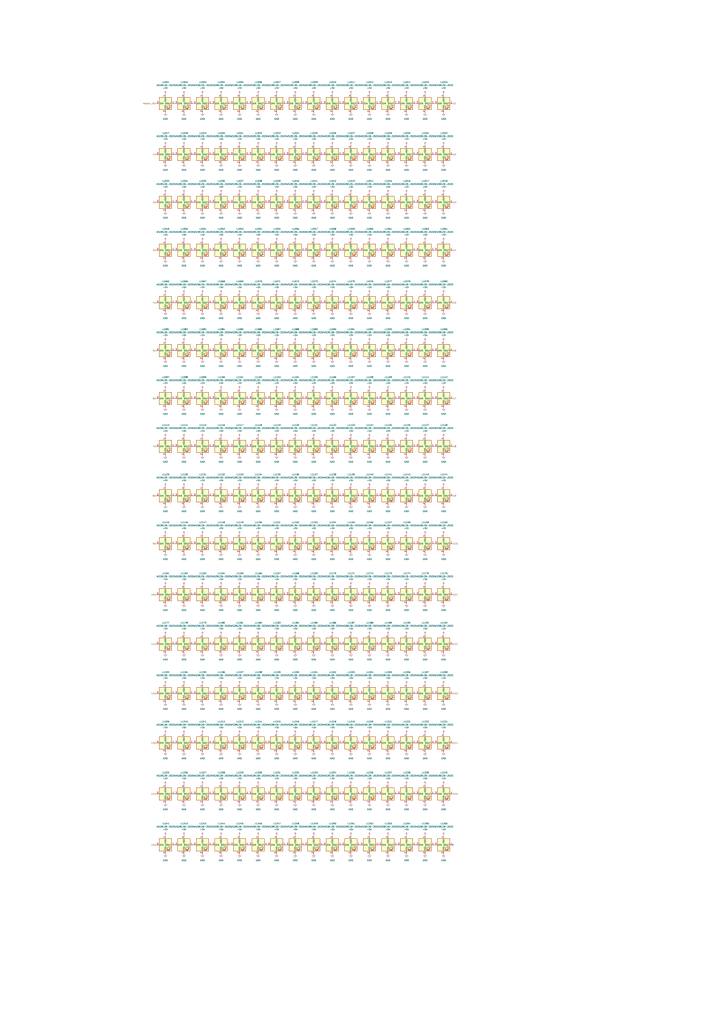
<source format=kicad_sch>
(kicad_sch (version 20250114) (generator "eeschema") (generator_version "9.0")
  (paper "A1" portrait)
  (title_block (title "Neopixel array"))
  (no_connect (at 372.11 694.69))
  (hierarchical_label "11" (shape input) (at 372.11 488.95 0))
  (hierarchical_label "6" (shape input) (at 372.11 288.29 0))
  (hierarchical_label "11" (shape input) (at 128.27 529.59 180))
  (hierarchical_label "Master_IN" (shape input) (at 128.27 85.09 180))
  (hierarchical_label "1" (shape input) (at 128.27 127 180))
  (hierarchical_label "6" (shape input) (at 128.27 327.66 180))
  (hierarchical_label "10" (shape input) (at 372.11 447.04 0))
  (hierarchical_label "9" (shape input) (at 372.11 407.67 0))
  (hierarchical_label "3" (shape input) (at 128.27 205.74 180))
  (hierarchical_label "7" (shape input) (at 128.27 367.03 180))
  (hierarchical_label "8" (shape input) (at 128.27 407.67 180))
  (hierarchical_label "13" (shape input) (at 372.11 570.23 0))
  (hierarchical_label "12" (shape input) (at 372.11 529.59 0))
  (hierarchical_label "2" (shape input) (at 372.11 127 0))
  (hierarchical_label "3" (shape input) (at 372.11 166.37 0))
  (hierarchical_label "15" (shape input) (at 372.11 652.78 0))
  (hierarchical_label "9" (shape input) (at 128.27 447.04 180))
  (hierarchical_label "4" (shape input) (at 128.27 248.92 180))
  (hierarchical_label "13" (shape input) (at 128.27 610.87 180))
  (hierarchical_label "12" (shape input) (at 128.27 570.23 180))
  (hierarchical_label "2" (shape input) (at 128.27 166.37 180))
  (hierarchical_label "4" (shape input) (at 372.11 205.74 0))
  (hierarchical_label "5" (shape input) (at 128.27 288.29 180))
  (hierarchical_label "8" (shape input) (at 372.11 367.03 0))
  (hierarchical_label "1" (shape input) (at 372.11 85.09 0))
  (hierarchical_label "10" (shape input) (at 128.27 488.95 180))
  (hierarchical_label "5" (shape input) (at 372.11 248.92 0))
  (hierarchical_label "14" (shape input) (at 372.11 610.87 0))
  (hierarchical_label "14" (shape input) (at 128.27 652.78 180))
  (hierarchical_label "15" (shape input) (at 128.27 694.69 180))
  (hierarchical_label "7" (shape input) (at 372.11 327.66 0))
  (symbol (lib_id "power:+5V") (at 135.89 645.16 0) (unit 1)
    (property "Reference" "#PWR0528" (effects (hide yes)))
    (property "Value" "+5V" (at 135.89 640.08 0))
    (property "Description" "Power symbol creates a global label with name \"+5V\"" (effects (hide yes)))
  )
  (symbol (lib_id "LED:WS2812B-2020") (at 151.13 610.87 0) (unit 1)
    (property "Reference" "L1210" (at 151.384 593.344 0))
    (property "Value" "WS2812B-2020" (at 151.384 595.884 0))
    (property "Footprint" "LED_SMD:LED_WS2812B-2020_PLCC4_2.0x2.0mm" (effects (hide yes)))
    (property "Datasheet" "https://cdn-shop.adafruit.com/product-files/4684/4684_WS2812B-2020_V1.3_EN.pdf" (effects (hide yes)))
    (property "Description" "RGB LED with integrated controller, 2.0 x 2.0 mm, 12 mA" (effects (hide yes)))
  )
  (symbol (lib_id "power:GND") (at 349.25 454.66 0) (unit 1)
    (property "Reference" "#PWR0397" (effects (hide yes)))
    (property "Value" "GND" (at 349.25 459.74 0))
    (property "Description" "Power symbol creates a global label with name \"GND\" , ground" (effects (hide yes)))
  )
  (symbol (lib_id "power:+5V") (at 303.53 119.38 0) (unit 1)
    (property "Reference" "#PWR0134" (effects (hide yes)))
    (property "Value" "+5V" (at 303.53 114.3 0))
    (property "Description" "Power symbol creates a global label with name \"+5V\"" (effects (hide yes)))
  )
  (symbol (lib_id "LED:WS2812B-2020") (at 318.77 529.59 0) (unit 1)
    (property "Reference" "L1189" (at 319.024 512.064 0))
    (property "Value" "WS2812B-2020" (at 319.024 514.604 0))
    (property "Footprint" "LED_SMD:LED_WS2812B-2020_PLCC4_2.0x2.0mm" (effects (hide yes)))
    (property "Datasheet" "https://cdn-shop.adafruit.com/product-files/4684/4684_WS2812B-2020_V1.3_EN.pdf" (effects (hide yes)))
    (property "Description" "RGB LED with integrated controller, 2.0 x 2.0 mm, 12 mA" (effects (hide yes)))
  )
  (symbol (lib_id "power:GND") (at 166.37 335.28 0) (unit 1)
    (property "Reference" "#PWR0277" (effects (hide yes)))
    (property "Value" "GND" (at 166.37 340.36 0))
    (property "Description" "Power symbol creates a global label with name \"GND\" , ground" (effects (hide yes)))
  )
  (symbol (lib_id "power:+5V") (at 334.01 198.12 0) (unit 1)
    (property "Reference" "#PWR0202" (effects (hide yes)))
    (property "Value" "+5V" (at 334.01 193.04 0))
    (property "Description" "Power symbol creates a global label with name \"+5V\"" (effects (hide yes)))
  )
  (symbol (lib_id "LED:WS2812B-2020") (at 334.01 570.23 0) (unit 1)
    (property "Reference" "L1206" (at 334.264 552.704 0))
    (property "Value" "WS2812B-2020" (at 334.264 555.244 0))
    (property "Footprint" "LED_SMD:LED_WS2812B-2020_PLCC4_2.0x2.0mm" (effects (hide yes)))
    (property "Datasheet" "https://cdn-shop.adafruit.com/product-files/4684/4684_WS2812B-2020_V1.3_EN.pdf" (effects (hide yes)))
    (property "Description" "RGB LED with integrated controller, 2.0 x 2.0 mm, 12 mA" (effects (hide yes)))
  )
  (symbol (lib_id "power:+5V") (at 135.89 198.12 0) (unit 1)
    (property "Reference" "#PWR0176" (effects (hide yes)))
    (property "Value" "+5V" (at 135.89 193.04 0))
    (property "Description" "Power symbol creates a global label with name \"+5V\"" (effects (hide yes)))
  )
  (symbol (lib_id "LED:WS2812B-2020") (at 242.57 367.03 0) (unit 1)
    (property "Reference" "L1120" (at 242.824 349.504 0))
    (property "Value" "WS2812B-2020" (at 242.824 352.044 0))
    (property "Footprint" "LED_SMD:LED_WS2812B-2020_PLCC4_2.0x2.0mm" (effects (hide yes)))
    (property "Datasheet" "https://cdn-shop.adafruit.com/product-files/4684/4684_WS2812B-2020_V1.3_EN.pdf" (effects (hide yes)))
    (property "Description" "RGB LED with integrated controller, 2.0 x 2.0 mm, 12 mA" (effects (hide yes)))
  )
  (symbol (lib_id "LED:WS2812B-2020") (at 364.49 488.95 0) (unit 1)
    (property "Reference" "L1176" (at 364.744 471.424 0))
    (property "Value" "WS2812B-2020" (at 364.744 473.964 0))
    (property "Footprint" "LED_SMD:LED_WS2812B-2020_PLCC4_2.0x2.0mm" (effects (hide yes)))
    (property "Datasheet" "https://cdn-shop.adafruit.com/product-files/4684/4684_WS2812B-2020_V1.3_EN.pdf" (effects (hide yes)))
    (property "Description" "RGB LED with integrated controller, 2.0 x 2.0 mm, 12 mA" (effects (hide yes)))
  )
  (symbol (lib_id "LED:WS2812B-2020") (at 151.13 652.78 0) (unit 1)
    (property "Reference" "L1226" (at 151.384 635.254 0))
    (property "Value" "WS2812B-2020" (at 151.384 637.794 0))
    (property "Footprint" "LED_SMD:LED_WS2812B-2020_PLCC4_2.0x2.0mm" (effects (hide yes)))
    (property "Datasheet" "https://cdn-shop.adafruit.com/product-files/4684/4684_WS2812B-2020_V1.3_EN.pdf" (effects (hide yes)))
    (property "Description" "RGB LED with integrated controller, 2.0 x 2.0 mm, 12 mA" (effects (hide yes)))
  )
  (symbol (lib_id "power:+5V") (at 273.05 562.61 0) (unit 1)
    (property "Reference" "#PWR0482" (effects (hide yes)))
    (property "Value" "+5V" (at 273.05 557.53 0))
    (property "Description" "Power symbol creates a global label with name \"+5V\"" (effects (hide yes)))
  )
  (symbol (lib_id "power:GND") (at 242.57 415.29 0) (unit 1)
    (property "Reference" "#PWR0351" (effects (hide yes)))
    (property "Value" "GND" (at 242.57 420.37 0))
    (property "Description" "Power symbol creates a global label with name \"GND\" , ground" (effects (hide yes)))
  )
  (symbol (lib_id "power:+5V") (at 181.61 481.33 0) (unit 1)
    (property "Reference" "#PWR0406" (effects (hide yes)))
    (property "Value" "+5V" (at 181.61 476.25 0))
    (property "Description" "Power symbol creates a global label with name \"+5V\"" (effects (hide yes)))
  )
  (symbol (lib_id "power:GND") (at 273.05 213.36 0) (unit 1)
    (property "Reference" "#PWR0195" (effects (hide yes)))
    (property "Value" "GND" (at 273.05 218.44 0))
    (property "Description" "Power symbol creates a global label with name \"GND\" , ground" (effects (hide yes)))
  )
  (symbol (lib_id "power:GND") (at 273.05 702.31 0) (unit 1)
    (property "Reference" "#PWR0579" (effects (hide yes)))
    (property "Value" "GND" (at 273.05 707.39 0))
    (property "Description" "Power symbol creates a global label with name \"GND\" , ground" (effects (hide yes)))
  )
  (symbol (lib_id "power:GND") (at 135.89 415.29 0) (unit 1)
    (property "Reference" "#PWR0337" (effects (hide yes)))
    (property "Value" "GND" (at 135.89 420.37 0))
    (property "Description" "Power symbol creates a global label with name \"GND\" , ground" (effects (hide yes)))
  )
  (symbol (lib_id "power:GND") (at 151.13 415.29 0) (unit 1)
    (property "Reference" "#PWR0339" (effects (hide yes)))
    (property "Value" "GND" (at 151.13 420.37 0))
    (property "Description" "Power symbol creates a global label with name \"GND\" , ground" (effects (hide yes)))
  )
  (symbol (lib_id "power:+5V") (at 227.33 687.07 0) (unit 1)
    (property "Reference" "#PWR0572" (effects (hide yes)))
    (property "Value" "+5V" (at 227.33 681.99 0))
    (property "Description" "Power symbol creates a global label with name \"+5V\"" (effects (hide yes)))
  )
  (symbol (lib_id "power:+5V") (at 364.49 562.61 0) (unit 1)
    (property "Reference" "#PWR0494" (effects (hide yes)))
    (property "Value" "+5V" (at 364.49 557.53 0))
    (property "Description" "Power symbol creates a global label with name \"+5V\"" (effects (hide yes)))
  )
  (symbol (lib_id "power:+5V") (at 151.13 359.41 0) (unit 1)
    (property "Reference" "#PWR0306" (effects (hide yes)))
    (property "Value" "+5V" (at 151.13 354.33 0))
    (property "Description" "Power symbol creates a global label with name \"+5V\"" (effects (hide yes)))
  )
  (symbol (lib_id "power:+5V") (at 166.37 280.67 0) (unit 1)
    (property "Reference" "#PWR0244" (effects (hide yes)))
    (property "Value" "+5V" (at 166.37 275.59 0))
    (property "Description" "Power symbol creates a global label with name \"+5V\"" (effects (hide yes)))
  )
  (symbol (lib_id "power:+5V") (at 318.77 198.12 0) (unit 1)
    (property "Reference" "#PWR0200" (effects (hide yes)))
    (property "Value" "+5V" (at 318.77 193.04 0))
    (property "Description" "Power symbol creates a global label with name \"+5V\"" (effects (hide yes)))
  )
  (symbol (lib_id "power:+5V") (at 334.01 687.07 0) (unit 1)
    (property "Reference" "#PWR0586" (effects (hide yes)))
    (property "Value" "+5V" (at 334.01 681.99 0))
    (property "Description" "Power symbol creates a global label with name \"+5V\"" (effects (hide yes)))
  )
  (symbol (lib_id "power:GND") (at 242.57 374.65 0) (unit 1)
    (property "Reference" "#PWR0319" (effects (hide yes)))
    (property "Value" "GND" (at 242.57 379.73 0))
    (property "Description" "Power symbol creates a global label with name \"GND\" , ground" (effects (hide yes)))
  )
  (symbol (lib_id "LED:WS2812B-2020") (at 151.13 367.03 0) (unit 1)
    (property "Reference" "L1114" (at 151.384 349.504 0))
    (property "Value" "WS2812B-2020" (at 151.384 352.044 0))
    (property "Footprint" "LED_SMD:LED_WS2812B-2020_PLCC4_2.0x2.0mm" (effects (hide yes)))
    (property "Datasheet" "https://cdn-shop.adafruit.com/product-files/4684/4684_WS2812B-2020_V1.3_EN.pdf" (effects (hide yes)))
    (property "Description" "RGB LED with integrated controller, 2.0 x 2.0 mm, 12 mA" (effects (hide yes)))
  )
  (symbol (lib_id "power:+5V") (at 334.01 439.42 0) (unit 1)
    (property "Reference" "#PWR0394" (effects (hide yes)))
    (property "Value" "+5V" (at 334.01 434.34 0))
    (property "Description" "Power symbol creates a global label with name \"+5V\"" (effects (hide yes)))
  )
  (symbol (lib_id "power:+5V") (at 303.53 241.3 0) (unit 1)
    (property "Reference" "#PWR0230" (effects (hide yes)))
    (property "Value" "+5V" (at 303.53 236.22 0))
    (property "Description" "Power symbol creates a global label with name \"+5V\"" (effects (hide yes)))
  )
  (symbol (lib_id "power:GND") (at 364.49 537.21 0) (unit 1)
    (property "Reference" "#PWR0463" (effects (hide yes)))
    (property "Value" "GND" (at 364.49 542.29 0))
    (property "Description" "Power symbol creates a global label with name \"GND\" , ground" (effects (hide yes)))
  )
  (symbol (lib_id "power:GND") (at 151.13 295.91 0) (unit 1)
    (property "Reference" "#PWR0243" (effects (hide yes)))
    (property "Value" "GND" (at 151.13 300.99 0))
    (property "Description" "Power symbol creates a global label with name \"GND\" , ground" (effects (hide yes)))
  )
  (symbol (lib_id "LED:WS2812B-2020") (at 273.05 610.87 0) (unit 1)
    (property "Reference" "L1218" (at 273.304 593.344 0))
    (property "Value" "WS2812B-2020" (at 273.304 595.884 0))
    (property "Footprint" "LED_SMD:LED_WS2812B-2020_PLCC4_2.0x2.0mm" (effects (hide yes)))
    (property "Datasheet" "https://cdn-shop.adafruit.com/product-files/4684/4684_WS2812B-2020_V1.3_EN.pdf" (effects (hide yes)))
    (property "Description" "RGB LED with integrated controller, 2.0 x 2.0 mm, 12 mA" (effects (hide yes)))
  )
  (symbol (lib_id "power:GND") (at 257.81 702.31 0) (unit 1)
    (property "Reference" "#PWR0577" (effects (hide yes)))
    (property "Value" "GND" (at 257.81 707.39 0))
    (property "Description" "Power symbol creates a global label with name \"GND\" , ground" (effects (hide yes)))
  )
  (symbol (lib_id "power:+5V") (at 257.81 645.16 0) (unit 1)
    (property "Reference" "#PWR0544" (effects (hide yes)))
    (property "Value" "+5V" (at 257.81 640.08 0))
    (property "Description" "Power symbol creates a global label with name \"+5V\"" (effects (hide yes)))
  )
  (symbol (lib_id "power:GND") (at 212.09 92.71 0) (unit 1)
    (property "Reference" "#PWR091" (effects (hide yes)))
    (property "Value" "GND" (at 212.09 97.79 0))
    (property "Description" "Power symbol creates a global label with name \"GND\" , ground" (effects (hide yes)))
  )
  (symbol (lib_id "power:GND") (at 227.33 618.49 0) (unit 1)
    (property "Reference" "#PWR0509" (effects (hide yes)))
    (property "Value" "GND" (at 227.33 623.57 0))
    (property "Description" "Power symbol creates a global label with name \"GND\" , ground" (effects (hide yes)))
  )
  (symbol (lib_id "LED:WS2812B-2020") (at 334.01 652.78 0) (unit 1)
    (property "Reference" "L1238" (at 334.264 635.254 0))
    (property "Value" "WS2812B-2020" (at 334.264 637.794 0))
    (property "Footprint" "LED_SMD:LED_WS2812B-2020_PLCC4_2.0x2.0mm" (effects (hide yes)))
    (property "Datasheet" "https://cdn-shop.adafruit.com/product-files/4684/4684_WS2812B-2020_V1.3_EN.pdf" (effects (hide yes)))
    (property "Description" "RGB LED with integrated controller, 2.0 x 2.0 mm, 12 mA" (effects (hide yes)))
  )
  (symbol (lib_id "power:+5V") (at 181.61 119.38 0) (unit 1)
    (property "Reference" "#PWR0118" (effects (hide yes)))
    (property "Value" "+5V" (at 181.61 114.3 0))
    (property "Description" "Power symbol creates a global label with name \"+5V\"" (effects (hide yes)))
  )
  (symbol (lib_id "power:+5V") (at 242.57 400.05 0) (unit 1)
    (property "Reference" "#PWR0350" (effects (hide yes)))
    (property "Value" "+5V" (at 242.57 394.97 0))
    (property "Description" "Power symbol creates a global label with name \"+5V\"" (effects (hide yes)))
  )
  (symbol (lib_id "power:+5V") (at 349.25 603.25 0) (unit 1)
    (property "Reference" "#PWR0524" (effects (hide yes)))
    (property "Value" "+5V" (at 349.25 598.17 0))
    (property "Description" "Power symbol creates a global label with name \"+5V\"" (effects (hide yes)))
  )
  (symbol (lib_id "LED:WS2812B-2020") (at 135.89 127 0) (unit 1)
    (property "Reference" "L1017" (at 136.144 109.474 0))
    (property "Value" "WS2812B-2020" (at 136.144 112.014 0))
    (property "Footprint" "LED_SMD:LED_WS2812B-2020_PLCC4_2.0x2.0mm" (effects (hide yes)))
    (property "Datasheet" "https://cdn-shop.adafruit.com/product-files/4684/4684_WS2812B-2020_V1.3_EN.pdf" (effects (hide yes)))
    (property "Description" "RGB LED with integrated controller, 2.0 x 2.0 mm, 12 mA" (effects (hide yes)))
  )
  (symbol (lib_id "LED:WS2812B-2020") (at 181.61 327.66 0) (unit 1)
    (property "Reference" "L1100" (at 181.864 310.134 0))
    (property "Value" "WS2812B-2020" (at 181.864 312.674 0))
    (property "Footprint" "LED_SMD:LED_WS2812B-2020_PLCC4_2.0x2.0mm" (effects (hide yes)))
    (property "Datasheet" "https://cdn-shop.adafruit.com/product-files/4684/4684_WS2812B-2020_V1.3_EN.pdf" (effects (hide yes)))
    (property "Description" "RGB LED with integrated controller, 2.0 x 2.0 mm, 12 mA" (effects (hide yes)))
  )
  (symbol (lib_id "power:+5V") (at 288.29 241.3 0) (unit 1)
    (property "Reference" "#PWR0228" (effects (hide yes)))
    (property "Value" "+5V" (at 288.29 236.22 0))
    (property "Description" "Power symbol creates a global label with name \"+5V\"" (effects (hide yes)))
  )
  (symbol (lib_id "power:GND") (at 196.85 173.99 0) (unit 1)
    (property "Reference" "#PWR0153" (effects (hide yes)))
    (property "Value" "GND" (at 196.85 179.07 0))
    (property "Description" "Power symbol creates a global label with name \"GND\" , ground" (effects (hide yes)))
  )
  (symbol (lib_id "LED:WS2812B-2020") (at 349.25 694.69 0) (unit 1)
    (property "Reference" "L1255" (at 349.504 677.164 0))
    (property "Value" "WS2812B-2020" (at 349.504 679.704 0))
    (property "Footprint" "LED_SMD:LED_WS2812B-2020_PLCC4_2.0x2.0mm" (effects (hide yes)))
    (property "Datasheet" "https://cdn-shop.adafruit.com/product-files/4684/4684_WS2812B-2020_V1.3_EN.pdf" (effects (hide yes)))
    (property "Description" "RGB LED with integrated controller, 2.0 x 2.0 mm, 12 mA" (effects (hide yes)))
  )
  (symbol (lib_id "power:GND") (at 242.57 295.91 0) (unit 1)
    (property "Reference" "#PWR0255" (effects (hide yes)))
    (property "Value" "GND" (at 242.57 300.99 0))
    (property "Description" "Power symbol creates a global label with name \"GND\" , ground" (effects (hide yes)))
  )
  (symbol (lib_id "power:GND") (at 318.77 415.29 0) (unit 1)
    (property "Reference" "#PWR0361" (effects (hide yes)))
    (property "Value" "GND" (at 318.77 420.37 0))
    (property "Description" "Power symbol creates a global label with name \"GND\" , ground" (effects (hide yes)))
  )
  (symbol (lib_id "power:+5V") (at 273.05 645.16 0) (unit 1)
    (property "Reference" "#PWR0546" (effects (hide yes)))
    (property "Value" "+5V" (at 273.05 640.08 0))
    (property "Description" "Power symbol creates a global label with name \"+5V\"" (effects (hide yes)))
  )
  (symbol (lib_id "power:GND") (at 166.37 577.85 0) (unit 1)
    (property "Reference" "#PWR0469" (effects (hide yes)))
    (property "Value" "GND" (at 166.37 582.93 0))
    (property "Description" "Power symbol creates a global label with name \"GND\" , ground" (effects (hide yes)))
  )
  (symbol (lib_id "LED:WS2812B-2020") (at 318.77 327.66 0) (unit 1)
    (property "Reference" "L1109" (at 319.024 310.134 0))
    (property "Value" "WS2812B-2020" (at 319.024 312.674 0))
    (property "Footprint" "LED_SMD:LED_WS2812B-2020_PLCC4_2.0x2.0mm" (effects (hide yes)))
    (property "Datasheet" "https://cdn-shop.adafruit.com/product-files/4684/4684_WS2812B-2020_V1.3_EN.pdf" (effects (hide yes)))
    (property "Description" "RGB LED with integrated controller, 2.0 x 2.0 mm, 12 mA" (effects (hide yes)))
  )
  (symbol (lib_id "power:+5V") (at 318.77 521.97 0) (unit 1)
    (property "Reference" "#PWR0456" (effects (hide yes)))
    (property "Value" "+5V" (at 318.77 516.89 0))
    (property "Description" "Power symbol creates a global label with name \"+5V\"" (effects (hide yes)))
  )
  (symbol (lib_id "LED:WS2812B-2020") (at 303.53 694.69 0) (unit 1)
    (property "Reference" "L1252" (at 303.784 677.164 0))
    (property "Value" "WS2812B-2020" (at 303.784 679.704 0))
    (property "Footprint" "LED_SMD:LED_WS2812B-2020_PLCC4_2.0x2.0mm" (effects (hide yes)))
    (property "Datasheet" "https://cdn-shop.adafruit.com/product-files/4684/4684_WS2812B-2020_V1.3_EN.pdf" (effects (hide yes)))
    (property "Description" "RGB LED with integrated controller, 2.0 x 2.0 mm, 12 mA" (effects (hide yes)))
  )
  (symbol (lib_id "power:+5V") (at 334.01 400.05 0) (unit 1)
    (property "Reference" "#PWR0362" (effects (hide yes)))
    (property "Value" "+5V" (at 334.01 394.97 0))
    (property "Description" "Power symbol creates a global label with name \"+5V\"" (effects (hide yes)))
  )
  (symbol (lib_id "power:+5V") (at 273.05 481.33 0) (unit 1)
    (property "Reference" "#PWR0418" (effects (hide yes)))
    (property "Value" "+5V" (at 273.05 476.25 0))
    (property "Description" "Power symbol creates a global label with name \"+5V\"" (effects (hide yes)))
  )
  (symbol (lib_id "power:GND") (at 166.37 496.57 0) (unit 1)
    (property "Reference" "#PWR0405" (effects (hide yes)))
    (property "Value" "GND" (at 166.37 501.65 0))
    (property "Description" "Power symbol creates a global label with name \"GND\" , ground" (effects (hide yes)))
  )
  (symbol (lib_id "LED:WS2812B-2020") (at 227.33 327.66 0) (unit 1)
    (property "Reference" "L1103" (at 227.584 310.134 0))
    (property "Value" "WS2812B-2020" (at 227.584 312.674 0))
    (property "Footprint" "LED_SMD:LED_WS2812B-2020_PLCC4_2.0x2.0mm" (effects (hide yes)))
    (property "Datasheet" "https://cdn-shop.adafruit.com/product-files/4684/4684_WS2812B-2020_V1.3_EN.pdf" (effects (hide yes)))
    (property "Description" "RGB LED with integrated controller, 2.0 x 2.0 mm, 12 mA" (effects (hide yes)))
  )
  (symbol (lib_id "LED:WS2812B-2020") (at 196.85 610.87 0) (unit 1)
    (property "Reference" "L1213" (at 197.104 593.344 0))
    (property "Value" "WS2812B-2020" (at 197.104 595.884 0))
    (property "Footprint" "LED_SMD:LED_WS2812B-2020_PLCC4_2.0x2.0mm" (effects (hide yes)))
    (property "Datasheet" "https://cdn-shop.adafruit.com/product-files/4684/4684_WS2812B-2020_V1.3_EN.pdf" (effects (hide yes)))
    (property "Description" "RGB LED with integrated controller, 2.0 x 2.0 mm, 12 mA" (effects (hide yes)))
  )
  (symbol (lib_id "power:GND") (at 318.77 256.54 0) (unit 1)
    (property "Reference" "#PWR0233" (effects (hide yes)))
    (property "Value" "GND" (at 318.77 261.62 0))
    (property "Description" "Power symbol creates a global label with name \"GND\" , ground" (effects (hide yes)))
  )
  (symbol (lib_id "power:+5V") (at 212.09 241.3 0) (unit 1)
    (property "Reference" "#PWR0218" (effects (hide yes)))
    (property "Value" "+5V" (at 212.09 236.22 0))
    (property "Description" "Power symbol creates a global label with name \"+5V\"" (effects (hide yes)))
  )
  (symbol (lib_id "power:GND") (at 364.49 374.65 0) (unit 1)
    (property "Reference" "#PWR0335" (effects (hide yes)))
    (property "Value" "GND" (at 364.49 379.73 0))
    (property "Description" "Power symbol creates a global label with name \"GND\" , ground" (effects (hide yes)))
  )
  (symbol (lib_id "power:GND") (at 334.01 415.29 0) (unit 1)
    (property "Reference" "#PWR0363" (effects (hide yes)))
    (property "Value" "GND" (at 334.01 420.37 0))
    (property "Description" "Power symbol creates a global label with name \"GND\" , ground" (effects (hide yes)))
  )
  (symbol (lib_id "LED:WS2812B-2020") (at 242.57 166.37 0) (unit 1)
    (property "Reference" "L1040" (at 242.824 148.844 0))
    (property "Value" "WS2812B-2020" (at 242.824 151.384 0))
    (property "Footprint" "LED_SMD:LED_WS2812B-2020_PLCC4_2.0x2.0mm" (effects (hide yes)))
    (property "Datasheet" "https://cdn-shop.adafruit.com/product-files/4684/4684_WS2812B-2020_V1.3_EN.pdf" (effects (hide yes)))
    (property "Description" "RGB LED with integrated controller, 2.0 x 2.0 mm, 12 mA" (effects (hide yes)))
  )
  (symbol (lib_id "power:GND") (at 135.89 213.36 0) (unit 1)
    (property "Reference" "#PWR0177" (effects (hide yes)))
    (property "Value" "GND" (at 135.89 218.44 0))
    (property "Description" "Power symbol creates a global label with name \"GND\" , ground" (effects (hide yes)))
  )
  (symbol (lib_id "LED:WS2812B-2020") (at 181.61 610.87 0) (unit 1)
    (property "Reference" "L1212" (at 181.864 593.344 0))
    (property "Value" "WS2812B-2020" (at 181.864 595.884 0))
    (property "Footprint" "LED_SMD:LED_WS2812B-2020_PLCC4_2.0x2.0mm" (effects (hide yes)))
    (property "Datasheet" "https://cdn-shop.adafruit.com/product-files/4684/4684_WS2812B-2020_V1.3_EN.pdf" (effects (hide yes)))
    (property "Description" "RGB LED with integrated controller, 2.0 x 2.0 mm, 12 mA" (effects (hide yes)))
  )
  (symbol (lib_id "power:GND") (at 288.29 660.4 0) (unit 1)
    (property "Reference" "#PWR0549" (effects (hide yes)))
    (property "Value" "GND" (at 288.29 665.48 0))
    (property "Description" "Power symbol creates a global label with name \"GND\" , ground" (effects (hide yes)))
  )
  (symbol (lib_id "power:+5V") (at 273.05 439.42 0) (unit 1)
    (property "Reference" "#PWR0386" (effects (hide yes)))
    (property "Value" "+5V" (at 273.05 434.34 0))
    (property "Description" "Power symbol creates a global label with name \"+5V\"" (effects (hide yes)))
  )
  (symbol (lib_id "LED:WS2812B-2020") (at 135.89 488.95 0) (unit 1)
    (property "Reference" "L1161" (at 136.144 471.424 0))
    (property "Value" "WS2812B-2020" (at 136.144 473.964 0))
    (property "Footprint" "LED_SMD:LED_WS2812B-2020_PLCC4_2.0x2.0mm" (effects (hide yes)))
    (property "Datasheet" "https://cdn-shop.adafruit.com/product-files/4684/4684_WS2812B-2020_V1.3_EN.pdf" (effects (hide yes)))
    (property "Description" "RGB LED with integrated controller, 2.0 x 2.0 mm, 12 mA" (effects (hide yes)))
  )
  (symbol (lib_id "power:GND") (at 166.37 454.66 0) (unit 1)
    (property "Reference" "#PWR0373" (effects (hide yes)))
    (property "Value" "GND" (at 166.37 459.74 0))
    (property "Description" "Power symbol creates a global label with name \"GND\" , ground" (effects (hide yes)))
  )
  (symbol (lib_id "LED:WS2812B-2020") (at 242.57 205.74 0) (unit 1)
    (property "Reference" "L1056" (at 242.824 188.214 0))
    (property "Value" "WS2812B-2020" (at 242.824 190.754 0))
    (property "Footprint" "LED_SMD:LED_WS2812B-2020_PLCC4_2.0x2.0mm" (effects (hide yes)))
    (property "Datasheet" "https://cdn-shop.adafruit.com/product-files/4684/4684_WS2812B-2020_V1.3_EN.pdf" (effects (hide yes)))
    (property "Description" "RGB LED with integrated controller, 2.0 x 2.0 mm, 12 mA" (effects (hide yes)))
  )
  (symbol (lib_id "LED:WS2812B-2020") (at 318.77 288.29 0) (unit 1)
    (property "Reference" "L1093" (at 319.024 270.764 0))
    (property "Value" "WS2812B-2020" (at 319.024 273.304 0))
    (property "Footprint" "LED_SMD:LED_WS2812B-2020_PLCC4_2.0x2.0mm" (effects (hide yes)))
    (property "Datasheet" "https://cdn-shop.adafruit.com/product-files/4684/4684_WS2812B-2020_V1.3_EN.pdf" (effects (hide yes)))
    (property "Description" "RGB LED with integrated controller, 2.0 x 2.0 mm, 12 mA" (effects (hide yes)))
  )
  (symbol (lib_id "power:+5V") (at 212.09 603.25 0) (unit 1)
    (property "Reference" "#PWR0506" (effects (hide yes)))
    (property "Value" "+5V" (at 212.09 598.17 0))
    (property "Description" "Power symbol creates a global label with name \"+5V\"" (effects (hide yes)))
  )
  (symbol (lib_id "power:GND") (at 151.13 92.71 0) (unit 1)
    (property "Reference" "#PWR083" (effects (hide yes)))
    (property "Value" "GND" (at 151.13 97.79 0))
    (property "Description" "Power symbol creates a global label with name \"GND\" , ground" (effects (hide yes)))
  )
  (symbol (lib_id "power:+5V") (at 166.37 320.04 0) (unit 1)
    (property "Reference" "#PWR0276" (effects (hide yes)))
    (property "Value" "+5V" (at 166.37 314.96 0))
    (property "Description" "Power symbol creates a global label with name \"+5V\"" (effects (hide yes)))
  )
  (symbol (lib_id "power:GND") (at 135.89 454.66 0) (unit 1)
    (property "Reference" "#PWR0369" (effects (hide yes)))
    (property "Value" "GND" (at 135.89 459.74 0))
    (property "Description" "Power symbol creates a global label with name \"GND\" , ground" (effects (hide yes)))
  )
  (symbol (lib_id "LED:WS2812B-2020") (at 227.33 85.09 0) (unit 1)
    (property "Reference" "L1007" (at 227.584 67.564 0))
    (property "Value" "WS2812B-2020" (at 227.584 70.104 0))
    (property "Footprint" "LED_SMD:LED_WS2812B-2020_PLCC4_2.0x2.0mm" (effects (hide yes)))
    (property "Datasheet" "https://cdn-shop.adafruit.com/product-files/4684/4684_WS2812B-2020_V1.3_EN.pdf" (effects (hide yes)))
    (property "Description" "RGB LED with integrated controller, 2.0 x 2.0 mm, 12 mA" (effects (hide yes)))
  )
  (symbol (lib_id "power:+5V") (at 212.09 158.75 0) (unit 1)
    (property "Reference" "#PWR0154" (effects (hide yes)))
    (property "Value" "+5V" (at 212.09 153.67 0))
    (property "Description" "Power symbol creates a global label with name \"+5V\"" (effects (hide yes)))
  )
  (symbol (lib_id "power:+5V") (at 364.49 77.47 0) (unit 1)
    (property "Reference" "#PWR0110" (effects (hide yes)))
    (property "Value" "+5V" (at 364.49 72.39 0))
    (property "Description" "Power symbol creates a global label with name \"+5V\"" (effects (hide yes)))
  )
  (symbol (lib_id "power:+5V") (at 181.61 645.16 0) (unit 1)
    (property "Reference" "#PWR0534" (effects (hide yes)))
    (property "Value" "+5V" (at 181.61 640.08 0))
    (property "Description" "Power symbol creates a global label with name \"+5V\"" (effects (hide yes)))
  )
  (symbol (lib_id "power:+5V") (at 257.81 280.67 0) (unit 1)
    (property "Reference" "#PWR0256" (effects (hide yes)))
    (property "Value" "+5V" (at 257.81 275.59 0))
    (property "Description" "Power symbol creates a global label with name \"+5V\"" (effects (hide yes)))
  )
  (symbol (lib_id "power:+5V") (at 181.61 280.67 0) (unit 1)
    (property "Reference" "#PWR0246" (effects (hide yes)))
    (property "Value" "+5V" (at 181.61 275.59 0))
    (property "Description" "Power symbol creates a global label with name \"+5V\"" (effects (hide yes)))
  )
  (symbol (lib_id "power:GND") (at 349.25 577.85 0) (unit 1)
    (property "Reference" "#PWR0493" (effects (hide yes)))
    (property "Value" "GND" (at 349.25 582.93 0))
    (property "Description" "Power symbol creates a global label with name \"GND\" , ground" (effects (hide yes)))
  )
  (symbol (lib_id "LED:WS2812B-2020") (at 242.57 288.29 0) (unit 1)
    (property "Reference" "L1088" (at 242.824 270.764 0))
    (property "Value" "WS2812B-2020" (at 242.824 273.304 0))
    (property "Footprint" "LED_SMD:LED_WS2812B-2020_PLCC4_2.0x2.0mm" (effects (hide yes)))
    (property "Datasheet" "https://cdn-shop.adafruit.com/product-files/4684/4684_WS2812B-2020_V1.3_EN.pdf" (effects (hide yes)))
    (property "Description" "RGB LED with integrated controller, 2.0 x 2.0 mm, 12 mA" (effects (hide yes)))
  )
  (symbol (lib_id "LED:WS2812B-2020") (at 227.33 447.04 0) (unit 1)
    (property "Reference" "L1151" (at 227.584 429.514 0))
    (property "Value" "WS2812B-2020" (at 227.584 432.054 0))
    (property "Footprint" "LED_SMD:LED_WS2812B-2020_PLCC4_2.0x2.0mm" (effects (hide yes)))
    (property "Datasheet" "https://cdn-shop.adafruit.com/product-files/4684/4684_WS2812B-2020_V1.3_EN.pdf" (effects (hide yes)))
    (property "Description" "RGB LED with integrated controller, 2.0 x 2.0 mm, 12 mA" (effects (hide yes)))
  )
  (symbol (lib_id "LED:WS2812B-2020") (at 257.81 127 0) (unit 1)
    (property "Reference" "L1025" (at 258.064 109.474 0))
    (property "Value" "WS2812B-2020" (at 258.064 112.014 0))
    (property "Footprint" "LED_SMD:LED_WS2812B-2020_PLCC4_2.0x2.0mm" (effects (hide yes)))
    (property "Datasheet" "https://cdn-shop.adafruit.com/product-files/4684/4684_WS2812B-2020_V1.3_EN.pdf" (effects (hide yes)))
    (property "Description" "RGB LED with integrated controller, 2.0 x 2.0 mm, 12 mA" (effects (hide yes)))
  )
  (symbol (lib_id "LED:WS2812B-2020") (at 212.09 570.23 0) (unit 1)
    (property "Reference" "L1198" (at 212.344 552.704 0))
    (property "Value" "WS2812B-2020" (at 212.344 555.244 0))
    (property "Footprint" "LED_SMD:LED_WS2812B-2020_PLCC4_2.0x2.0mm" (effects (hide yes)))
    (property "Datasheet" "https://cdn-shop.adafruit.com/product-files/4684/4684_WS2812B-2020_V1.3_EN.pdf" (effects (hide yes)))
    (property "Description" "RGB LED with integrated controller, 2.0 x 2.0 mm, 12 mA" (effects (hide yes)))
  )
  (symbol (lib_id "LED:WS2812B-2020") (at 212.09 694.69 0) (unit 1)
    (property "Reference" "L1246" (at 212.344 677.164 0))
    (property "Value" "WS2812B-2020" (at 212.344 679.704 0))
    (property "Footprint" "LED_SMD:LED_WS2812B-2020_PLCC4_2.0x2.0mm" (effects (hide yes)))
    (property "Datasheet" "https://cdn-shop.adafruit.com/product-files/4684/4684_WS2812B-2020_V1.3_EN.pdf" (effects (hide yes)))
    (property "Description" "RGB LED with integrated controller, 2.0 x 2.0 mm, 12 mA" (effects (hide yes)))
  )
  (symbol (lib_id "power:+5V") (at 318.77 439.42 0) (unit 1)
    (property "Reference" "#PWR0392" (effects (hide yes)))
    (property "Value" "+5V" (at 318.77 434.34 0))
    (property "Description" "Power symbol creates a global label with name \"+5V\"" (effects (hide yes)))
  )
  (symbol (lib_id "power:GND") (at 288.29 702.31 0) (unit 1)
    (property "Reference" "#PWR0581" (effects (hide yes)))
    (property "Value" "GND" (at 288.29 707.39 0))
    (property "Description" "Power symbol creates a global label with name \"GND\" , ground" (effects (hide yes)))
  )
  (symbol (lib_id "power:+5V") (at 196.85 241.3 0) (unit 1)
    (property "Reference" "#PWR0216" (effects (hide yes)))
    (property "Value" "+5V" (at 196.85 236.22 0))
    (property "Description" "Power symbol creates a global label with name \"+5V\"" (effects (hide yes)))
  )
  (symbol (lib_id "LED:WS2812B-2020") (at 349.25 570.23 0) (unit 1)
    (property "Reference" "L1207" (at 349.504 552.704 0))
    (property "Value" "WS2812B-2020" (at 349.504 555.244 0))
    (property "Footprint" "LED_SMD:LED_WS2812B-2020_PLCC4_2.0x2.0mm" (effects (hide yes)))
    (property "Datasheet" "https://cdn-shop.adafruit.com/product-files/4684/4684_WS2812B-2020_V1.3_EN.pdf" (effects (hide yes)))
    (property "Description" "RGB LED with integrated controller, 2.0 x 2.0 mm, 12 mA" (effects (hide yes)))
  )
  (symbol (lib_id "power:+5V") (at 349.25 439.42 0) (unit 1)
    (property "Reference" "#PWR0396" (effects (hide yes)))
    (property "Value" "+5V" (at 349.25 434.34 0))
    (property "Description" "Power symbol creates a global label with name \"+5V\"" (effects (hide yes)))
  )
  (symbol (lib_id "power:GND") (at 257.81 335.28 0) (unit 1)
    (property "Reference" "#PWR0289" (effects (hide yes)))
    (property "Value" "GND" (at 257.81 340.36 0))
    (property "Description" "Power symbol creates a global label with name \"GND\" , ground" (effects (hide yes)))
  )
  (symbol (lib_id "power:+5V") (at 257.81 77.47 0) (unit 1)
    (property "Reference" "#PWR096" (effects (hide yes)))
    (property "Value" "+5V" (at 257.81 72.39 0))
    (property "Description" "Power symbol creates a global label with name \"+5V\"" (effects (hide yes)))
  )
  (symbol (lib_id "power:+5V") (at 303.53 645.16 0) (unit 1)
    (property "Reference" "#PWR0550" (effects (hide yes)))
    (property "Value" "+5V" (at 303.53 640.08 0))
    (property "Description" "Power symbol creates a global label with name \"+5V\"" (effects (hide yes)))
  )
  (symbol (lib_id "LED:WS2812B-2020") (at 242.57 694.69 0) (unit 1)
    (property "Reference" "L1248" (at 242.824 677.164 0))
    (property "Value" "WS2812B-2020" (at 242.824 679.704 0))
    (property "Footprint" "LED_SMD:LED_WS2812B-2020_PLCC4_2.0x2.0mm" (effects (hide yes)))
    (property "Datasheet" "https://cdn-shop.adafruit.com/product-files/4684/4684_WS2812B-2020_V1.3_EN.pdf" (effects (hide yes)))
    (property "Description" "RGB LED with integrated controller, 2.0 x 2.0 mm, 12 mA" (effects (hide yes)))
  )
  (symbol (lib_id "power:+5V") (at 151.13 320.04 0) (unit 1)
    (property "Reference" "#PWR0274" (effects (hide yes)))
    (property "Value" "+5V" (at 151.13 314.96 0))
    (property "Description" "Power symbol creates a global label with name \"+5V\"" (effects (hide yes)))
  )
  (symbol (lib_id "power:+5V") (at 273.05 320.04 0) (unit 1)
    (property "Reference" "#PWR0290" (effects (hide yes)))
    (property "Value" "+5V" (at 273.05 314.96 0))
    (property "Description" "Power symbol creates a global label with name \"+5V\"" (effects (hide yes)))
  )
  (symbol (lib_id "power:+5V") (at 212.09 119.38 0) (unit 1)
    (property "Reference" "#PWR0122" (effects (hide yes)))
    (property "Value" "+5V" (at 212.09 114.3 0))
    (property "Description" "Power symbol creates a global label with name \"+5V\"" (effects (hide yes)))
  )
  (symbol (lib_id "power:+5V") (at 196.85 687.07 0) (unit 1)
    (property "Reference" "#PWR0568" (effects (hide yes)))
    (property "Value" "+5V" (at 196.85 681.99 0))
    (property "Description" "Power symbol creates a global label with name \"+5V\"" (effects (hide yes)))
  )
  (symbol (lib_id "LED:WS2812B-2020") (at 318.77 570.23 0) (unit 1)
    (property "Reference" "L1205" (at 319.024 552.704 0))
    (property "Value" "WS2812B-2020" (at 319.024 555.244 0))
    (property "Footprint" "LED_SMD:LED_WS2812B-2020_PLCC4_2.0x2.0mm" (effects (hide yes)))
    (property "Datasheet" "https://cdn-shop.adafruit.com/product-files/4684/4684_WS2812B-2020_V1.3_EN.pdf" (effects (hide yes)))
    (property "Description" "RGB LED with integrated controller, 2.0 x 2.0 mm, 12 mA" (effects (hide yes)))
  )
  (symbol (lib_id "LED:WS2812B-2020") (at 288.29 288.29 0) (unit 1)
    (property "Reference" "L1091" (at 288.544 270.764 0))
    (property "Value" "WS2812B-2020" (at 288.544 273.304 0))
    (property "Footprint" "LED_SMD:LED_WS2812B-2020_PLCC4_2.0x2.0mm" (effects (hide yes)))
    (property "Datasheet" "https://cdn-shop.adafruit.com/product-files/4684/4684_WS2812B-2020_V1.3_EN.pdf" (effects (hide yes)))
    (property "Description" "RGB LED with integrated controller, 2.0 x 2.0 mm, 12 mA" (effects (hide yes)))
  )
  (symbol (lib_id "power:GND") (at 166.37 295.91 0) (unit 1)
    (property "Reference" "#PWR0245" (effects (hide yes)))
    (property "Value" "GND" (at 166.37 300.99 0))
    (property "Description" "Power symbol creates a global label with name \"GND\" , ground" (effects (hide yes)))
  )
  (symbol (lib_id "power:+5V") (at 212.09 439.42 0) (unit 1)
    (property "Reference" "#PWR0378" (effects (hide yes)))
    (property "Value" "+5V" (at 212.09 434.34 0))
    (property "Description" "Power symbol creates a global label with name \"+5V\"" (effects (hide yes)))
  )
  (symbol (lib_id "LED:WS2812B-2020") (at 242.57 447.04 0) (unit 1)
    (property "Reference" "L1152" (at 242.824 429.514 0))
    (property "Value" "WS2812B-2020" (at 242.824 432.054 0))
    (property "Footprint" "LED_SMD:LED_WS2812B-2020_PLCC4_2.0x2.0mm" (effects (hide yes)))
    (property "Datasheet" "https://cdn-shop.adafruit.com/product-files/4684/4684_WS2812B-2020_V1.3_EN.pdf" (effects (hide yes)))
    (property "Description" "RGB LED with integrated controller, 2.0 x 2.0 mm, 12 mA" (effects (hide yes)))
  )
  (symbol (lib_id "LED:WS2812B-2020") (at 212.09 447.04 0) (unit 1)
    (property "Reference" "L1150" (at 212.344 429.514 0))
    (property "Value" "WS2812B-2020" (at 212.344 432.054 0))
    (property "Footprint" "LED_SMD:LED_WS2812B-2020_PLCC4_2.0x2.0mm" (effects (hide yes)))
    (property "Datasheet" "https://cdn-shop.adafruit.com/product-files/4684/4684_WS2812B-2020_V1.3_EN.pdf" (effects (hide yes)))
    (property "Description" "RGB LED with integrated controller, 2.0 x 2.0 mm, 12 mA" (effects (hide yes)))
  )
  (symbol (lib_id "LED:WS2812B-2020") (at 364.49 694.69 0) (unit 1)
    (property "Reference" "L1256" (at 364.744 677.164 0))
    (property "Value" "WS2812B-2020" (at 364.744 679.704 0))
    (property "Footprint" "LED_SMD:LED_WS2812B-2020_PLCC4_2.0x2.0mm" (effects (hide yes)))
    (property "Datasheet" "https://cdn-shop.adafruit.com/product-files/4684/4684_WS2812B-2020_V1.3_EN.pdf" (effects (hide yes)))
    (property "Description" "RGB LED with integrated controller, 2.0 x 2.0 mm, 12 mA" (effects (hide yes)))
  )
  (symbol (lib_id "power:+5V") (at 303.53 521.97 0) (unit 1)
    (property "Reference" "#PWR0454" (effects (hide yes)))
    (property "Value" "+5V" (at 303.53 516.89 0))
    (property "Description" "Power symbol creates a global label with name \"+5V\"" (effects (hide yes)))
  )
  (symbol (lib_id "power:+5V") (at 166.37 198.12 0) (unit 1)
    (property "Reference" "#PWR0180" (effects (hide yes)))
    (property "Value" "+5V" (at 166.37 193.04 0))
    (property "Description" "Power symbol creates a global label with name \"+5V\"" (effects (hide yes)))
  )
  (symbol (lib_id "power:+5V") (at 227.33 119.38 0) (unit 1)
    (property "Reference" "#PWR0124" (effects (hide yes)))
    (property "Value" "+5V" (at 227.33 114.3 0))
    (property "Description" "Power symbol creates a global label with name \"+5V\"" (effects (hide yes)))
  )
  (symbol (lib_id "LED:WS2812B-2020") (at 334.01 248.92 0) (unit 1)
    (property "Reference" "L1078" (at 334.264 231.394 0))
    (property "Value" "WS2812B-2020" (at 334.264 233.934 0))
    (property "Footprint" "LED_SMD:LED_WS2812B-2020_PLCC4_2.0x2.0mm" (effects (hide yes)))
    (property "Datasheet" "https://cdn-shop.adafruit.com/product-files/4684/4684_WS2812B-2020_V1.3_EN.pdf" (effects (hide yes)))
    (property "Description" "RGB LED with integrated controller, 2.0 x 2.0 mm, 12 mA" (effects (hide yes)))
  )
  (symbol (lib_id "power:GND") (at 212.09 537.21 0) (unit 1)
    (property "Reference" "#PWR0443" (effects (hide yes)))
    (property "Value" "GND" (at 212.09 542.29 0))
    (property "Description" "Power symbol creates a global label with name \"GND\" , ground" (effects (hide yes)))
  )
  (symbol (lib_id "power:+5V") (at 135.89 481.33 0) (unit 1)
    (property "Reference" "#PWR0400" (effects (hide yes)))
    (property "Value" "+5V" (at 135.89 476.25 0))
    (property "Description" "Power symbol creates a global label with name \"+5V\"" (effects (hide yes)))
  )
  (symbol (lib_id "power:+5V") (at 288.29 280.67 0) (unit 1)
    (property "Reference" "#PWR0260" (effects (hide yes)))
    (property "Value" "+5V" (at 288.29 275.59 0))
    (property "Description" "Power symbol creates a global label with name \"+5V\"" (effects (hide yes)))
  )
  (symbol (lib_id "power:+5V") (at 196.85 481.33 0) (unit 1)
    (property "Reference" "#PWR0408" (effects (hide yes)))
    (property "Value" "+5V" (at 196.85 476.25 0))
    (property "Description" "Power symbol creates a global label with name \"+5V\"" (effects (hide yes)))
  )
  (symbol (lib_id "power:+5V") (at 181.61 241.3 0) (unit 1)
    (property "Reference" "#PWR0214" (effects (hide yes)))
    (property "Value" "+5V" (at 181.61 236.22 0))
    (property "Description" "Power symbol creates a global label with name \"+5V\"" (effects (hide yes)))
  )
  (symbol (lib_id "power:+5V") (at 166.37 645.16 0) (unit 1)
    (property "Reference" "#PWR0532" (effects (hide yes)))
    (property "Value" "+5V" (at 166.37 640.08 0))
    (property "Description" "Power symbol creates a global label with name \"+5V\"" (effects (hide yes)))
  )
  (symbol (lib_id "power:GND") (at 303.53 577.85 0) (unit 1)
    (property "Reference" "#PWR0487" (effects (hide yes)))
    (property "Value" "GND" (at 303.53 582.93 0))
    (property "Description" "Power symbol creates a global label with name \"GND\" , ground" (effects (hide yes)))
  )
  (symbol (lib_id "LED:WS2812B-2020") (at 166.37 529.59 0) (unit 1)
    (property "Reference" "L1179" (at 166.624 512.064 0))
    (property "Value" "WS2812B-2020" (at 166.624 514.604 0))
    (property "Footprint" "LED_SMD:LED_WS2812B-2020_PLCC4_2.0x2.0mm" (effects (hide yes)))
    (property "Datasheet" "https://cdn-shop.adafruit.com/product-files/4684/4684_WS2812B-2020_V1.3_EN.pdf" (effects (hide yes)))
    (property "Description" "RGB LED with integrated controller, 2.0 x 2.0 mm, 12 mA" (effects (hide yes)))
  )
  (symbol (lib_id "power:+5V") (at 181.61 320.04 0) (unit 1)
    (property "Reference" "#PWR0278" (effects (hide yes)))
    (property "Value" "+5V" (at 181.61 314.96 0))
    (property "Description" "Power symbol creates a global label with name \"+5V\"" (effects (hide yes)))
  )
  (symbol (lib_id "LED:WS2812B-2020") (at 196.85 694.69 0) (unit 1)
    (property "Reference" "L1245" (at 197.104 677.164 0))
    (property "Value" "WS2812B-2020" (at 197.104 679.704 0))
    (property "Footprint" "LED_SMD:LED_WS2812B-2020_PLCC4_2.0x2.0mm" (effects (hide yes)))
    (property "Datasheet" "https://cdn-shop.adafruit.com/product-files/4684/4684_WS2812B-2020_V1.3_EN.pdf" (effects (hide yes)))
    (property "Description" "RGB LED with integrated controller, 2.0 x 2.0 mm, 12 mA" (effects (hide yes)))
  )
  (symbol (lib_id "power:GND") (at 135.89 134.62 0) (unit 1)
    (property "Reference" "#PWR0113" (effects (hide yes)))
    (property "Value" "GND" (at 135.89 139.7 0))
    (property "Description" "Power symbol creates a global label with name \"GND\" , ground" (effects (hide yes)))
  )
  (symbol (lib_id "power:GND") (at 227.33 213.36 0) (unit 1)
    (property "Reference" "#PWR0189" (effects (hide yes)))
    (property "Value" "GND" (at 227.33 218.44 0))
    (property "Description" "Power symbol creates a global label with name \"GND\" , ground" (effects (hide yes)))
  )
  (symbol (lib_id "power:+5V") (at 364.49 158.75 0) (unit 1)
    (property "Reference" "#PWR0174" (effects (hide yes)))
    (property "Value" "+5V" (at 364.49 153.67 0))
    (property "Description" "Power symbol creates a global label with name \"+5V\"" (effects (hide yes)))
  )
  (symbol (lib_id "power:GND") (at 364.49 496.57 0) (unit 1)
    (property "Reference" "#PWR0431" (effects (hide yes)))
    (property "Value" "GND" (at 364.49 501.65 0))
    (property "Description" "Power symbol creates a global label with name \"GND\" , ground" (effects (hide yes)))
  )
  (symbol (lib_id "LED:WS2812B-2020") (at 257.81 288.29 0) (unit 1)
    (property "Reference" "L1089" (at 258.064 270.764 0))
    (property "Value" "WS2812B-2020" (at 258.064 273.304 0))
    (property "Footprint" "LED_SMD:LED_WS2812B-2020_PLCC4_2.0x2.0mm" (effects (hide yes)))
    (property "Datasheet" "https://cdn-shop.adafruit.com/product-files/4684/4684_WS2812B-2020_V1.3_EN.pdf" (effects (hide yes)))
    (property "Description" "RGB LED with integrated controller, 2.0 x 2.0 mm, 12 mA" (effects (hide yes)))
  )
  (symbol (lib_id "power:+5V") (at 318.77 359.41 0) (unit 1)
    (property "Reference" "#PWR0328" (effects (hide yes)))
    (property "Value" "+5V" (at 318.77 354.33 0))
    (property "Description" "Power symbol creates a global label with name \"+5V\"" (effects (hide yes)))
  )
  (symbol (lib_id "LED:WS2812B-2020") (at 257.81 327.66 0) (unit 1)
    (property "Reference" "L1105" (at 258.064 310.134 0))
    (property "Value" "WS2812B-2020" (at 258.064 312.674 0))
    (property "Footprint" "LED_SMD:LED_WS2812B-2020_PLCC4_2.0x2.0mm" (effects (hide yes)))
    (property "Datasheet" "https://cdn-shop.adafruit.com/product-files/4684/4684_WS2812B-2020_V1.3_EN.pdf" (effects (hide yes)))
    (property "Description" "RGB LED with integrated controller, 2.0 x 2.0 mm, 12 mA" (effects (hide yes)))
  )
  (symbol (lib_id "power:GND") (at 303.53 618.49 0) (unit 1)
    (property "Reference" "#PWR0519" (effects (hide yes)))
    (property "Value" "GND" (at 303.53 623.57 0))
    (property "Description" "Power symbol creates a global label with name \"GND\" , ground" (effects (hide yes)))
  )
  (symbol (lib_id "LED:WS2812B-2020") (at 303.53 127 0) (unit 1)
    (property "Reference" "L1028" (at 303.784 109.474 0))
    (property "Value" "WS2812B-2020" (at 303.784 112.014 0))
    (property "Footprint" "LED_SMD:LED_WS2812B-2020_PLCC4_2.0x2.0mm" (effects (hide yes)))
    (property "Datasheet" "https://cdn-shop.adafruit.com/product-files/4684/4684_WS2812B-2020_V1.3_EN.pdf" (effects (hide yes)))
    (property "Description" "RGB LED with integrated controller, 2.0 x 2.0 mm, 12 mA" (effects (hide yes)))
  )
  (symbol (lib_id "power:+5V") (at 151.13 158.75 0) (unit 1)
    (property "Reference" "#PWR0146" (effects (hide yes)))
    (property "Value" "+5V" (at 151.13 153.67 0))
    (property "Description" "Power symbol creates a global label with name \"+5V\"" (effects (hide yes)))
  )
  (symbol (lib_id "power:+5V") (at 349.25 400.05 0) (unit 1)
    (property "Reference" "#PWR0364" (effects (hide yes)))
    (property "Value" "+5V" (at 349.25 394.97 0))
    (property "Description" "Power symbol creates a global label with name \"+5V\"" (effects (hide yes)))
  )
  (symbol (lib_id "power:GND") (at 151.13 537.21 0) (unit 1)
    (property "Reference" "#PWR0435" (effects (hide yes)))
    (property "Value" "GND" (at 151.13 542.29 0))
    (property "Description" "Power symbol creates a global label with name \"GND\" , ground" (effects (hide yes)))
  )
  (symbol (lib_id "power:GND") (at 364.49 618.49 0) (unit 1)
    (property "Reference" "#PWR0527" (effects (hide yes)))
    (property "Value" "GND" (at 364.49 623.57 0))
    (property "Description" "Power symbol creates a global label with name \"GND\" , ground" (effects (hide yes)))
  )
  (symbol (lib_id "LED:WS2812B-2020") (at 166.37 127 0) (unit 1)
    (property "Reference" "L1019" (at 166.624 109.474 0))
    (property "Value" "WS2812B-2020" (at 166.624 112.014 0))
    (property "Footprint" "LED_SMD:LED_WS2812B-2020_PLCC4_2.0x2.0mm" (effects (hide yes)))
    (property "Datasheet" "https://cdn-shop.adafruit.com/product-files/4684/4684_WS2812B-2020_V1.3_EN.pdf" (effects (hide yes)))
    (property "Description" "RGB LED with integrated controller, 2.0 x 2.0 mm, 12 mA" (effects (hide yes)))
  )
  (symbol (lib_id "power:+5V") (at 318.77 481.33 0) (unit 1)
    (property "Reference" "#PWR0424" (effects (hide yes)))
    (property "Value" "+5V" (at 318.77 476.25 0))
    (property "Description" "Power symbol creates a global label with name \"+5V\"" (effects (hide yes)))
  )
  (symbol (lib_id "power:GND") (at 181.61 256.54 0) (unit 1)
    (property "Reference" "#PWR0215" (effects (hide yes)))
    (property "Value" "GND" (at 181.61 261.62 0))
    (property "Description" "Power symbol creates a global label with name \"GND\" , ground" (effects (hide yes)))
  )
  (symbol (lib_id "power:GND") (at 242.57 702.31 0) (unit 1)
    (property "Reference" "#PWR0575" (effects (hide yes)))
    (property "Value" "GND" (at 242.57 707.39 0))
    (property "Description" "Power symbol creates a global label with name \"GND\" , ground" (effects (hide yes)))
  )
  (symbol (lib_id "power:+5V") (at 318.77 603.25 0) (unit 1)
    (property "Reference" "#PWR0520" (effects (hide yes)))
    (property "Value" "+5V" (at 318.77 598.17 0))
    (property "Description" "Power symbol creates a global label with name \"+5V\"" (effects (hide yes)))
  )
  (symbol (lib_id "power:GND") (at 288.29 577.85 0) (unit 1)
    (property "Reference" "#PWR0485" (effects (hide yes)))
    (property "Value" "GND" (at 288.29 582.93 0))
    (property "Description" "Power symbol creates a global label with name \"GND\" , ground" (effects (hide yes)))
  )
  (symbol (lib_id "power:+5V") (at 364.49 359.41 0) (unit 1)
    (property "Reference" "#PWR0334" (effects (hide yes)))
    (property "Value" "+5V" (at 364.49 354.33 0))
    (property "Description" "Power symbol creates a global label with name \"+5V\"" (effects (hide yes)))
  )
  (symbol (lib_id "power:GND") (at 349.25 173.99 0) (unit 1)
    (property "Reference" "#PWR0173" (effects (hide yes)))
    (property "Value" "GND" (at 349.25 179.07 0))
    (property "Description" "Power symbol creates a global label with name \"GND\" , ground" (effects (hide yes)))
  )
  (symbol (lib_id "LED:WS2812B-2020") (at 364.49 248.92 0) (unit 1)
    (property "Reference" "L1080" (at 364.744 231.394 0))
    (property "Value" "WS2812B-2020" (at 364.744 233.934 0))
    (property "Footprint" "LED_SMD:LED_WS2812B-2020_PLCC4_2.0x2.0mm" (effects (hide yes)))
    (property "Datasheet" "https://cdn-shop.adafruit.com/product-files/4684/4684_WS2812B-2020_V1.3_EN.pdf" (effects (hide yes)))
    (property "Description" "RGB LED with integrated controller, 2.0 x 2.0 mm, 12 mA" (effects (hide yes)))
  )
  (symbol (lib_id "power:+5V") (at 196.85 158.75 0) (unit 1)
    (property "Reference" "#PWR0152" (effects (hide yes)))
    (property "Value" "+5V" (at 196.85 153.67 0))
    (property "Description" "Power symbol creates a global label with name \"+5V\"" (effects (hide yes)))
  )
  (symbol (lib_id "LED:WS2812B-2020") (at 212.09 407.67 0) (unit 1)
    (property "Reference" "L1134" (at 212.344 390.144 0))
    (property "Value" "WS2812B-2020" (at 212.344 392.684 0))
    (property "Footprint" "LED_SMD:LED_WS2812B-2020_PLCC4_2.0x2.0mm" (effects (hide yes)))
    (property "Datasheet" "https://cdn-shop.adafruit.com/product-files/4684/4684_WS2812B-2020_V1.3_EN.pdf" (effects (hide yes)))
    (property "Description" "RGB LED with integrated controller, 2.0 x 2.0 mm, 12 mA" (effects (hide yes)))
  )
  (symbol (lib_id "LED:WS2812B-2020") (at 273.05 166.37 0) (unit 1)
    (property "Reference" "L1042" (at 273.304 148.844 0))
    (property "Value" "WS2812B-2020" (at 273.304 151.384 0))
    (property "Footprint" "LED_SMD:LED_WS2812B-2020_PLCC4_2.0x2.0mm" (effects (hide yes)))
    (property "Datasheet" "https://cdn-shop.adafruit.com/product-files/4684/4684_WS2812B-2020_V1.3_EN.pdf" (effects (hide yes)))
    (property "Description" "RGB LED with integrated controller, 2.0 x 2.0 mm, 12 mA" (effects (hide yes)))
  )
  (symbol (lib_id "LED:WS2812B-2020") (at 151.13 85.09 0) (unit 1)
    (property "Reference" "L1002" (at 151.384 67.564 0))
    (property "Value" "WS2812B-2020" (at 151.384 70.104 0))
    (property "Footprint" "LED_SMD:LED_WS2812B-2020_PLCC4_2.0x2.0mm" (effects (hide yes)))
    (property "Datasheet" "https://cdn-shop.adafruit.com/product-files/4684/4684_WS2812B-2020_V1.3_EN.pdf" (effects (hide yes)))
    (property "Description" "RGB LED with integrated controller, 2.0 x 2.0 mm, 12 mA" (effects (hide yes)))
  )
  (symbol (lib_id "LED:WS2812B-2020") (at 227.33 694.69 0) (unit 1)
    (property "Reference" "L1247" (at 227.584 677.164 0))
    (property "Value" "WS2812B-2020" (at 227.584 679.704 0))
    (property "Footprint" "LED_SMD:LED_WS2812B-2020_PLCC4_2.0x2.0mm" (effects (hide yes)))
    (property "Datasheet" "https://cdn-shop.adafruit.com/product-files/4684/4684_WS2812B-2020_V1.3_EN.pdf" (effects (hide yes)))
    (property "Description" "RGB LED with integrated controller, 2.0 x 2.0 mm, 12 mA" (effects (hide yes)))
  )
  (symbol (lib_id "LED:WS2812B-2020") (at 303.53 288.29 0) (unit 1)
    (property "Reference" "L1092" (at 303.784 270.764 0))
    (property "Value" "WS2812B-2020" (at 303.784 273.304 0))
    (property "Footprint" "LED_SMD:LED_WS2812B-2020_PLCC4_2.0x2.0mm" (effects (hide yes)))
    (property "Datasheet" "https://cdn-shop.adafruit.com/product-files/4684/4684_WS2812B-2020_V1.3_EN.pdf" (effects (hide yes)))
    (property "Description" "RGB LED with integrated controller, 2.0 x 2.0 mm, 12 mA" (effects (hide yes)))
  )
  (symbol (lib_id "LED:WS2812B-2020") (at 364.49 447.04 0) (unit 1)
    (property "Reference" "L1160" (at 364.744 429.514 0))
    (property "Value" "WS2812B-2020" (at 364.744 432.054 0))
    (property "Footprint" "LED_SMD:LED_WS2812B-2020_PLCC4_2.0x2.0mm" (effects (hide yes)))
    (property "Datasheet" "https://cdn-shop.adafruit.com/product-files/4684/4684_WS2812B-2020_V1.3_EN.pdf" (effects (hide yes)))
    (property "Description" "RGB LED with integrated controller, 2.0 x 2.0 mm, 12 mA" (effects (hide yes)))
  )
  (symbol (lib_id "LED:WS2812B-2020") (at 227.33 127 0) (unit 1)
    (property "Reference" "L1023" (at 227.584 109.474 0))
    (property "Value" "WS2812B-2020" (at 227.584 112.014 0))
    (property "Footprint" "LED_SMD:LED_WS2812B-2020_PLCC4_2.0x2.0mm" (effects (hide yes)))
    (property "Datasheet" "https://cdn-shop.adafruit.com/product-files/4684/4684_WS2812B-2020_V1.3_EN.pdf" (effects (hide yes)))
    (property "Description" "RGB LED with integrated controller, 2.0 x 2.0 mm, 12 mA" (effects (hide yes)))
  )
  (symbol (lib_id "power:GND") (at 257.81 660.4 0) (unit 1)
    (property "Reference" "#PWR0545" (effects (hide yes)))
    (property "Value" "GND" (at 257.81 665.48 0))
    (property "Description" "Power symbol creates a global label with name \"GND\" , ground" (effects (hide yes)))
  )
  (symbol (lib_id "power:+5V") (at 349.25 198.12 0) (unit 1)
    (property "Reference" "#PWR0204" (effects (hide yes)))
    (property "Value" "+5V" (at 349.25 193.04 0))
    (property "Description" "Power symbol creates a global label with name \"+5V\"" (effects (hide yes)))
  )
  (symbol (lib_id "power:+5V") (at 303.53 359.41 0) (unit 1)
    (property "Reference" "#PWR0326" (effects (hide yes)))
    (property "Value" "+5V" (at 303.53 354.33 0))
    (property "Description" "Power symbol creates a global label with name \"+5V\"" (effects (hide yes)))
  )
  (symbol (lib_id "power:+5V") (at 257.81 359.41 0) (unit 1)
    (property "Reference" "#PWR0320" (effects (hide yes)))
    (property "Value" "+5V" (at 257.81 354.33 0))
    (property "Description" "Power symbol creates a global label with name \"+5V\"" (effects (hide yes)))
  )
  (symbol (lib_id "LED:WS2812B-2020") (at 273.05 488.95 0) (unit 1)
    (property "Reference" "L1170" (at 273.304 471.424 0))
    (property "Value" "WS2812B-2020" (at 273.304 473.964 0))
    (property "Footprint" "LED_SMD:LED_WS2812B-2020_PLCC4_2.0x2.0mm" (effects (hide yes)))
    (property "Datasheet" "https://cdn-shop.adafruit.com/product-files/4684/4684_WS2812B-2020_V1.3_EN.pdf" (effects (hide yes)))
    (property "Description" "RGB LED with integrated controller, 2.0 x 2.0 mm, 12 mA" (effects (hide yes)))
  )
  (symbol (lib_id "power:+5V") (at 273.05 521.97 0) (unit 1)
    (property "Reference" "#PWR0450" (effects (hide yes)))
    (property "Value" "+5V" (at 273.05 516.89 0))
    (property "Description" "Power symbol creates a global label with name \"+5V\"" (effects (hide yes)))
  )
  (symbol (lib_id "LED:WS2812B-2020") (at 166.37 407.67 0) (unit 1)
    (property "Reference" "L1131" (at 166.624 390.144 0))
    (property "Value" "WS2812B-2020" (at 166.624 392.684 0))
    (property "Footprint" "LED_SMD:LED_WS2812B-2020_PLCC4_2.0x2.0mm" (effects (hide yes)))
    (property "Datasheet" "https://cdn-shop.adafruit.com/product-files/4684/4684_WS2812B-2020_V1.3_EN.pdf" (effects (hide yes)))
    (property "Description" "RGB LED with integrated controller, 2.0 x 2.0 mm, 12 mA" (effects (hide yes)))
  )
  (symbol (lib_id "LED:WS2812B-2020") (at 212.09 529.59 0) (unit 1)
    (property "Reference" "L1182" (at 212.344 512.064 0))
    (property "Value" "WS2812B-2020" (at 212.344 514.604 0))
    (property "Footprint" "LED_SMD:LED_WS2812B-2020_PLCC4_2.0x2.0mm" (effects (hide yes)))
    (property "Datasheet" "https://cdn-shop.adafruit.com/product-files/4684/4684_WS2812B-2020_V1.3_EN.pdf" (effects (hide yes)))
    (property "Description" "RGB LED with integrated controller, 2.0 x 2.0 mm, 12 mA" (effects (hide yes)))
  )
  (symbol (lib_id "power:GND") (at 212.09 702.31 0) (unit 1)
    (property "Reference" "#PWR0571" (effects (hide yes)))
    (property "Value" "GND" (at 212.09 707.39 0))
    (property "Description" "Power symbol creates a global label with name \"GND\" , ground" (effects (hide yes)))
  )
  (symbol (lib_id "LED:WS2812B-2020") (at 303.53 610.87 0) (unit 1)
    (property "Reference" "L1220" (at 303.784 593.344 0))
    (property "Value" "WS2812B-2020" (at 303.784 595.884 0))
    (property "Footprint" "LED_SMD:LED_WS2812B-2020_PLCC4_2.0x2.0mm" (effects (hide yes)))
    (property "Datasheet" "https://cdn-shop.adafruit.com/product-files/4684/4684_WS2812B-2020_V1.3_EN.pdf" (effects (hide yes)))
    (property "Description" "RGB LED with integrated controller, 2.0 x 2.0 mm, 12 mA" (effects (hide yes)))
  )
  (symbol (lib_id "power:+5V") (at 135.89 400.05 0) (unit 1)
    (property "Reference" "#PWR0336" (effects (hide yes)))
    (property "Value" "+5V" (at 135.89 394.97 0))
    (property "Description" "Power symbol creates a global label with name \"+5V\"" (effects (hide yes)))
  )
  (symbol (lib_id "power:GND") (at 181.61 92.71 0) (unit 1)
    (property "Reference" "#PWR087" (effects (hide yes)))
    (property "Value" "GND" (at 181.61 97.79 0))
    (property "Description" "Power symbol creates a global label with name \"GND\" , ground" (effects (hide yes)))
  )
  (symbol (lib_id "LED:WS2812B-2020") (at 181.61 529.59 0) (unit 1)
    (property "Reference" "L1180" (at 181.864 512.064 0))
    (property "Value" "WS2812B-2020" (at 181.864 514.604 0))
    (property "Footprint" "LED_SMD:LED_WS2812B-2020_PLCC4_2.0x2.0mm" (effects (hide yes)))
    (property "Datasheet" "https://cdn-shop.adafruit.com/product-files/4684/4684_WS2812B-2020_V1.3_EN.pdf" (effects (hide yes)))
    (property "Description" "RGB LED with integrated controller, 2.0 x 2.0 mm, 12 mA" (effects (hide yes)))
  )
  (symbol (lib_id "power:+5V") (at 196.85 198.12 0) (unit 1)
    (property "Reference" "#PWR0184" (effects (hide yes)))
    (property "Value" "+5V" (at 196.85 193.04 0))
    (property "Description" "Power symbol creates a global label with name \"+5V\"" (effects (hide yes)))
  )
  (symbol (lib_id "power:+5V") (at 135.89 280.67 0) (unit 1)
    (property "Reference" "#PWR0240" (effects (hide yes)))
    (property "Value" "+5V" (at 135.89 275.59 0))
    (property "Description" "Power symbol creates a global label with name \"+5V\"" (effects (hide yes)))
  )
  (symbol (lib_id "power:GND") (at 349.25 256.54 0) (unit 1)
    (property "Reference" "#PWR0237" (effects (hide yes)))
    (property "Value" "GND" (at 349.25 261.62 0))
    (property "Description" "Power symbol creates a global label with name \"GND\" , ground" (effects (hide yes)))
  )
  (symbol (lib_id "LED:WS2812B-2020") (at 318.77 127 0) (unit 1)
    (property "Reference" "L1029" (at 319.024 109.474 0))
    (property "Value" "WS2812B-2020" (at 319.024 112.014 0))
    (property "Footprint" "LED_SMD:LED_WS2812B-2020_PLCC4_2.0x2.0mm" (effects (hide yes)))
    (property "Datasheet" "https://cdn-shop.adafruit.com/product-files/4684/4684_WS2812B-2020_V1.3_EN.pdf" (effects (hide yes)))
    (property "Description" "RGB LED with integrated controller, 2.0 x 2.0 mm, 12 mA" (effects (hide yes)))
  )
  (symbol (lib_id "power:GND") (at 196.85 92.71 0) (unit 1)
    (property "Reference" "#PWR089" (effects (hide yes)))
    (property "Value" "GND" (at 196.85 97.79 0))
    (property "Description" "Power symbol creates a global label with name \"GND\" , ground" (effects (hide yes)))
  )
  (symbol (lib_id "LED:WS2812B-2020") (at 288.29 652.78 0) (unit 1)
    (property "Reference" "L1235" (at 288.544 635.254 0))
    (property "Value" "WS2812B-2020" (at 288.544 637.794 0))
    (property "Footprint" "LED_SMD:LED_WS2812B-2020_PLCC4_2.0x2.0mm" (effects (hide yes)))
    (property "Datasheet" "https://cdn-shop.adafruit.com/product-files/4684/4684_WS2812B-2020_V1.3_EN.pdf" (effects (hide yes)))
    (property "Description" "RGB LED with integrated controller, 2.0 x 2.0 mm, 12 mA" (effects (hide yes)))
  )
  (symbol (lib_id "power:GND") (at 227.33 134.62 0) (unit 1)
    (property "Reference" "#PWR0125" (effects (hide yes)))
    (property "Value" "GND" (at 227.33 139.7 0))
    (property "Description" "Power symbol creates a global label with name \"GND\" , ground" (effects (hide yes)))
  )
  (symbol (lib_id "LED:WS2812B-2020") (at 349.25 327.66 0) (unit 1)
    (property "Reference" "L1111" (at 349.504 310.134 0))
    (property "Value" "WS2812B-2020" (at 349.504 312.674 0))
    (property "Footprint" "LED_SMD:LED_WS2812B-2020_PLCC4_2.0x2.0mm" (effects (hide yes)))
    (property "Datasheet" "https://cdn-shop.adafruit.com/product-files/4684/4684_WS2812B-2020_V1.3_EN.pdf" (effects (hide yes)))
    (property "Description" "RGB LED with integrated controller, 2.0 x 2.0 mm, 12 mA" (effects (hide yes)))
  )
  (symbol (lib_id "power:GND") (at 334.01 134.62 0) (unit 1)
    (property "Reference" "#PWR0139" (effects (hide yes)))
    (property "Value" "GND" (at 334.01 139.7 0))
    (property "Description" "Power symbol creates a global label with name \"GND\" , ground" (effects (hide yes)))
  )
  (symbol (lib_id "power:GND") (at 135.89 256.54 0) (unit 1)
    (property "Reference" "#PWR0209" (effects (hide yes)))
    (property "Value" "GND" (at 135.89 261.62 0))
    (property "Description" "Power symbol creates a global label with name \"GND\" , ground" (effects (hide yes)))
  )
  (symbol (lib_id "power:+5V") (at 181.61 198.12 0) (unit 1)
    (property "Reference" "#PWR0182" (effects (hide yes)))
    (property "Value" "+5V" (at 181.61 193.04 0))
    (property "Description" "Power symbol creates a global label with name \"+5V\"" (effects (hide yes)))
  )
  (symbol (lib_id "LED:WS2812B-2020") (at 334.01 166.37 0) (unit 1)
    (property "Reference" "L1046" (at 334.264 148.844 0))
    (property "Value" "WS2812B-2020" (at 334.264 151.384 0))
    (property "Footprint" "LED_SMD:LED_WS2812B-2020_PLCC4_2.0x2.0mm" (effects (hide yes)))
    (property "Datasheet" "https://cdn-shop.adafruit.com/product-files/4684/4684_WS2812B-2020_V1.3_EN.pdf" (effects (hide yes)))
    (property "Description" "RGB LED with integrated controller, 2.0 x 2.0 mm, 12 mA" (effects (hide yes)))
  )
  (symbol (lib_id "LED:WS2812B-2020") (at 303.53 570.23 0) (unit 1)
    (property "Reference" "L1204" (at 303.784 552.704 0))
    (property "Value" "WS2812B-2020" (at 303.784 555.244 0))
    (property "Footprint" "LED_SMD:LED_WS2812B-2020_PLCC4_2.0x2.0mm" (effects (hide yes)))
    (property "Datasheet" "https://cdn-shop.adafruit.com/product-files/4684/4684_WS2812B-2020_V1.3_EN.pdf" (effects (hide yes)))
    (property "Description" "RGB LED with integrated controller, 2.0 x 2.0 mm, 12 mA" (effects (hide yes)))
  )
  (symbol (lib_id "LED:WS2812B-2020") (at 135.89 205.74 0) (unit 1)
    (property "Reference" "L1049" (at 136.144 188.214 0))
    (property "Value" "WS2812B-2020" (at 136.144 190.754 0))
    (property "Footprint" "LED_SMD:LED_WS2812B-2020_PLCC4_2.0x2.0mm" (effects (hide yes)))
    (property "Datasheet" "https://cdn-shop.adafruit.com/product-files/4684/4684_WS2812B-2020_V1.3_EN.pdf" (effects (hide yes)))
    (property "Description" "RGB LED with integrated controller, 2.0 x 2.0 mm, 12 mA" (effects (hide yes)))
  )
  (symbol (lib_id "LED:WS2812B-2020") (at 364.49 610.87 0) (unit 1)
    (property "Reference" "L1224" (at 364.744 593.344 0))
    (property "Value" "WS2812B-2020" (at 364.744 595.884 0))
    (property "Footprint" "LED_SMD:LED_WS2812B-2020_PLCC4_2.0x2.0mm" (effects (hide yes)))
    (property "Datasheet" "https://cdn-shop.adafruit.com/product-files/4684/4684_WS2812B-2020_V1.3_EN.pdf" (effects (hide yes)))
    (property "Description" "RGB LED with integrated controller, 2.0 x 2.0 mm, 12 mA" (effects (hide yes)))
  )
  (symbol (lib_id "LED:WS2812B-2020") (at 364.49 407.67 0) (unit 1)
    (property "Reference" "L1144" (at 364.744 390.144 0))
    (property "Value" "WS2812B-2020" (at 364.744 392.684 0))
    (property "Footprint" "LED_SMD:LED_WS2812B-2020_PLCC4_2.0x2.0mm" (effects (hide yes)))
    (property "Datasheet" "https://cdn-shop.adafruit.com/product-files/4684/4684_WS2812B-2020_V1.3_EN.pdf" (effects (hide yes)))
    (property "Description" "RGB LED with integrated controller, 2.0 x 2.0 mm, 12 mA" (effects (hide yes)))
  )
  (symbol (lib_id "power:GND") (at 303.53 496.57 0) (unit 1)
    (property "Reference" "#PWR0423" (effects (hide yes)))
    (property "Value" "GND" (at 303.53 501.65 0))
    (property "Description" "Power symbol creates a global label with name \"GND\" , ground" (effects (hide yes)))
  )
  (symbol (lib_id "power:GND") (at 212.09 173.99 0) (unit 1)
    (property "Reference" "#PWR0155" (effects (hide yes)))
    (property "Value" "GND" (at 212.09 179.07 0))
    (property "Description" "Power symbol creates a global label with name \"GND\" , ground" (effects (hide yes)))
  )
  (symbol (lib_id "power:+5V") (at 364.49 198.12 0) (unit 1)
    (property "Reference" "#PWR0206" (effects (hide yes)))
    (property "Value" "+5V" (at 364.49 193.04 0))
    (property "Description" "Power symbol creates a global label with name \"+5V\"" (effects (hide yes)))
  )
  (symbol (lib_id "LED:WS2812B-2020") (at 166.37 367.03 0) (unit 1)
    (property "Reference" "L1115" (at 166.624 349.504 0))
    (property "Value" "WS2812B-2020" (at 166.624 352.044 0))
    (property "Footprint" "LED_SMD:LED_WS2812B-2020_PLCC4_2.0x2.0mm" (effects (hide yes)))
    (property "Datasheet" "https://cdn-shop.adafruit.com/product-files/4684/4684_WS2812B-2020_V1.3_EN.pdf" (effects (hide yes)))
    (property "Description" "RGB LED with integrated controller, 2.0 x 2.0 mm, 12 mA" (effects (hide yes)))
  )
  (symbol (lib_id "power:GND") (at 151.13 702.31 0) (unit 1)
    (property "Reference" "#PWR0563" (effects (hide yes)))
    (property "Value" "GND" (at 151.13 707.39 0))
    (property "Description" "Power symbol creates a global label with name \"GND\" , ground" (effects (hide yes)))
  )
  (symbol (lib_id "power:GND") (at 212.09 374.65 0) (unit 1)
    (property "Reference" "#PWR0315" (effects (hide yes)))
    (property "Value" "GND" (at 212.09 379.73 0))
    (property "Description" "Power symbol creates a global label with name \"GND\" , ground" (effects (hide yes)))
  )
  (symbol (lib_id "power:GND") (at 318.77 173.99 0) (unit 1)
    (property "Reference" "#PWR0169" (effects (hide yes)))
    (property "Value" "GND" (at 318.77 179.07 0))
    (property "Description" "Power symbol creates a global label with name \"GND\" , ground" (effects (hide yes)))
  )
  (symbol (lib_id "LED:WS2812B-2020") (at 349.25 85.09 0) (unit 1)
    (property "Reference" "L1015" (at 349.504 67.564 0))
    (property "Value" "WS2812B-2020" (at 349.504 70.104 0))
    (property "Footprint" "LED_SMD:LED_WS2812B-2020_PLCC4_2.0x2.0mm" (effects (hide yes)))
    (property "Datasheet" "https://cdn-shop.adafruit.com/product-files/4684/4684_WS2812B-2020_V1.3_EN.pdf" (effects (hide yes)))
    (property "Description" "RGB LED with integrated controller, 2.0 x 2.0 mm, 12 mA" (effects (hide yes)))
  )
  (symbol (lib_id "power:+5V") (at 242.57 119.38 0) (unit 1)
    (property "Reference" "#PWR0126" (effects (hide yes)))
    (property "Value" "+5V" (at 242.57 114.3 0))
    (property "Description" "Power symbol creates a global label with name \"+5V\"" (effects (hide yes)))
  )
  (symbol (lib_id "power:+5V") (at 349.25 241.3 0) (unit 1)
    (property "Reference" "#PWR0236" (effects (hide yes)))
    (property "Value" "+5V" (at 349.25 236.22 0))
    (property "Description" "Power symbol creates a global label with name \"+5V\"" (effects (hide yes)))
  )
  (symbol (lib_id "power:+5V") (at 242.57 645.16 0) (unit 1)
    (property "Reference" "#PWR0542" (effects (hide yes)))
    (property "Value" "+5V" (at 242.57 640.08 0))
    (property "Description" "Power symbol creates a global label with name \"+5V\"" (effects (hide yes)))
  )
  (symbol (lib_id "power:+5V") (at 135.89 562.61 0) (unit 1)
    (property "Reference" "#PWR0464" (effects (hide yes)))
    (property "Value" "+5V" (at 135.89 557.53 0))
    (property "Description" "Power symbol creates a global label with name \"+5V\"" (effects (hide yes)))
  )
  (symbol (lib_id "power:GND") (at 151.13 496.57 0) (unit 1)
    (property "Reference" "#PWR0403" (effects (hide yes)))
    (property "Value" "GND" (at 151.13 501.65 0))
    (property "Description" "Power symbol creates a global label with name \"GND\" , ground" (effects (hide yes)))
  )
  (symbol (lib_id "power:GND") (at 318.77 577.85 0) (unit 1)
    (property "Reference" "#PWR0489" (effects (hide yes)))
    (property "Value" "GND" (at 318.77 582.93 0))
    (property "Description" "Power symbol creates a global label with name \"GND\" , ground" (effects (hide yes)))
  )
  (symbol (lib_id "LED:WS2812B-2020") (at 273.05 570.23 0) (unit 1)
    (property "Reference" "L1202" (at 273.304 552.704 0))
    (property "Value" "WS2812B-2020" (at 273.304 555.244 0))
    (property "Footprint" "LED_SMD:LED_WS2812B-2020_PLCC4_2.0x2.0mm" (effects (hide yes)))
    (property "Datasheet" "https://cdn-shop.adafruit.com/product-files/4684/4684_WS2812B-2020_V1.3_EN.pdf" (effects (hide yes)))
    (property "Description" "RGB LED with integrated controller, 2.0 x 2.0 mm, 12 mA" (effects (hide yes)))
  )
  (symbol (lib_id "LED:WS2812B-2020") (at 212.09 288.29 0) (unit 1)
    (property "Reference" "L1086" (at 212.344 270.764 0))
    (property "Value" "WS2812B-2020" (at 212.344 273.304 0))
    (property "Footprint" "LED_SMD:LED_WS2812B-2020_PLCC4_2.0x2.0mm" (effects (hide yes)))
    (property "Datasheet" "https://cdn-shop.adafruit.com/product-files/4684/4684_WS2812B-2020_V1.3_EN.pdf" (effects (hide yes)))
    (property "Description" "RGB LED with integrated controller, 2.0 x 2.0 mm, 12 mA" (effects (hide yes)))
  )
  (symbol (lib_id "power:GND") (at 288.29 415.29 0) (unit 1)
    (property "Reference" "#PWR0357" (effects (hide yes)))
    (property "Value" "GND" (at 288.29 420.37 0))
    (property "Description" "Power symbol creates a global label with name \"GND\" , ground" (effects (hide yes)))
  )
  (symbol (lib_id "power:GND") (at 135.89 335.28 0) (unit 1)
    (property "Reference" "#PWR0273" (effects (hide yes)))
    (property "Value" "GND" (at 135.89 340.36 0))
    (property "Description" "Power symbol creates a global label with name \"GND\" , ground" (effects (hide yes)))
  )
  (symbol (lib_id "power:GND") (at 196.85 537.21 0) (unit 1)
    (property "Reference" "#PWR0441" (effects (hide yes)))
    (property "Value" "GND" (at 196.85 542.29 0))
    (property "Description" "Power symbol creates a global label with name \"GND\" , ground" (effects (hide yes)))
  )
  (symbol (lib_id "LED:WS2812B-2020") (at 166.37 205.74 0) (unit 1)
    (property "Reference" "L1051" (at 166.624 188.214 0))
    (property "Value" "WS2812B-2020" (at 166.624 190.754 0))
    (property "Footprint" "LED_SMD:LED_WS2812B-2020_PLCC4_2.0x2.0mm" (effects (hide yes)))
    (property "Datasheet" "https://cdn-shop.adafruit.com/product-files/4684/4684_WS2812B-2020_V1.3_EN.pdf" (effects (hide yes)))
    (property "Description" "RGB LED with integrated controller, 2.0 x 2.0 mm, 12 mA" (effects (hide yes)))
  )
  (symbol (lib_id "LED:WS2812B-2020") (at 166.37 570.23 0) (unit 1)
    (property "Reference" "L1195" (at 166.624 552.704 0))
    (property "Value" "WS2812B-2020" (at 166.624 555.244 0))
    (property "Footprint" "LED_SMD:LED_WS2812B-2020_PLCC4_2.0x2.0mm" (effects (hide yes)))
    (property "Datasheet" "https://cdn-shop.adafruit.com/product-files/4684/4684_WS2812B-2020_V1.3_EN.pdf" (effects (hide yes)))
    (property "Description" "RGB LED with integrated controller, 2.0 x 2.0 mm, 12 mA" (effects (hide yes)))
  )
  (symbol (lib_id "LED:WS2812B-2020") (at 181.61 570.23 0) (unit 1)
    (property "Reference" "L1196" (at 181.864 552.704 0))
    (property "Value" "WS2812B-2020" (at 181.864 555.244 0))
    (property "Footprint" "LED_SMD:LED_WS2812B-2020_PLCC4_2.0x2.0mm" (effects (hide yes)))
    (property "Datasheet" "https://cdn-shop.adafruit.com/product-files/4684/4684_WS2812B-2020_V1.3_EN.pdf" (effects (hide yes)))
    (property "Description" "RGB LED with integrated controller, 2.0 x 2.0 mm, 12 mA" (effects (hide yes)))
  )
  (symbol (lib_id "LED:WS2812B-2020") (at 166.37 166.37 0) (unit 1)
    (property "Reference" "L1035" (at 166.624 148.844 0))
    (property "Value" "WS2812B-2020" (at 166.624 151.384 0))
    (property "Footprint" "LED_SMD:LED_WS2812B-2020_PLCC4_2.0x2.0mm" (effects (hide yes)))
    (property "Datasheet" "https://cdn-shop.adafruit.com/product-files/4684/4684_WS2812B-2020_V1.3_EN.pdf" (effects (hide yes)))
    (property "Description" "RGB LED with integrated controller, 2.0 x 2.0 mm, 12 mA" (effects (hide yes)))
  )
  (symbol (lib_id "power:GND") (at 273.05 496.57 0) (unit 1)
    (property "Reference" "#PWR0419" (effects (hide yes)))
    (property "Value" "GND" (at 273.05 501.65 0))
    (property "Description" "Power symbol creates a global label with name \"GND\" , ground" (effects (hide yes)))
  )
  (symbol (lib_id "power:+5V") (at 318.77 645.16 0) (unit 1)
    (property "Reference" "#PWR0552" (effects (hide yes)))
    (property "Value" "+5V" (at 318.77 640.08 0))
    (property "Description" "Power symbol creates a global label with name \"+5V\"" (effects (hide yes)))
  )
  (symbol (lib_id "LED:WS2812B-2020") (at 242.57 85.09 0) (unit 1)
    (property "Reference" "L1008" (at 242.824 67.564 0))
    (property "Value" "WS2812B-2020" (at 242.824 70.104 0))
    (property "Footprint" "LED_SMD:LED_WS2812B-2020_PLCC4_2.0x2.0mm" (effects (hide yes)))
    (property "Datasheet" "https://cdn-shop.adafruit.com/product-files/4684/4684_WS2812B-2020_V1.3_EN.pdf" (effects (hide yes)))
    (property "Description" "RGB LED with integrated controller, 2.0 x 2.0 mm, 12 mA" (effects (hide yes)))
  )
  (symbol (lib_id "power:+5V") (at 273.05 687.07 0) (unit 1)
    (property "Reference" "#PWR0578" (effects (hide yes)))
    (property "Value" "+5V" (at 273.05 681.99 0))
    (property "Description" "Power symbol creates a global label with name \"+5V\"" (effects (hide yes)))
  )
  (symbol (lib_id "power:+5V") (at 318.77 119.38 0) (unit 1)
    (property "Reference" "#PWR0136" (effects (hide yes)))
    (property "Value" "+5V" (at 318.77 114.3 0))
    (property "Description" "Power symbol creates a global label with name \"+5V\"" (effects (hide yes)))
  )
  (symbol (lib_id "power:GND") (at 242.57 92.71 0) (unit 1)
    (property "Reference" "#PWR095" (effects (hide yes)))
    (property "Value" "GND" (at 242.57 97.79 0))
    (property "Description" "Power symbol creates a global label with name \"GND\" , ground" (effects (hide yes)))
  )
  (symbol (lib_id "power:GND") (at 349.25 92.71 0) (unit 1)
    (property "Reference" "#PWR0109" (effects (hide yes)))
    (property "Value" "GND" (at 349.25 97.79 0))
    (property "Description" "Power symbol creates a global label with name \"GND\" , ground" (effects (hide yes)))
  )
  (symbol (lib_id "LED:WS2812B-2020") (at 196.85 248.92 0) (unit 1)
    (property "Reference" "L1069" (at 197.104 231.394 0))
    (property "Value" "WS2812B-2020" (at 197.104 233.934 0))
    (property "Footprint" "LED_SMD:LED_WS2812B-2020_PLCC4_2.0x2.0mm" (effects (hide yes)))
    (property "Datasheet" "https://cdn-shop.adafruit.com/product-files/4684/4684_WS2812B-2020_V1.3_EN.pdf" (effects (hide yes)))
    (property "Description" "RGB LED with integrated controller, 2.0 x 2.0 mm, 12 mA" (effects (hide yes)))
  )
  (symbol (lib_id "power:+5V") (at 303.53 198.12 0) (unit 1)
    (property "Reference" "#PWR0198" (effects (hide yes)))
    (property "Value" "+5V" (at 303.53 193.04 0))
    (property "Description" "Power symbol creates a global label with name \"+5V\"" (effects (hide yes)))
  )
  (symbol (lib_id "power:GND") (at 288.29 134.62 0) (unit 1)
    (property "Reference" "#PWR0133" (effects (hide yes)))
    (property "Value" "GND" (at 288.29 139.7 0))
    (property "Description" "Power symbol creates a global label with name \"GND\" , ground" (effects (hide yes)))
  )
  (symbol (lib_id "power:GND") (at 318.77 537.21 0) (unit 1)
    (property "Reference" "#PWR0457" (effects (hide yes)))
    (property "Value" "GND" (at 318.77 542.29 0))
    (property "Description" "Power symbol creates a global label with name \"GND\" , ground" (effects (hide yes)))
  )
  (symbol (lib_id "power:+5V") (at 349.25 77.47 0) (unit 1)
    (property "Reference" "#PWR0108" (effects (hide yes)))
    (property "Value" "+5V" (at 349.25 72.39 0))
    (property "Description" "Power symbol creates a global label with name \"+5V\"" (effects (hide yes)))
  )
  (symbol (lib_id "power:GND") (at 334.01 537.21 0) (unit 1)
    (property "Reference" "#PWR0459" (effects (hide yes)))
    (property "Value" "GND" (at 334.01 542.29 0))
    (property "Description" "Power symbol creates a global label with name \"GND\" , ground" (effects (hide yes)))
  )
  (symbol (lib_id "LED:WS2812B-2020") (at 273.05 127 0) (unit 1)
    (property "Reference" "L1026" (at 273.304 109.474 0))
    (property "Value" "WS2812B-2020" (at 273.304 112.014 0))
    (property "Footprint" "LED_SMD:LED_WS2812B-2020_PLCC4_2.0x2.0mm" (effects (hide yes)))
    (property "Datasheet" "https://cdn-shop.adafruit.com/product-files/4684/4684_WS2812B-2020_V1.3_EN.pdf" (effects (hide yes)))
    (property "Description" "RGB LED with integrated controller, 2.0 x 2.0 mm, 12 mA" (effects (hide yes)))
  )
  (symbol (lib_id "LED:WS2812B-2020") (at 318.77 488.95 0) (unit 1)
    (property "Reference" "L1173" (at 319.024 471.424 0))
    (property "Value" "WS2812B-2020" (at 319.024 473.964 0))
    (property "Footprint" "LED_SMD:LED_WS2812B-2020_PLCC4_2.0x2.0mm" (effects (hide yes)))
    (property "Datasheet" "https://cdn-shop.adafruit.com/product-files/4684/4684_WS2812B-2020_V1.3_EN.pdf" (effects (hide yes)))
    (property "Description" "RGB LED with integrated controller, 2.0 x 2.0 mm, 12 mA" (effects (hide yes)))
  )
  (symbol (lib_id "power:GND") (at 227.33 374.65 0) (unit 1)
    (property "Reference" "#PWR0317" (effects (hide yes)))
    (property "Value" "GND" (at 227.33 379.73 0))
    (property "Description" "Power symbol creates a global label with name \"GND\" , ground" (effects (hide yes)))
  )
  (symbol (lib_id "power:GND") (at 288.29 374.65 0) (unit 1)
    (property "Reference" "#PWR0325" (effects (hide yes)))
    (property "Value" "GND" (at 288.29 379.73 0))
    (property "Description" "Power symbol creates a global label with name \"GND\" , ground" (effects (hide yes)))
  )
  (symbol (lib_id "LED:WS2812B-2020") (at 227.33 205.74 0) (unit 1)
    (property "Reference" "L1055" (at 227.584 188.214 0))
    (property "Value" "WS2812B-2020" (at 227.584 190.754 0))
    (property "Footprint" "LED_SMD:LED_WS2812B-2020_PLCC4_2.0x2.0mm" (effects (hide yes)))
    (property "Datasheet" "https://cdn-shop.adafruit.com/product-files/4684/4684_WS2812B-2020_V1.3_EN.pdf" (effects (hide yes)))
    (property "Description" "RGB LED with integrated controller, 2.0 x 2.0 mm, 12 mA" (effects (hide yes)))
  )
  (symbol (lib_id "power:+5V") (at 364.49 400.05 0) (unit 1)
    (property "Reference" "#PWR0366" (effects (hide yes)))
    (property "Value" "+5V" (at 364.49 394.97 0))
    (property "Description" "Power symbol creates a global label with name \"+5V\"" (effects (hide yes)))
  )
  (symbol (lib_id "power:+5V") (at 242.57 562.61 0) (unit 1)
    (property "Reference" "#PWR0478" (effects (hide yes)))
    (property "Value" "+5V" (at 242.57 557.53 0))
    (property "Description" "Power symbol creates a global label with name \"+5V\"" (effects (hide yes)))
  )
  (symbol (lib_id "power:GND") (at 257.81 618.49 0) (unit 1)
    (property "Reference" "#PWR0513" (effects (hide yes)))
    (property "Value" "GND" (at 257.81 623.57 0))
    (property "Description" "Power symbol creates a global label with name \"GND\" , ground" (effects (hide yes)))
  )
  (symbol (lib_id "power:GND") (at 151.13 134.62 0) (unit 1)
    (property "Reference" "#PWR0115" (effects (hide yes)))
    (property "Value" "GND" (at 151.13 139.7 0))
    (property "Description" "Power symbol creates a global label with name \"GND\" , ground" (effects (hide yes)))
  )
  (symbol (lib_id "power:GND") (at 273.05 256.54 0) (unit 1)
    (property "Reference" "#PWR0227" (effects (hide yes)))
    (property "Value" "GND" (at 273.05 261.62 0))
    (property "Description" "Power symbol creates a global label with name \"GND\" , ground" (effects (hide yes)))
  )
  (symbol (lib_id "LED:WS2812B-2020") (at 288.29 529.59 0) (unit 1)
    (property "Reference" "L1187" (at 288.544 512.064 0))
    (property "Value" "WS2812B-2020" (at 288.544 514.604 0))
    (property "Footprint" "LED_SMD:LED_WS2812B-2020_PLCC4_2.0x2.0mm" (effects (hide yes)))
    (property "Datasheet" "https://cdn-shop.adafruit.com/product-files/4684/4684_WS2812B-2020_V1.3_EN.pdf" (effects (hide yes)))
    (property "Description" "RGB LED with integrated controller, 2.0 x 2.0 mm, 12 mA" (effects (hide yes)))
  )
  (symbol (lib_id "power:GND") (at 151.13 173.99 0) (unit 1)
    (property "Reference" "#PWR0147" (effects (hide yes)))
    (property "Value" "GND" (at 151.13 179.07 0))
    (property "Description" "Power symbol creates a global label with name \"GND\" , ground" (effects (hide yes)))
  )
  (symbol (lib_id "power:+5V") (at 166.37 603.25 0) (unit 1)
    (property "Reference" "#PWR0500" (effects (hide yes)))
    (property "Value" "+5V" (at 166.37 598.17 0))
    (property "Description" "Power symbol creates a global label with name \"+5V\"" (effects (hide yes)))
  )
  (symbol (lib_id "power:+5V") (at 135.89 119.38 0) (unit 1)
    (property "Reference" "#PWR0112" (effects (hide yes)))
    (property "Value" "+5V" (at 135.89 114.3 0))
    (property "Description" "Power symbol creates a global label with name \"+5V\"" (effects (hide yes)))
  )
  (symbol (lib_id "power:GND") (at 273.05 173.99 0) (unit 1)
    (property "Reference" "#PWR0163" (effects (hide yes)))
    (property "Value" "GND" (at 273.05 179.07 0))
    (property "Description" "Power symbol creates a global label with name \"GND\" , ground" (effects (hide yes)))
  )
  (symbol (lib_id "LED:WS2812B-2020") (at 135.89 610.87 0) (unit 1)
    (property "Reference" "L1209" (at 136.144 593.344 0))
    (property "Value" "WS2812B-2020" (at 136.144 595.884 0))
    (property "Footprint" "LED_SMD:LED_WS2812B-2020_PLCC4_2.0x2.0mm" (effects (hide yes)))
    (property "Datasheet" "https://cdn-shop.adafruit.com/product-files/4684/4684_WS2812B-2020_V1.3_EN.pdf" (effects (hide yes)))
    (property "Description" "RGB LED with integrated controller, 2.0 x 2.0 mm, 12 mA" (effects (hide yes)))
  )
  (symbol (lib_id "LED:WS2812B-2020") (at 364.49 166.37 0) (unit 1)
    (property "Reference" "L1048" (at 364.744 148.844 0))
    (property "Value" "WS2812B-2020" (at 364.744 151.384 0))
    (property "Footprint" "LED_SMD:LED_WS2812B-2020_PLCC4_2.0x2.0mm" (effects (hide yes)))
    (property "Datasheet" "https://cdn-shop.adafruit.com/product-files/4684/4684_WS2812B-2020_V1.3_EN.pdf" (effects (hide yes)))
    (property "Description" "RGB LED with integrated controller, 2.0 x 2.0 mm, 12 mA" (effects (hide yes)))
  )
  (symbol (lib_id "LED:WS2812B-2020") (at 303.53 327.66 0) (unit 1)
    (property "Reference" "L1108" (at 303.784 310.134 0))
    (property "Value" "WS2812B-2020" (at 303.784 312.674 0))
    (property "Footprint" "LED_SMD:LED_WS2812B-2020_PLCC4_2.0x2.0mm" (effects (hide yes)))
    (property "Datasheet" "https://cdn-shop.adafruit.com/product-files/4684/4684_WS2812B-2020_V1.3_EN.pdf" (effects (hide yes)))
    (property "Description" "RGB LED with integrated controller, 2.0 x 2.0 mm, 12 mA" (effects (hide yes)))
  )
  (symbol (lib_id "LED:WS2812B-2020") (at 151.13 407.67 0) (unit 1)
    (property "Reference" "L1130" (at 151.384 390.144 0))
    (property "Value" "WS2812B-2020" (at 151.384 392.684 0))
    (property "Footprint" "LED_SMD:LED_WS2812B-2020_PLCC4_2.0x2.0mm" (effects (hide yes)))
    (property "Datasheet" "https://cdn-shop.adafruit.com/product-files/4684/4684_WS2812B-2020_V1.3_EN.pdf" (effects (hide yes)))
    (property "Description" "RGB LED with integrated controller, 2.0 x 2.0 mm, 12 mA" (effects (hide yes)))
  )
  (symbol (lib_id "power:GND") (at 227.33 256.54 0) (unit 1)
    (property "Reference" "#PWR0221" (effects (hide yes)))
    (property "Value" "GND" (at 227.33 261.62 0))
    (property "Description" "Power symbol creates a global label with name \"GND\" , ground" (effects (hide yes)))
  )
  (symbol (lib_id "LED:WS2812B-2020") (at 257.81 367.03 0) (unit 1)
    (property "Reference" "L1121" (at 258.064 349.504 0))
    (property "Value" "WS2812B-2020" (at 258.064 352.044 0))
    (property "Footprint" "LED_SMD:LED_WS2812B-2020_PLCC4_2.0x2.0mm" (effects (hide yes)))
    (property "Datasheet" "https://cdn-shop.adafruit.com/product-files/4684/4684_WS2812B-2020_V1.3_EN.pdf" (effects (hide yes)))
    (property "Description" "RGB LED with integrated controller, 2.0 x 2.0 mm, 12 mA" (effects (hide yes)))
  )
  (symbol (lib_id "power:+5V") (at 227.33 241.3 0) (unit 1)
    (property "Reference" "#PWR0220" (effects (hide yes)))
    (property "Value" "+5V" (at 227.33 236.22 0))
    (property "Description" "Power symbol creates a global label with name \"+5V\"" (effects (hide yes)))
  )
  (symbol (lib_id "power:GND") (at 181.61 702.31 0) (unit 1)
    (property "Reference" "#PWR0567" (effects (hide yes)))
    (property "Value" "GND" (at 181.61 707.39 0))
    (property "Description" "Power symbol creates a global label with name \"GND\" , ground" (effects (hide yes)))
  )
  (symbol (lib_id "LED:WS2812B-2020") (at 242.57 652.78 0) (unit 1)
    (property "Reference" "L1232" (at 242.824 635.254 0))
    (property "Value" "WS2812B-2020" (at 242.824 637.794 0))
    (property "Footprint" "LED_SMD:LED_WS2812B-2020_PLCC4_2.0x2.0mm" (effects (hide yes)))
    (property "Datasheet" "https://cdn-shop.adafruit.com/product-files/4684/4684_WS2812B-2020_V1.3_EN.pdf" (effects (hide yes)))
    (property "Description" "RGB LED with integrated controller, 2.0 x 2.0 mm, 12 mA" (effects (hide yes)))
  )
  (symbol (lib_id "power:+5V") (at 196.85 400.05 0) (unit 1)
    (property "Reference" "#PWR0344" (effects (hide yes)))
    (property "Value" "+5V" (at 196.85 394.97 0))
    (property "Description" "Power symbol creates a global label with name \"+5V\"" (effects (hide yes)))
  )
  (symbol (lib_id "power:+5V") (at 334.01 280.67 0) (unit 1)
    (property "Reference" "#PWR0266" (effects (hide yes)))
    (property "Value" "+5V" (at 334.01 275.59 0))
    (property "Description" "Power symbol creates a global label with name \"+5V\"" (effects (hide yes)))
  )
  (symbol (lib_id "power:+5V") (at 303.53 439.42 0) (unit 1)
    (property "Reference" "#PWR0390" (effects (hide yes)))
    (property "Value" "+5V" (at 303.53 434.34 0))
    (property "Description" "Power symbol creates a global label with name \"+5V\"" (effects (hide yes)))
  )
  (symbol (lib_id "power:GND") (at 273.05 92.71 0) (unit 1)
    (property "Reference" "#PWR099" (effects (hide yes)))
    (property "Value" "GND" (at 273.05 97.79 0))
    (property "Description" "Power symbol creates a global label with name \"GND\" , ground" (effects (hide yes)))
  )
  (symbol (lib_id "LED:WS2812B-2020") (at 227.33 610.87 0) (unit 1)
    (property "Reference" "L1215" (at 227.584 593.344 0))
    (property "Value" "WS2812B-2020" (at 227.584 595.884 0))
    (property "Footprint" "LED_SMD:LED_WS2812B-2020_PLCC4_2.0x2.0mm" (effects (hide yes)))
    (property "Datasheet" "https://cdn-shop.adafruit.com/product-files/4684/4684_WS2812B-2020_V1.3_EN.pdf" (effects (hide yes)))
    (property "Description" "RGB LED with integrated controller, 2.0 x 2.0 mm, 12 mA" (effects (hide yes)))
  )
  (symbol (lib_id "power:GND") (at 181.61 537.21 0) (unit 1)
    (property "Reference" "#PWR0439" (effects (hide yes)))
    (property "Value" "GND" (at 181.61 542.29 0))
    (property "Description" "Power symbol creates a global label with name \"GND\" , ground" (effects (hide yes)))
  )
  (symbol (lib_id "power:+5V") (at 303.53 280.67 0) (unit 1)
    (property "Reference" "#PWR0262" (effects (hide yes)))
    (property "Value" "+5V" (at 303.53 275.59 0))
    (property "Description" "Power symbol creates a global label with name \"+5V\"" (effects (hide yes)))
  )
  (symbol (lib_id "power:GND") (at 364.49 213.36 0) (unit 1)
    (property "Reference" "#PWR0207" (effects (hide yes)))
    (property "Value" "GND" (at 364.49 218.44 0))
    (property "Description" "Power symbol creates a global label with name \"GND\" , ground" (effects (hide yes)))
  )
  (symbol (lib_id "LED:WS2812B-2020") (at 212.09 488.95 0) (unit 1)
    (property "Reference" "L1166" (at 212.344 471.424 0))
    (property "Value" "WS2812B-2020" (at 212.344 473.964 0))
    (property "Footprint" "LED_SMD:LED_WS2812B-2020_PLCC4_2.0x2.0mm" (effects (hide yes)))
    (property "Datasheet" "https://cdn-shop.adafruit.com/product-files/4684/4684_WS2812B-2020_V1.3_EN.pdf" (effects (hide yes)))
    (property "Description" "RGB LED with integrated controller, 2.0 x 2.0 mm, 12 mA" (effects (hide yes)))
  )
  (symbol (lib_id "power:GND") (at 257.81 374.65 0) (unit 1)
    (property "Reference" "#PWR0321" (effects (hide yes)))
    (property "Value" "GND" (at 257.81 379.73 0))
    (property "Description" "Power symbol creates a global label with name \"GND\" , ground" (effects (hide yes)))
  )
  (symbol (lib_id "power:+5V") (at 227.33 481.33 0) (unit 1)
    (property "Reference" "#PWR0412" (effects (hide yes)))
    (property "Value" "+5V" (at 227.33 476.25 0))
    (property "Description" "Power symbol creates a global label with name \"+5V\"" (effects (hide yes)))
  )
  (symbol (lib_id "power:+5V") (at 151.13 198.12 0) (unit 1)
    (property "Reference" "#PWR0178" (effects (hide yes)))
    (property "Value" "+5V" (at 151.13 193.04 0))
    (property "Description" "Power symbol creates a global label with name \"+5V\"" (effects (hide yes)))
  )
  (symbol (lib_id "LED:WS2812B-2020") (at 181.61 367.03 0) (unit 1)
    (property "Reference" "L1116" (at 181.864 349.504 0))
    (property "Value" "WS2812B-2020" (at 181.864 352.044 0))
    (property "Footprint" "LED_SMD:LED_WS2812B-2020_PLCC4_2.0x2.0mm" (effects (hide yes)))
    (property "Datasheet" "https://cdn-shop.adafruit.com/product-files/4684/4684_WS2812B-2020_V1.3_EN.pdf" (effects (hide yes)))
    (property "Description" "RGB LED with integrated controller, 2.0 x 2.0 mm, 12 mA" (effects (hide yes)))
  )
  (symbol (lib_id "power:GND") (at 273.05 577.85 0) (unit 1)
    (property "Reference" "#PWR0483" (effects (hide yes)))
    (property "Value" "GND" (at 273.05 582.93 0))
    (property "Description" "Power symbol creates a global label with name \"GND\" , ground" (effects (hide yes)))
  )
  (symbol (lib_id "power:GND") (at 257.81 213.36 0) (unit 1)
    (property "Reference" "#PWR0193" (effects (hide yes)))
    (property "Value" "GND" (at 257.81 218.44 0))
    (property "Description" "Power symbol creates a global label with name \"GND\" , ground" (effects (hide yes)))
  )
  (symbol (lib_id "power:+5V") (at 181.61 603.25 0) (unit 1)
    (property "Reference" "#PWR0502" (effects (hide yes)))
    (property "Value" "+5V" (at 181.61 598.17 0))
    (property "Description" "Power symbol creates a global label with name \"+5V\"" (effects (hide yes)))
  )
  (symbol (lib_id "LED:WS2812B-2020") (at 227.33 248.92 0) (unit 1)
    (property "Reference" "L1071" (at 227.584 231.394 0))
    (property "Value" "WS2812B-2020" (at 227.584 233.934 0))
    (property "Footprint" "LED_SMD:LED_WS2812B-2020_PLCC4_2.0x2.0mm" (effects (hide yes)))
    (property "Datasheet" "https://cdn-shop.adafruit.com/product-files/4684/4684_WS2812B-2020_V1.3_EN.pdf" (effects (hide yes)))
    (property "Description" "RGB LED with integrated controller, 2.0 x 2.0 mm, 12 mA" (effects (hide yes)))
  )
  (symbol (lib_id "power:+5V") (at 135.89 521.97 0) (unit 1)
    (property "Reference" "#PWR0432" (effects (hide yes)))
    (property "Value" "+5V" (at 135.89 516.89 0))
    (property "Description" "Power symbol creates a global label with name \"+5V\"" (effects (hide yes)))
  )
  (symbol (lib_id "power:+5V") (at 227.33 400.05 0) (unit 1)
    (property "Reference" "#PWR0348" (effects (hide yes)))
    (property "Value" "+5V" (at 227.33 394.97 0))
    (property "Description" "Power symbol creates a global label with name \"+5V\"" (effects (hide yes)))
  )
  (symbol (lib_id "LED:WS2812B-2020") (at 303.53 488.95 0) (unit 1)
    (property "Reference" "L1172" (at 303.784 471.424 0))
    (property "Value" "WS2812B-2020" (at 303.784 473.964 0))
    (property "Footprint" "LED_SMD:LED_WS2812B-2020_PLCC4_2.0x2.0mm" (effects (hide yes)))
    (property "Datasheet" "https://cdn-shop.adafruit.com/product-files/4684/4684_WS2812B-2020_V1.3_EN.pdf" (effects (hide yes)))
    (property "Description" "RGB LED with integrated controller, 2.0 x 2.0 mm, 12 mA" (effects (hide yes)))
  )
  (symbol (lib_id "power:+5V") (at 364.49 603.25 0) (unit 1)
    (property "Reference" "#PWR0526" (effects (hide yes)))
    (property "Value" "+5V" (at 364.49 598.17 0))
    (property "Description" "Power symbol creates a global label with name \"+5V\"" (effects (hide yes)))
  )
  (symbol (lib_id "LED:WS2812B-2020") (at 349.25 127 0) (unit 1)
    (property "Reference" "L1031" (at 349.504 109.474 0))
    (property "Value" "WS2812B-2020" (at 349.504 112.014 0))
    (property "Footprint" "LED_SMD:LED_WS2812B-2020_PLCC4_2.0x2.0mm" (effects (hide yes)))
    (property "Datasheet" "https://cdn-shop.adafruit.com/product-files/4684/4684_WS2812B-2020_V1.3_EN.pdf" (effects (hide yes)))
    (property "Description" "RGB LED with integrated controller, 2.0 x 2.0 mm, 12 mA" (effects (hide yes)))
  )
  (symbol (lib_id "LED:WS2812B-2020") (at 334.01 85.09 0) (unit 1)
    (property "Reference" "L1014" (at 334.264 67.564 0))
    (property "Value" "WS2812B-2020" (at 334.264 70.104 0))
    (property "Footprint" "LED_SMD:LED_WS2812B-2020_PLCC4_2.0x2.0mm" (effects (hide yes)))
    (property "Datasheet" "https://cdn-shop.adafruit.com/product-files/4684/4684_WS2812B-2020_V1.3_EN.pdf" (effects (hide yes)))
    (property "Description" "RGB LED with integrated controller, 2.0 x 2.0 mm, 12 mA" (effects (hide yes)))
  )
  (symbol (lib_id "power:+5V") (at 242.57 158.75 0) (unit 1)
    (property "Reference" "#PWR0158" (effects (hide yes)))
    (property "Value" "+5V" (at 242.57 153.67 0))
    (property "Description" "Power symbol creates a global label with name \"+5V\"" (effects (hide yes)))
  )
  (symbol (lib_id "LED:WS2812B-2020") (at 151.13 205.74 0) (unit 1)
    (property "Reference" "L1050" (at 151.384 188.214 0))
    (property "Value" "WS2812B-2020" (at 151.384 190.754 0))
    (property "Footprint" "LED_SMD:LED_WS2812B-2020_PLCC4_2.0x2.0mm" (effects (hide yes)))
    (property "Datasheet" "https://cdn-shop.adafruit.com/product-files/4684/4684_WS2812B-2020_V1.3_EN.pdf" (effects (hide yes)))
    (property "Description" "RGB LED with integrated controller, 2.0 x 2.0 mm, 12 mA" (effects (hide yes)))
  )
  (symbol (lib_id "power:GND") (at 181.61 134.62 0) (unit 1)
    (property "Reference" "#PWR0119" (effects (hide yes)))
    (property "Value" "GND" (at 181.61 139.7 0))
    (property "Description" "Power symbol creates a global label with name \"GND\" , ground" (effects (hide yes)))
  )
  (symbol (lib_id "LED:WS2812B-2020") (at 303.53 529.59 0) (unit 1)
    (property "Reference" "L1188" (at 303.784 512.064 0))
    (property "Value" "WS2812B-2020" (at 303.784 514.604 0))
    (property "Footprint" "LED_SMD:LED_WS2812B-2020_PLCC4_2.0x2.0mm" (effects (hide yes)))
    (property "Datasheet" "https://cdn-shop.adafruit.com/product-files/4684/4684_WS2812B-2020_V1.3_EN.pdf" (effects (hide yes)))
    (property "Description" "RGB LED with integrated controller, 2.0 x 2.0 mm, 12 mA" (effects (hide yes)))
  )
  (symbol (lib_id "power:GND") (at 196.85 702.31 0) (unit 1)
    (property "Reference" "#PWR0569" (effects (hide yes)))
    (property "Value" "GND" (at 196.85 707.39 0))
    (property "Description" "Power symbol creates a global label with name \"GND\" , ground" (effects (hide yes)))
  )
  (symbol (lib_id "power:GND") (at 257.81 134.62 0) (unit 1)
    (property "Reference" "#PWR0129" (effects (hide yes)))
    (property "Value" "GND" (at 257.81 139.7 0))
    (property "Description" "Power symbol creates a global label with name \"GND\" , ground" (effects (hide yes)))
  )
  (symbol (lib_id "power:+5V") (at 227.33 158.75 0) (unit 1)
    (property "Reference" "#PWR0156" (effects (hide yes)))
    (property "Value" "+5V" (at 227.33 153.67 0))
    (property "Description" "Power symbol creates a global label with name \"+5V\"" (effects (hide yes)))
  )
  (symbol (lib_id "power:GND") (at 242.57 256.54 0) (unit 1)
    (property "Reference" "#PWR0223" (effects (hide yes)))
    (property "Value" "GND" (at 242.57 261.62 0))
    (property "Description" "Power symbol creates a global label with name \"GND\" , ground" (effects (hide yes)))
  )
  (symbol (lib_id "power:+5V") (at 135.89 603.25 0) (unit 1)
    (property "Reference" "#PWR0496" (effects (hide yes)))
    (property "Value" "+5V" (at 135.89 598.17 0))
    (property "Description" "Power symbol creates a global label with name \"+5V\"" (effects (hide yes)))
  )
  (symbol (lib_id "power:GND") (at 364.49 173.99 0) (unit 1)
    (property "Reference" "#PWR0175" (effects (hide yes)))
    (property "Value" "GND" (at 364.49 179.07 0))
    (property "Description" "Power symbol creates a global label with name \"GND\" , ground" (effects (hide yes)))
  )
  (symbol (lib_id "LED:WS2812B-2020") (at 364.49 570.23 0) (unit 1)
    (property "Reference" "L1208" (at 364.744 552.704 0))
    (property "Value" "WS2812B-2020" (at 364.744 555.244 0))
    (property "Footprint" "LED_SMD:LED_WS2812B-2020_PLCC4_2.0x2.0mm" (effects (hide yes)))
    (property "Datasheet" "https://cdn-shop.adafruit.com/product-files/4684/4684_WS2812B-2020_V1.3_EN.pdf" (effects (hide yes)))
    (property "Description" "RGB LED with integrated controller, 2.0 x 2.0 mm, 12 mA" (effects (hide yes)))
  )
  (symbol (lib_id "power:GND") (at 135.89 173.99 0) (unit 1)
    (property "Reference" "#PWR0145" (effects (hide yes)))
    (property "Value" "GND" (at 135.89 179.07 0))
    (property "Description" "Power symbol creates a global label with name \"GND\" , ground" (effects (hide yes)))
  )
  (symbol (lib_id "LED:WS2812B-2020") (at 181.61 248.92 0) (unit 1)
    (property "Reference" "L1068" (at 181.864 231.394 0))
    (property "Value" "WS2812B-2020" (at 181.864 233.934 0))
    (property "Footprint" "LED_SMD:LED_WS2812B-2020_PLCC4_2.0x2.0mm" (effects (hide yes)))
    (property "Datasheet" "https://cdn-shop.adafruit.com/product-files/4684/4684_WS2812B-2020_V1.3_EN.pdf" (effects (hide yes)))
    (property "Description" "RGB LED with integrated controller, 2.0 x 2.0 mm, 12 mA" (effects (hide yes)))
  )
  (symbol (lib_id "power:+5V") (at 257.81 562.61 0) (unit 1)
    (property "Reference" "#PWR0480" (effects (hide yes)))
    (property "Value" "+5V" (at 257.81 557.53 0))
    (property "Description" "Power symbol creates a global label with name \"+5V\"" (effects (hide yes)))
  )
  (symbol (lib_id "power:GND") (at 151.13 213.36 0) (unit 1)
    (property "Reference" "#PWR0179" (effects (hide yes)))
    (property "Value" "GND" (at 151.13 218.44 0))
    (property "Description" "Power symbol creates a global label with name \"GND\" , ground" (effects (hide yes)))
  )
  (symbol (lib_id "LED:WS2812B-2020") (at 135.89 367.03 0) (unit 1)
    (property "Reference" "L1113" (at 136.144 349.504 0))
    (property "Value" "WS2812B-2020" (at 136.144 352.044 0))
    (property "Footprint" "LED_SMD:LED_WS2812B-2020_PLCC4_2.0x2.0mm" (effects (hide yes)))
    (property "Datasheet" "https://cdn-shop.adafruit.com/product-files/4684/4684_WS2812B-2020_V1.3_EN.pdf" (effects (hide yes)))
    (property "Description" "RGB LED with integrated controller, 2.0 x 2.0 mm, 12 mA" (effects (hide yes)))
  )
  (symbol (lib_id "power:GND") (at 151.13 335.28 0) (unit 1)
    (property "Reference" "#PWR0275" (effects (hide yes)))
    (property "Value" "GND" (at 151.13 340.36 0))
    (property "Description" "Power symbol creates a global label with name \"GND\" , ground" (effects (hide yes)))
  )
  (symbol (lib_id "power:GND") (at 318.77 374.65 0) (unit 1)
    (property "Reference" "#PWR0329" (effects (hide yes)))
    (property "Value" "GND" (at 318.77 379.73 0))
    (property "Description" "Power symbol creates a global label with name \"GND\" , ground" (effects (hide yes)))
  )
  (symbol (lib_id "power:+5V") (at 288.29 687.07 0) (unit 1)
    (property "Reference" "#PWR0580" (effects (hide yes)))
    (property "Value" "+5V" (at 288.29 681.99 0))
    (property "Description" "Power symbol creates a global label with name \"+5V\"" (effects (hide yes)))
  )
  (symbol (lib_id "power:+5V") (at 196.85 562.61 0) (unit 1)
    (property "Reference" "#PWR0472" (effects (hide yes)))
    (property "Value" "+5V" (at 196.85 557.53 0))
    (property "Description" "Power symbol creates a global label with name \"+5V\"" (effects (hide yes)))
  )
  (symbol (lib_id "LED:WS2812B-2020") (at 212.09 127 0) (unit 1)
    (property "Reference" "L1022" (at 212.344 109.474 0))
    (property "Value" "WS2812B-2020" (at 212.344 112.014 0))
    (property "Footprint" "LED_SMD:LED_WS2812B-2020_PLCC4_2.0x2.0mm" (effects (hide yes)))
    (property "Datasheet" "https://cdn-shop.adafruit.com/product-files/4684/4684_WS2812B-2020_V1.3_EN.pdf" (effects (hide yes)))
    (property "Description" "RGB LED with integrated controller, 2.0 x 2.0 mm, 12 mA" (effects (hide yes)))
  )
  (symbol (lib_id "LED:WS2812B-2020") (at 288.29 205.74 0) (unit 1)
    (property "Reference" "L1059" (at 288.544 188.214 0))
    (property "Value" "WS2812B-2020" (at 288.544 190.754 0))
    (property "Footprint" "LED_SMD:LED_WS2812B-2020_PLCC4_2.0x2.0mm" (effects (hide yes)))
    (property "Datasheet" "https://cdn-shop.adafruit.com/product-files/4684/4684_WS2812B-2020_V1.3_EN.pdf" (effects (hide yes)))
    (property "Description" "RGB LED with integrated controller, 2.0 x 2.0 mm, 12 mA" (effects (hide yes)))
  )
  (symbol (lib_id "power:GND") (at 364.49 92.71 0) (unit 1)
    (property "Reference" "#PWR0111" (effects (hide yes)))
    (property "Value" "GND" (at 364.49 97.79 0))
    (property "Description" "Power symbol creates a global label with name \"GND\" , ground" (effects (hide yes)))
  )
  (symbol (lib_id "LED:WS2812B-2020") (at 242.57 610.87 0) (unit 1)
    (property "Reference" "L1216" (at 242.824 593.344 0))
    (property "Value" "WS2812B-2020" (at 242.824 595.884 0))
    (property "Footprint" "LED_SMD:LED_WS2812B-2020_PLCC4_2.0x2.0mm" (effects (hide yes)))
    (property "Datasheet" "https://cdn-shop.adafruit.com/product-files/4684/4684_WS2812B-2020_V1.3_EN.pdf" (effects (hide yes)))
    (property "Description" "RGB LED with integrated controller, 2.0 x 2.0 mm, 12 mA" (effects (hide yes)))
  )
  (symbol (lib_id "power:GND") (at 364.49 577.85 0) (unit 1)
    (property "Reference" "#PWR0495" (effects (hide yes)))
    (property "Value" "GND" (at 364.49 582.93 0))
    (property "Description" "Power symbol creates a global label with name \"GND\" , ground" (effects (hide yes)))
  )
  (symbol (lib_id "power:+5V") (at 227.33 198.12 0) (unit 1)
    (property "Reference" "#PWR0188" (effects (hide yes)))
    (property "Value" "+5V" (at 227.33 193.04 0))
    (property "Description" "Power symbol creates a global label with name \"+5V\"" (effects (hide yes)))
  )
  (symbol (lib_id "LED:WS2812B-2020") (at 257.81 488.95 0) (unit 1)
    (property "Reference" "L1169" (at 258.064 471.424 0))
    (property "Value" "WS2812B-2020" (at 258.064 473.964 0))
    (property "Footprint" "LED_SMD:LED_WS2812B-2020_PLCC4_2.0x2.0mm" (effects (hide yes)))
    (property "Datasheet" "https://cdn-shop.adafruit.com/product-files/4684/4684_WS2812B-2020_V1.3_EN.pdf" (effects (hide yes)))
    (property "Description" "RGB LED with integrated controller, 2.0 x 2.0 mm, 12 mA" (effects (hide yes)))
  )
  (symbol (lib_id "power:GND") (at 318.77 496.57 0) (unit 1)
    (property "Reference" "#PWR0425" (effects (hide yes)))
    (property "Value" "GND" (at 318.77 501.65 0))
    (property "Description" "Power symbol creates a global label with name \"GND\" , ground" (effects (hide yes)))
  )
  (symbol (lib_id "power:+5V") (at 166.37 77.47 0) (unit 1)
    (property "Reference" "#PWR084" (effects (hide yes)))
    (property "Value" "+5V" (at 166.37 72.39 0))
    (property "Description" "Power symbol creates a global label with name \"+5V\"" (effects (hide yes)))
  )
  (symbol (lib_id "power:+5V") (at 196.85 320.04 0) (unit 1)
    (property "Reference" "#PWR0280" (effects (hide yes)))
    (property "Value" "+5V" (at 196.85 314.96 0))
    (property "Description" "Power symbol creates a global label with name \"+5V\"" (effects (hide yes)))
  )
  (symbol (lib_id "power:+5V") (at 273.05 603.25 0) (unit 1)
    (property "Reference" "#PWR0514" (effects (hide yes)))
    (property "Value" "+5V" (at 273.05 598.17 0))
    (property "Description" "Power symbol creates a global label with name \"+5V\"" (effects (hide yes)))
  )
  (symbol (lib_id "power:+5V") (at 135.89 77.47 0) (unit 1)
    (property "Reference" "#PWR080" (effects (hide yes)))
    (property "Value" "+5V" (at 135.89 72.39 0))
    (property "Description" "Power symbol creates a global label with name \"+5V\"" (effects (hide yes)))
  )
  (symbol (lib_id "power:+5V") (at 212.09 645.16 0) (unit 1)
    (property "Reference" "#PWR0538" (effects (hide yes)))
    (property "Value" "+5V" (at 212.09 640.08 0))
    (property "Description" "Power symbol creates a global label with name \"+5V\"" (effects (hide yes)))
  )
  (symbol (lib_id "power:GND") (at 318.77 702.31 0) (unit 1)
    (property "Reference" "#PWR0585" (effects (hide yes)))
    (property "Value" "GND" (at 318.77 707.39 0))
    (property "Description" "Power symbol creates a global label with name \"GND\" , ground" (effects (hide yes)))
  )
  (symbol (lib_id "power:+5V") (at 288.29 521.97 0) (unit 1)
    (property "Reference" "#PWR0452" (effects (hide yes)))
    (property "Value" "+5V" (at 288.29 516.89 0))
    (property "Description" "Power symbol creates a global label with name \"+5V\"" (effects (hide yes)))
  )
  (symbol (lib_id "power:GND") (at 181.61 618.49 0) (unit 1)
    (property "Reference" "#PWR0503" (effects (hide yes)))
    (property "Value" "GND" (at 181.61 623.57 0))
    (property "Description" "Power symbol creates a global label with name \"GND\" , ground" (effects (hide yes)))
  )
  (symbol (lib_id "LED:WS2812B-2020") (at 166.37 248.92 0) (unit 1)
    (property "Reference" "L1067" (at 166.624 231.394 0))
    (property "Value" "WS2812B-2020" (at 166.624 233.934 0))
    (property "Footprint" "LED_SMD:LED_WS2812B-2020_PLCC4_2.0x2.0mm" (effects (hide yes)))
    (property "Datasheet" "https://cdn-shop.adafruit.com/product-files/4684/4684_WS2812B-2020_V1.3_EN.pdf" (effects (hide yes)))
    (property "Description" "RGB LED with integrated controller, 2.0 x 2.0 mm, 12 mA" (effects (hide yes)))
  )
  (symbol (lib_id "LED:WS2812B-2020") (at 135.89 407.67 0) (unit 1)
    (property "Reference" "L1129" (at 136.144 390.144 0))
    (property "Value" "WS2812B-2020" (at 136.144 392.684 0))
    (property "Footprint" "LED_SMD:LED_WS2812B-2020_PLCC4_2.0x2.0mm" (effects (hide yes)))
    (property "Datasheet" "https://cdn-shop.adafruit.com/product-files/4684/4684_WS2812B-2020_V1.3_EN.pdf" (effects (hide yes)))
    (property "Description" "RGB LED with integrated controller, 2.0 x 2.0 mm, 12 mA" (effects (hide yes)))
  )
  (symbol (lib_id "power:GND") (at 227.33 454.66 0) (unit 1)
    (property "Reference" "#PWR0381" (effects (hide yes)))
    (property "Value" "GND" (at 227.33 459.74 0))
    (property "Description" "Power symbol creates a global label with name \"GND\" , ground" (effects (hide yes)))
  )
  (symbol (lib_id "LED:WS2812B-2020") (at 196.85 127 0) (unit 1)
    (property "Reference" "L1021" (at 197.104 109.474 0))
    (property "Value" "WS2812B-2020" (at 197.104 112.014 0))
    (property "Footprint" "LED_SMD:LED_WS2812B-2020_PLCC4_2.0x2.0mm" (effects (hide yes)))
    (property "Datasheet" "https://cdn-shop.adafruit.com/product-files/4684/4684_WS2812B-2020_V1.3_EN.pdf" (effects (hide yes)))
    (property "Description" "RGB LED with integrated controller, 2.0 x 2.0 mm, 12 mA" (effects (hide yes)))
  )
  (symbol (lib_id "power:GND") (at 196.85 454.66 0) (unit 1)
    (property "Reference" "#PWR0377" (effects (hide yes)))
    (property "Value" "GND" (at 196.85 459.74 0))
    (property "Description" "Power symbol creates a global label with name \"GND\" , ground" (effects (hide yes)))
  )
  (symbol (lib_id "power:+5V") (at 212.09 320.04 0) (unit 1)
    (property "Reference" "#PWR0282" (effects (hide yes)))
    (property "Value" "+5V" (at 212.09 314.96 0))
    (property "Description" "Power symbol creates a global label with name \"+5V\"" (effects (hide yes)))
  )
  (symbol (lib_id "power:+5V") (at 257.81 158.75 0) (unit 1)
    (property "Reference" "#PWR0160" (effects (hide yes)))
    (property "Value" "+5V" (at 257.81 153.67 0))
    (property "Description" "Power symbol creates a global label with name \"+5V\"" (effects (hide yes)))
  )
  (symbol (lib_id "power:GND") (at 135.89 496.57 0) (unit 1)
    (property "Reference" "#PWR0401" (effects (hide yes)))
    (property "Value" "GND" (at 135.89 501.65 0))
    (property "Description" "Power symbol creates a global label with name \"GND\" , ground" (effects (hide yes)))
  )
  (symbol (lib_id "LED:WS2812B-2020") (at 181.61 407.67 0) (unit 1)
    (property "Reference" "L1132" (at 181.864 390.144 0))
    (property "Value" "WS2812B-2020" (at 181.864 392.684 0))
    (property "Footprint" "LED_SMD:LED_WS2812B-2020_PLCC4_2.0x2.0mm" (effects (hide yes)))
    (property "Datasheet" "https://cdn-shop.adafruit.com/product-files/4684/4684_WS2812B-2020_V1.3_EN.pdf" (effects (hide yes)))
    (property "Description" "RGB LED with integrated controller, 2.0 x 2.0 mm, 12 mA" (effects (hide yes)))
  )
  (symbol (lib_id "power:+5V") (at 364.49 521.97 0) (unit 1)
    (property "Reference" "#PWR0462" (effects (hide yes)))
    (property "Value" "+5V" (at 364.49 516.89 0))
    (property "Description" "Power symbol creates a global label with name \"+5V\"" (effects (hide yes)))
  )
  (symbol (lib_id "LED:WS2812B-2020") (at 273.05 327.66 0) (unit 1)
    (property "Reference" "L1106" (at 273.304 310.134 0))
    (property "Value" "WS2812B-2020" (at 273.304 312.674 0))
    (property "Footprint" "LED_SMD:LED_WS2812B-2020_PLCC4_2.0x2.0mm" (effects (hide yes)))
    (property "Datasheet" "https://cdn-shop.adafruit.com/product-files/4684/4684_WS2812B-2020_V1.3_EN.pdf" (effects (hide yes)))
    (property "Description" "RGB LED with integrated controller, 2.0 x 2.0 mm, 12 mA" (effects (hide yes)))
  )
  (symbol (lib_id "power:+5V") (at 349.25 687.07 0) (unit 1)
    (property "Reference" "#PWR0588" (effects (hide yes)))
    (property "Value" "+5V" (at 349.25 681.99 0))
    (property "Description" "Power symbol creates a global label with name \"+5V\"" (effects (hide yes)))
  )
  (symbol (lib_id "LED:WS2812B-2020") (at 181.61 166.37 0) (unit 1)
    (property "Reference" "L1036" (at 181.864 148.844 0))
    (property "Value" "WS2812B-2020" (at 181.864 151.384 0))
    (property "Footprint" "LED_SMD:LED_WS2812B-2020_PLCC4_2.0x2.0mm" (effects (hide yes)))
    (property "Datasheet" "https://cdn-shop.adafruit.com/product-files/4684/4684_WS2812B-2020_V1.3_EN.pdf" (effects (hide yes)))
    (property "Description" "RGB LED with integrated controller, 2.0 x 2.0 mm, 12 mA" (effects (hide yes)))
  )
  (symbol (lib_id "LED:WS2812B-2020") (at 288.29 166.37 0) (unit 1)
    (property "Reference" "L1043" (at 288.544 148.844 0))
    (property "Value" "WS2812B-2020" (at 288.544 151.384 0))
    (property "Footprint" "LED_SMD:LED_WS2812B-2020_PLCC4_2.0x2.0mm" (effects (hide yes)))
    (property "Datasheet" "https://cdn-shop.adafruit.com/product-files/4684/4684_WS2812B-2020_V1.3_EN.pdf" (effects (hide yes)))
    (property "Description" "RGB LED with integrated controller, 2.0 x 2.0 mm, 12 mA" (effects (hide yes)))
  )
  (symbol (lib_id "power:GND") (at 181.61 496.57 0) (unit 1)
    (property "Reference" "#PWR0407" (effects (hide yes)))
    (property "Value" "GND" (at 181.61 501.65 0))
    (property "Description" "Power symbol creates a global label with name \"GND\" , ground" (effects (hide yes)))
  )
  (symbol (lib_id "power:+5V") (at 273.05 158.75 0) (unit 1)
    (property "Reference" "#PWR0162" (effects (hide yes)))
    (property "Value" "+5V" (at 273.05 153.67 0))
    (property "Description" "Power symbol creates a global label with name \"+5V\"" (effects (hide yes)))
  )
  (symbol (lib_id "power:GND") (at 196.85 415.29 0) (unit 1)
    (property "Reference" "#PWR0345" (effects (hide yes)))
    (property "Value" "GND" (at 196.85 420.37 0))
    (property "Description" "Power symbol creates a global label with name \"GND\" , ground" (effects (hide yes)))
  )
  (symbol (lib_id "power:+5V") (at 349.25 158.75 0) (unit 1)
    (property "Reference" "#PWR0172" (effects (hide yes)))
    (property "Value" "+5V" (at 349.25 153.67 0))
    (property "Description" "Power symbol creates a global label with name \"+5V\"" (effects (hide yes)))
  )
  (symbol (lib_id "power:GND") (at 257.81 496.57 0) (unit 1)
    (property "Reference" "#PWR0417" (effects (hide yes)))
    (property "Value" "GND" (at 257.81 501.65 0))
    (property "Description" "Power symbol creates a global label with name \"GND\" , ground" (effects (hide yes)))
  )
  (symbol (lib_id "power:GND") (at 334.01 213.36 0) (unit 1)
    (property "Reference" "#PWR0203" (effects (hide yes)))
    (property "Value" "GND" (at 334.01 218.44 0))
    (property "Description" "Power symbol creates a global label with name \"GND\" , ground" (effects (hide yes)))
  )
  (symbol (lib_id "power:+5V") (at 196.85 119.38 0) (unit 1)
    (property "Reference" "#PWR0120" (effects (hide yes)))
    (property "Value" "+5V" (at 196.85 114.3 0))
    (property "Description" "Power symbol creates a global label with name \"+5V\"" (effects (hide yes)))
  )
  (symbol (lib_id "LED:WS2812B-2020") (at 303.53 85.09 0) (unit 1)
    (property "Reference" "L1012" (at 303.784 67.564 0))
    (property "Value" "WS2812B-2020" (at 303.784 70.104 0))
    (property "Footprint" "LED_SMD:LED_WS2812B-2020_PLCC4_2.0x2.0mm" (effects (hide yes)))
    (property "Datasheet" "https://cdn-shop.adafruit.com/product-files/4684/4684_WS2812B-2020_V1.3_EN.pdf" (effects (hide yes)))
    (property "Description" "RGB LED with integrated controller, 2.0 x 2.0 mm, 12 mA" (effects (hide yes)))
  )
  (symbol (lib_id "LED:WS2812B-2020") (at 273.05 288.29 0) (unit 1)
    (property "Reference" "L1090" (at 273.304 270.764 0))
    (property "Value" "WS2812B-2020" (at 273.304 273.304 0))
    (property "Footprint" "LED_SMD:LED_WS2812B-2020_PLCC4_2.0x2.0mm" (effects (hide yes)))
    (property "Datasheet" "https://cdn-shop.adafruit.com/product-files/4684/4684_WS2812B-2020_V1.3_EN.pdf" (effects (hide yes)))
    (property "Description" "RGB LED with integrated controller, 2.0 x 2.0 mm, 12 mA" (effects (hide yes)))
  )
  (symbol (lib_id "power:+5V") (at 135.89 687.07 0) (unit 1)
    (property "Reference" "#PWR0560" (effects (hide yes)))
    (property "Value" "+5V" (at 135.89 681.99 0))
    (property "Description" "Power symbol creates a global label with name \"+5V\"" (effects (hide yes)))
  )
  (symbol (lib_id "LED:WS2812B-2020") (at 227.33 488.95 0) (unit 1)
    (property "Reference" "L1167" (at 227.584 471.424 0))
    (property "Value" "WS2812B-2020" (at 227.584 473.964 0))
    (property "Footprint" "LED_SMD:LED_WS2812B-2020_PLCC4_2.0x2.0mm" (effects (hide yes)))
    (property "Datasheet" "https://cdn-shop.adafruit.com/product-files/4684/4684_WS2812B-2020_V1.3_EN.pdf" (effects (hide yes)))
    (property "Description" "RGB LED with integrated controller, 2.0 x 2.0 mm, 12 mA" (effects (hide yes)))
  )
  (symbol (lib_id "power:GND") (at 257.81 173.99 0) (unit 1)
    (property "Reference" "#PWR0161" (effects (hide yes)))
    (property "Value" "GND" (at 257.81 179.07 0))
    (property "Description" "Power symbol creates a global label with name \"GND\" , ground" (effects (hide yes)))
  )
  (symbol (lib_id "LED:WS2812B-2020") (at 334.01 694.69 0) (unit 1)
    (property "Reference" "L1254" (at 334.264 677.164 0))
    (property "Value" "WS2812B-2020" (at 334.264 679.704 0))
    (property "Footprint" "LED_SMD:LED_WS2812B-2020_PLCC4_2.0x2.0mm" (effects (hide yes)))
    (property "Datasheet" "https://cdn-shop.adafruit.com/product-files/4684/4684_WS2812B-2020_V1.3_EN.pdf" (effects (hide yes)))
    (property "Description" "RGB LED with integrated controller, 2.0 x 2.0 mm, 12 mA" (effects (hide yes)))
  )
  (symbol (lib_id "LED:WS2812B-2020") (at 181.61 488.95 0) (unit 1)
    (property "Reference" "L1164" (at 181.864 471.424 0))
    (property "Value" "WS2812B-2020" (at 181.864 473.964 0))
    (property "Footprint" "LED_SMD:LED_WS2812B-2020_PLCC4_2.0x2.0mm" (effects (hide yes)))
    (property "Datasheet" "https://cdn-shop.adafruit.com/product-files/4684/4684_WS2812B-2020_V1.3_EN.pdf" (effects (hide yes)))
    (property "Description" "RGB LED with integrated controller, 2.0 x 2.0 mm, 12 mA" (effects (hide yes)))
  )
  (symbol (lib_id "LED:WS2812B-2020") (at 151.13 127 0) (unit 1)
    (property "Reference" "L1018" (at 151.384 109.474 0))
    (property "Value" "WS2812B-2020" (at 151.384 112.014 0))
    (property "Footprint" "LED_SMD:LED_WS2812B-2020_PLCC4_2.0x2.0mm" (effects (hide yes)))
    (property "Datasheet" "https://cdn-shop.adafruit.com/product-files/4684/4684_WS2812B-2020_V1.3_EN.pdf" (effects (hide yes)))
    (property "Description" "RGB LED with integrated controller, 2.0 x 2.0 mm, 12 mA" (effects (hide yes)))
  )
  (symbol (lib_id "LED:WS2812B-2020") (at 181.61 288.29 0) (unit 1)
    (property "Reference" "L1084" (at 181.864 270.764 0))
    (property "Value" "WS2812B-2020" (at 181.864 273.304 0))
    (property "Footprint" "LED_SMD:LED_WS2812B-2020_PLCC4_2.0x2.0mm" (effects (hide yes)))
    (property "Datasheet" "https://cdn-shop.adafruit.com/product-files/4684/4684_WS2812B-2020_V1.3_EN.pdf" (effects (hide yes)))
    (property "Description" "RGB LED with integrated controller, 2.0 x 2.0 mm, 12 mA" (effects (hide yes)))
  )
  (symbol (lib_id "power:GND") (at 196.85 295.91 0) (unit 1)
    (property "Reference" "#PWR0249" (effects (hide yes)))
    (property "Value" "GND" (at 196.85 300.99 0))
    (property "Description" "Power symbol creates a global label with name \"GND\" , ground" (effects (hide yes)))
  )
  (symbol (lib_id "power:+5V") (at 257.81 198.12 0) (unit 1)
    (property "Reference" "#PWR0192" (effects (hide yes)))
    (property "Value" "+5V" (at 257.81 193.04 0))
    (property "Description" "Power symbol creates a global label with name \"+5V\"" (effects (hide yes)))
  )
  (symbol (lib_id "power:GND") (at 288.29 256.54 0) (unit 1)
    (property "Reference" "#PWR0229" (effects (hide yes)))
    (property "Value" "GND" (at 288.29 261.62 0))
    (property "Description" "Power symbol creates a global label with name \"GND\" , ground" (effects (hide yes)))
  )
  (symbol (lib_id "power:GND") (at 303.53 374.65 0) (unit 1)
    (property "Reference" "#PWR0327" (effects (hide yes)))
    (property "Value" "GND" (at 303.53 379.73 0))
    (property "Description" "Power symbol creates a global label with name \"GND\" , ground" (effects (hide yes)))
  )
  (symbol (lib_id "LED:WS2812B-2020") (at 151.13 248.92 0) (unit 1)
    (property "Reference" "L1066" (at 151.384 231.394 0))
    (property "Value" "WS2812B-2020" (at 151.384 233.934 0))
    (property "Footprint" "LED_SMD:LED_WS2812B-2020_PLCC4_2.0x2.0mm" (effects (hide yes)))
    (property "Datasheet" "https://cdn-shop.adafruit.com/product-files/4684/4684_WS2812B-2020_V1.3_EN.pdf" (effects (hide yes)))
    (property "Description" "RGB LED with integrated controller, 2.0 x 2.0 mm, 12 mA" (effects (hide yes)))
  )
  (symbol (lib_id "power:GND") (at 242.57 660.4 0) (unit 1)
    (property "Reference" "#PWR0543" (effects (hide yes)))
    (property "Value" "GND" (at 242.57 665.48 0))
    (property "Description" "Power symbol creates a global label with name \"GND\" , ground" (effects (hide yes)))
  )
  (symbol (lib_id "power:+5V") (at 273.05 77.47 0) (unit 1)
    (property "Reference" "#PWR098" (effects (hide yes)))
    (property "Value" "+5V" (at 273.05 72.39 0))
    (property "Description" "Power symbol creates a global label with name \"+5V\"" (effects (hide yes)))
  )
  (symbol (lib_id "power:GND") (at 318.77 618.49 0) (unit 1)
    (property "Reference" "#PWR0521" (effects (hide yes)))
    (property "Value" "GND" (at 318.77 623.57 0))
    (property "Description" "Power symbol creates a global label with name \"GND\" , ground" (effects (hide yes)))
  )
  (symbol (lib_id "power:+5V") (at 364.49 481.33 0) (unit 1)
    (property "Reference" "#PWR0430" (effects (hide yes)))
    (property "Value" "+5V" (at 364.49 476.25 0))
    (property "Description" "Power symbol creates a global label with name \"+5V\"" (effects (hide yes)))
  )
  (symbol (lib_id "power:+5V") (at 364.49 241.3 0) (unit 1)
    (property "Reference" "#PWR0238" (effects (hide yes)))
    (property "Value" "+5V" (at 364.49 236.22 0))
    (property "Description" "Power symbol creates a global label with name \"+5V\"" (effects (hide yes)))
  )
  (symbol (lib_id "power:GND") (at 303.53 213.36 0) (unit 1)
    (property "Reference" "#PWR0199" (effects (hide yes)))
    (property "Value" "GND" (at 303.53 218.44 0))
    (property "Description" "Power symbol creates a global label with name \"GND\" , ground" (effects (hide yes)))
  )
  (symbol (lib_id "LED:WS2812B-2020") (at 212.09 85.09 0) (unit 1)
    (property "Reference" "L1006" (at 212.344 67.564 0))
    (property "Value" "WS2812B-2020" (at 212.344 70.104 0))
    (property "Footprint" "LED_SMD:LED_WS2812B-2020_PLCC4_2.0x2.0mm" (effects (hide yes)))
    (property "Datasheet" "https://cdn-shop.adafruit.com/product-files/4684/4684_WS2812B-2020_V1.3_EN.pdf" (effects (hide yes)))
    (property "Description" "RGB LED with integrated controller, 2.0 x 2.0 mm, 12 mA" (effects (hide yes)))
  )
  (symbol (lib_id "power:GND") (at 334.01 374.65 0) (unit 1)
    (property "Reference" "#PWR0331" (effects (hide yes)))
    (property "Value" "GND" (at 334.01 379.73 0))
    (property "Description" "Power symbol creates a global label with name \"GND\" , ground" (effects (hide yes)))
  )
  (symbol (lib_id "LED:WS2812B-2020") (at 196.85 367.03 0) (unit 1)
    (property "Reference" "L1117" (at 197.104 349.504 0))
    (property "Value" "WS2812B-2020" (at 197.104 352.044 0))
    (property "Footprint" "LED_SMD:LED_WS2812B-2020_PLCC4_2.0x2.0mm" (effects (hide yes)))
    (property "Datasheet" "https://cdn-shop.adafruit.com/product-files/4684/4684_WS2812B-2020_V1.3_EN.pdf" (effects (hide yes)))
    (property "Description" "RGB LED with integrated controller, 2.0 x 2.0 mm, 12 mA" (effects (hide yes)))
  )
  (symbol (lib_id "power:GND") (at 334.01 295.91 0) (unit 1)
    (property "Reference" "#PWR0267" (effects (hide yes)))
    (property "Value" "GND" (at 334.01 300.99 0))
    (property "Description" "Power symbol creates a global label with name \"GND\" , ground" (effects (hide yes)))
  )
  (symbol (lib_id "LED:WS2812B-2020") (at 349.25 610.87 0) (unit 1)
    (property "Reference" "L1223" (at 349.504 593.344 0))
    (property "Value" "WS2812B-2020" (at 349.504 595.884 0))
    (property "Footprint" "LED_SMD:LED_WS2812B-2020_PLCC4_2.0x2.0mm" (effects (hide yes)))
    (property "Datasheet" "https://cdn-shop.adafruit.com/product-files/4684/4684_WS2812B-2020_V1.3_EN.pdf" (effects (hide yes)))
    (property "Description" "RGB LED with integrated controller, 2.0 x 2.0 mm, 12 mA" (effects (hide yes)))
  )
  (symbol (lib_id "power:GND") (at 135.89 92.71 0) (unit 1)
    (property "Reference" "#PWR081" (effects (hide yes)))
    (property "Value" "GND" (at 135.89 97.79 0))
    (property "Description" "Power symbol creates a global label with name \"GND\" , ground" (effects (hide yes)))
  )
  (symbol (lib_id "power:GND") (at 364.49 335.28 0) (unit 1)
    (property "Reference" "#PWR0303" (effects (hide yes)))
    (property "Value" "GND" (at 364.49 340.36 0))
    (property "Description" "Power symbol creates a global label with name \"GND\" , ground" (effects (hide yes)))
  )
  (symbol (lib_id "power:+5V") (at 257.81 119.38 0) (unit 1)
    (property "Reference" "#PWR0128" (effects (hide yes)))
    (property "Value" "+5V" (at 257.81 114.3 0))
    (property "Description" "Power symbol creates a global label with name \"+5V\"" (effects (hide yes)))
  )
  (symbol (lib_id "power:+5V") (at 196.85 280.67 0) (unit 1)
    (property "Reference" "#PWR0248" (effects (hide yes)))
    (property "Value" "+5V" (at 196.85 275.59 0))
    (property "Description" "Power symbol creates a global label with name \"+5V\"" (effects (hide yes)))
  )
  (symbol (lib_id "power:GND") (at 135.89 295.91 0) (unit 1)
    (property "Reference" "#PWR0241" (effects (hide yes)))
    (property "Value" "GND" (at 135.89 300.99 0))
    (property "Description" "Power symbol creates a global label with name \"GND\" , ground" (effects (hide yes)))
  )
  (symbol (lib_id "power:+5V") (at 166.37 158.75 0) (unit 1)
    (property "Reference" "#PWR0148" (effects (hide yes)))
    (property "Value" "+5V" (at 166.37 153.67 0))
    (property "Description" "Power symbol creates a global label with name \"+5V\"" (effects (hide yes)))
  )
  (symbol (lib_id "power:GND") (at 273.05 415.29 0) (unit 1)
    (property "Reference" "#PWR0355" (effects (hide yes)))
    (property "Value" "GND" (at 273.05 420.37 0))
    (property "Description" "Power symbol creates a global label with name \"GND\" , ground" (effects (hide yes)))
  )
  (symbol (lib_id "LED:WS2812B-2020") (at 196.85 652.78 0) (unit 1)
    (property "Reference" "L1229" (at 197.104 635.254 0))
    (property "Value" "WS2812B-2020" (at 197.104 637.794 0))
    (property "Footprint" "LED_SMD:LED_WS2812B-2020_PLCC4_2.0x2.0mm" (effects (hide yes)))
    (property "Datasheet" "https://cdn-shop.adafruit.com/product-files/4684/4684_WS2812B-2020_V1.3_EN.pdf" (effects (hide yes)))
    (property "Description" "RGB LED with integrated controller, 2.0 x 2.0 mm, 12 mA" (effects (hide yes)))
  )
  (symbol (lib_id "power:+5V") (at 349.25 481.33 0) (unit 1)
    (property "Reference" "#PWR0428" (effects (hide yes)))
    (property "Value" "+5V" (at 349.25 476.25 0))
    (property "Description" "Power symbol creates a global label with name \"+5V\"" (effects (hide yes)))
  )
  (symbol (lib_id "power:GND") (at 166.37 537.21 0) (unit 1)
    (property "Reference" "#PWR0437" (effects (hide yes)))
    (property "Value" "GND" (at 166.37 542.29 0))
    (property "Description" "Power symbol creates a global label with name \"GND\" , ground" (effects (hide yes)))
  )
  (symbol (lib_id "LED:WS2812B-2020") (at 318.77 205.74 0) (unit 1)
    (property "Reference" "L1061" (at 319.024 188.214 0))
    (property "Value" "WS2812B-2020" (at 319.024 190.754 0))
    (property "Footprint" "LED_SMD:LED_WS2812B-2020_PLCC4_2.0x2.0mm" (effects (hide yes)))
    (property "Datasheet" "https://cdn-shop.adafruit.com/product-files/4684/4684_WS2812B-2020_V1.3_EN.pdf" (effects (hide yes)))
    (property "Description" "RGB LED with integrated controller, 2.0 x 2.0 mm, 12 mA" (effects (hide yes)))
  )
  (symbol (lib_id "power:+5V") (at 288.29 603.25 0) (unit 1)
    (property "Reference" "#PWR0516" (effects (hide yes)))
    (property "Value" "+5V" (at 288.29 598.17 0))
    (property "Description" "Power symbol creates a global label with name \"+5V\"" (effects (hide yes)))
  )
  (symbol (lib_id "power:GND") (at 196.85 660.4 0) (unit 1)
    (property "Reference" "#PWR0537" (effects (hide yes)))
    (property "Value" "GND" (at 196.85 665.48 0))
    (property "Description" "Power symbol creates a global label with name \"GND\" , ground" (effects (hide yes)))
  )
  (symbol (lib_id "LED:WS2812B-2020") (at 288.29 488.95 0) (unit 1)
    (property "Reference" "L1171" (at 288.544 471.424 0))
    (property "Value" "WS2812B-2020" (at 288.544 473.964 0))
    (property "Footprint" "LED_SMD:LED_WS2812B-2020_PLCC4_2.0x2.0mm" (effects (hide yes)))
    (property "Datasheet" "https://cdn-shop.adafruit.com/product-files/4684/4684_WS2812B-2020_V1.3_EN.pdf" (effects (hide yes)))
    (property "Description" "RGB LED with integrated controller, 2.0 x 2.0 mm, 12 mA" (effects (hide yes)))
  )
  (symbol (lib_id "power:GND") (at 364.49 454.66 0) (unit 1)
    (property "Reference" "#PWR0399" (effects (hide yes)))
    (property "Value" "GND" (at 364.49 459.74 0))
    (property "Description" "Power symbol creates a global label with name \"GND\" , ground" (effects (hide yes)))
  )
  (symbol (lib_id "power:+5V") (at 242.57 77.47 0) (unit 1)
    (property "Reference" "#PWR094" (effects (hide yes)))
    (property "Value" "+5V" (at 242.57 72.39 0))
    (property "Description" "Power symbol creates a global label with name \"+5V\"" (effects (hide yes)))
  )
  (symbol (lib_id "power:+5V") (at 135.89 439.42 0) (unit 1)
    (property "Reference" "#PWR0368" (effects (hide yes)))
    (property "Value" "+5V" (at 135.89 434.34 0))
    (property "Description" "Power symbol creates a global label with name \"+5V\"" (effects (hide yes)))
  )
  (symbol (lib_id "power:+5V") (at 166.37 687.07 0) (unit 1)
    (property "Reference" "#PWR0564" (effects (hide yes)))
    (property "Value" "+5V" (at 166.37 681.99 0))
    (property "Description" "Power symbol creates a global label with name \"+5V\"" (effects (hide yes)))
  )
  (symbol (lib_id "power:+5V") (at 212.09 77.47 0) (unit 1)
    (property "Reference" "#PWR090" (effects (hide yes)))
    (property "Value" "+5V" (at 212.09 72.39 0))
    (property "Description" "Power symbol creates a global label with name \"+5V\"" (effects (hide yes)))
  )
  (symbol (lib_id "LED:WS2812B-2020") (at 303.53 166.37 0) (unit 1)
    (property "Reference" "L1044" (at 303.784 148.844 0))
    (property "Value" "WS2812B-2020" (at 303.784 151.384 0))
    (property "Footprint" "LED_SMD:LED_WS2812B-2020_PLCC4_2.0x2.0mm" (effects (hide yes)))
    (property "Datasheet" "https://cdn-shop.adafruit.com/product-files/4684/4684_WS2812B-2020_V1.3_EN.pdf" (effects (hide yes)))
    (property "Description" "RGB LED with integrated controller, 2.0 x 2.0 mm, 12 mA" (effects (hide yes)))
  )
  (symbol (lib_id "power:GND") (at 257.81 537.21 0) (unit 1)
    (property "Reference" "#PWR0449" (effects (hide yes)))
    (property "Value" "GND" (at 257.81 542.29 0))
    (property "Description" "Power symbol creates a global label with name \"GND\" , ground" (effects (hide yes)))
  )
  (symbol (lib_id "power:GND") (at 196.85 618.49 0) (unit 1)
    (property "Reference" "#PWR0505" (effects (hide yes)))
    (property "Value" "GND" (at 196.85 623.57 0))
    (property "Description" "Power symbol creates a global label with name \"GND\" , ground" (effects (hide yes)))
  )
  (symbol (lib_id "LED:WS2812B-2020") (at 135.89 694.69 0) (unit 1)
    (property "Reference" "L1241" (at 136.144 677.164 0))
    (property "Value" "WS2812B-2020" (at 136.144 679.704 0))
    (property "Footprint" "LED_SMD:LED_WS2812B-2020_PLCC4_2.0x2.0mm" (effects (hide yes)))
    (property "Datasheet" "https://cdn-shop.adafruit.com/product-files/4684/4684_WS2812B-2020_V1.3_EN.pdf" (effects (hide yes)))
    (property "Description" "RGB LED with integrated controller, 2.0 x 2.0 mm, 12 mA" (effects (hide yes)))
  )
  (symbol (lib_id "power:+5V") (at 196.85 603.25 0) (unit 1)
    (property "Reference" "#PWR0504" (effects (hide yes)))
    (property "Value" "+5V" (at 196.85 598.17 0))
    (property "Description" "Power symbol creates a global label with name \"+5V\"" (effects (hide yes)))
  )
  (symbol (lib_id "power:GND") (at 349.25 618.49 0) (unit 1)
    (property "Reference" "#PWR0525" (effects (hide yes)))
    (property "Value" "GND" (at 349.25 623.57 0))
    (property "Description" "Power symbol creates a global label with name \"GND\" , ground" (effects (hide yes)))
  )
  (symbol (lib_id "power:GND") (at 212.09 415.29 0) (unit 1)
    (property "Reference" "#PWR0347" (effects (hide yes)))
    (property "Value" "GND" (at 212.09 420.37 0))
    (property "Description" "Power symbol creates a global label with name \"GND\" , ground" (effects (hide yes)))
  )
  (symbol (lib_id "power:GND") (at 364.49 295.91 0) (unit 1)
    (property "Reference" "#PWR0271" (effects (hide yes)))
    (property "Value" "GND" (at 364.49 300.99 0))
    (property "Description" "Power symbol creates a global label with name \"GND\" , ground" (effects (hide yes)))
  )
  (symbol (lib_id "power:+5V") (at 227.33 603.25 0) (unit 1)
    (property "Reference" "#PWR0508" (effects (hide yes)))
    (property "Value" "+5V" (at 227.33 598.17 0))
    (property "Description" "Power symbol creates a global label with name \"+5V\"" (effects (hide yes)))
  )
  (symbol (lib_id "power:+5V") (at 135.89 359.41 0) (unit 1)
    (property "Reference" "#PWR0304" (effects (hide yes)))
    (property "Value" "+5V" (at 135.89 354.33 0))
    (property "Description" "Power symbol creates a global label with name \"+5V\"" (effects (hide yes)))
  )
  (symbol (lib_id "power:GND") (at 181.61 415.29 0) (unit 1)
    (property "Reference" "#PWR0343" (effects (hide yes)))
    (property "Value" "GND" (at 181.61 420.37 0))
    (property "Description" "Power symbol creates a global label with name \"GND\" , ground" (effects (hide yes)))
  )
  (symbol (lib_id "power:GND") (at 151.13 454.66 0) (unit 1)
    (property "Reference" "#PWR0371" (effects (hide yes)))
    (property "Value" "GND" (at 151.13 459.74 0))
    (property "Description" "Power symbol creates a global label with name \"GND\" , ground" (effects (hide yes)))
  )
  (symbol (lib_id "power:+5V") (at 166.37 521.97 0) (unit 1)
    (property "Reference" "#PWR0436" (effects (hide yes)))
    (property "Value" "+5V" (at 166.37 516.89 0))
    (property "Description" "Power symbol creates a global label with name \"+5V\"" (effects (hide yes)))
  )
  (symbol (lib_id "LED:WS2812B-2020") (at 212.09 205.74 0) (unit 1)
    (property "Reference" "L1054" (at 212.344 188.214 0))
    (property "Value" "WS2812B-2020" (at 212.344 190.754 0))
    (property "Footprint" "LED_SMD:LED_WS2812B-2020_PLCC4_2.0x2.0mm" (effects (hide yes)))
    (property "Datasheet" "https://cdn-shop.adafruit.com/product-files/4684/4684_WS2812B-2020_V1.3_EN.pdf" (effects (hide yes)))
    (property "Description" "RGB LED with integrated controller, 2.0 x 2.0 mm, 12 mA" (effects (hide yes)))
  )
  (symbol (lib_id "LED:WS2812B-2020") (at 273.05 694.69 0) (unit 1)
    (property "Reference" "L1250" (at 273.304 677.164 0))
    (property "Value" "WS2812B-2020" (at 273.304 679.704 0))
    (property "Footprint" "LED_SMD:LED_WS2812B-2020_PLCC4_2.0x2.0mm" (effects (hide yes)))
    (property "Datasheet" "https://cdn-shop.adafruit.com/product-files/4684/4684_WS2812B-2020_V1.3_EN.pdf" (effects (hide yes)))
    (property "Description" "RGB LED with integrated controller, 2.0 x 2.0 mm, 12 mA" (effects (hide yes)))
  )
  (symbol (lib_id "power:GND") (at 151.13 577.85 0) (unit 1)
    (property "Reference" "#PWR0467" (effects (hide yes)))
    (property "Value" "GND" (at 151.13 582.93 0))
    (property "Description" "Power symbol creates a global label with name \"GND\" , ground" (effects (hide yes)))
  )
  (symbol (lib_id "LED:WS2812B-2020") (at 151.13 529.59 0) (unit 1)
    (property "Reference" "L1178" (at 151.384 512.064 0))
    (property "Value" "WS2812B-2020" (at 151.384 514.604 0))
    (property "Footprint" "LED_SMD:LED_WS2812B-2020_PLCC4_2.0x2.0mm" (effects (hide yes)))
    (property "Datasheet" "https://cdn-shop.adafruit.com/product-files/4684/4684_WS2812B-2020_V1.3_EN.pdf" (effects (hide yes)))
    (property "Description" "RGB LED with integrated controller, 2.0 x 2.0 mm, 12 mA" (effects (hide yes)))
  )
  (symbol (lib_id "power:+5V") (at 166.37 400.05 0) (unit 1)
    (property "Reference" "#PWR0340" (effects (hide yes)))
    (property "Value" "+5V" (at 166.37 394.97 0))
    (property "Description" "Power symbol creates a global label with name \"+5V\"" (effects (hide yes)))
  )
  (symbol (lib_id "power:+5V") (at 349.25 521.97 0) (unit 1)
    (property "Reference" "#PWR0460" (effects (hide yes)))
    (property "Value" "+5V" (at 349.25 516.89 0))
    (property "Description" "Power symbol creates a global label with name \"+5V\"" (effects (hide yes)))
  )
  (symbol (lib_id "power:+5V") (at 242.57 481.33 0) (unit 1)
    (property "Reference" "#PWR0414" (effects (hide yes)))
    (property "Value" "+5V" (at 242.57 476.25 0))
    (property "Description" "Power symbol creates a global label with name \"+5V\"" (effects (hide yes)))
  )
  (symbol (lib_id "power:GND") (at 227.33 577.85 0) (unit 1)
    (property "Reference" "#PWR0477" (effects (hide yes)))
    (property "Value" "GND" (at 227.33 582.93 0))
    (property "Description" "Power symbol creates a global label with name \"GND\" , ground" (effects (hide yes)))
  )
  (symbol (lib_id "power:+5V") (at 227.33 320.04 0) (unit 1)
    (property "Reference" "#PWR0284" (effects (hide yes)))
    (property "Value" "+5V" (at 227.33 314.96 0))
    (property "Description" "Power symbol creates a global label with name \"+5V\"" (effects (hide yes)))
  )
  (symbol (lib_id "LED:WS2812B-2020") (at 334.01 288.29 0) (unit 1)
    (property "Reference" "L1094" (at 334.264 270.764 0))
    (property "Value" "WS2812B-2020" (at 334.264 273.304 0))
    (property "Footprint" "LED_SMD:LED_WS2812B-2020_PLCC4_2.0x2.0mm" (effects (hide yes)))
    (property "Datasheet" "https://cdn-shop.adafruit.com/product-files/4684/4684_WS2812B-2020_V1.3_EN.pdf" (effects (hide yes)))
    (property "Description" "RGB LED with integrated controller, 2.0 x 2.0 mm, 12 mA" (effects (hide yes)))
  )
  (symbol (lib_id "LED:WS2812B-2020") (at 364.49 367.03 0) (unit 1)
    (property "Reference" "L1128" (at 364.744 349.504 0))
    (property "Value" "WS2812B-2020" (at 364.744 352.044 0))
    (property "Footprint" "LED_SMD:LED_WS2812B-2020_PLCC4_2.0x2.0mm" (effects (hide yes)))
    (property "Datasheet" "https://cdn-shop.adafruit.com/product-files/4684/4684_WS2812B-2020_V1.3_EN.pdf" (effects (hide yes)))
    (property "Description" "RGB LED with integrated controller, 2.0 x 2.0 mm, 12 mA" (effects (hide yes)))
  )
  (symbol (lib_id "power:GND") (at 242.57 335.28 0) (unit 1)
    (property "Reference" "#PWR0287" (effects (hide yes)))
    (property "Value" "GND" (at 242.57 340.36 0))
    (property "Description" "Power symbol creates a global label with name \"GND\" , ground" (effects (hide yes)))
  )
  (symbol (lib_id "LED:WS2812B-2020") (at 334.01 127 0) (unit 1)
    (property "Reference" "L1030" (at 334.264 109.474 0))
    (property "Value" "WS2812B-2020" (at 334.264 112.014 0))
    (property "Footprint" "LED_SMD:LED_WS2812B-2020_PLCC4_2.0x2.0mm" (effects (hide yes)))
    (property "Datasheet" "https://cdn-shop.adafruit.com/product-files/4684/4684_WS2812B-2020_V1.3_EN.pdf" (effects (hide yes)))
    (property "Description" "RGB LED with integrated controller, 2.0 x 2.0 mm, 12 mA" (effects (hide yes)))
  )
  (symbol (lib_id "power:+5V") (at 181.61 562.61 0) (unit 1)
    (property "Reference" "#PWR0470" (effects (hide yes)))
    (property "Value" "+5V" (at 181.61 557.53 0))
    (property "Description" "Power symbol creates a global label with name \"+5V\"" (effects (hide yes)))
  )
  (symbol (lib_id "LED:WS2812B-2020") (at 257.81 610.87 0) (unit 1)
    (property "Reference" "L1217" (at 258.064 593.344 0))
    (property "Value" "WS2812B-2020" (at 258.064 595.884 0))
    (property "Footprint" "LED_SMD:LED_WS2812B-2020_PLCC4_2.0x2.0mm" (effects (hide yes)))
    (property "Datasheet" "https://cdn-shop.adafruit.com/product-files/4684/4684_WS2812B-2020_V1.3_EN.pdf" (effects (hide yes)))
    (property "Description" "RGB LED with integrated controller, 2.0 x 2.0 mm, 12 mA" (effects (hide yes)))
  )
  (symbol (lib_id "power:+5V") (at 166.37 562.61 0) (unit 1)
    (property "Reference" "#PWR0468" (effects (hide yes)))
    (property "Value" "+5V" (at 166.37 557.53 0))
    (property "Description" "Power symbol creates a global label with name \"+5V\"" (effects (hide yes)))
  )
  (symbol (lib_id "LED:WS2812B-2020") (at 273.05 529.59 0) (unit 1)
    (property "Reference" "L1186" (at 273.304 512.064 0))
    (property "Value" "WS2812B-2020" (at 273.304 514.604 0))
    (property "Footprint" "LED_SMD:LED_WS2812B-2020_PLCC4_2.0x2.0mm" (effects (hide yes)))
    (property "Datasheet" "https://cdn-shop.adafruit.com/product-files/4684/4684_WS2812B-2020_V1.3_EN.pdf" (effects (hide yes)))
    (property "Description" "RGB LED with integrated controller, 2.0 x 2.0 mm, 12 mA" (effects (hide yes)))
  )
  (symbol (lib_id "power:GND") (at 364.49 660.4 0) (unit 1)
    (property "Reference" "#PWR0559" (effects (hide yes)))
    (property "Value" "GND" (at 364.49 665.48 0))
    (property "Description" "Power symbol creates a global label with name \"GND\" , ground" (effects (hide yes)))
  )
  (symbol (lib_id "LED:WS2812B-2020") (at 257.81 205.74 0) (unit 1)
    (property "Reference" "L1057" (at 258.064 188.214 0))
    (property "Value" "WS2812B-2020" (at 258.064 190.754 0))
    (property "Footprint" "LED_SMD:LED_WS2812B-2020_PLCC4_2.0x2.0mm" (effects (hide yes)))
    (property "Datasheet" "https://cdn-shop.adafruit.com/product-files/4684/4684_WS2812B-2020_V1.3_EN.pdf" (effects (hide yes)))
    (property "Description" "RGB LED with integrated controller, 2.0 x 2.0 mm, 12 mA" (effects (hide yes)))
  )
  (symbol (lib_id "power:+5V") (at 334.01 603.25 0) (unit 1)
    (property "Reference" "#PWR0522" (effects (hide yes)))
    (property "Value" "+5V" (at 334.01 598.17 0))
    (property "Description" "Power symbol creates a global label with name \"+5V\"" (effects (hide yes)))
  )
  (symbol (lib_id "power:GND") (at 212.09 335.28 0) (unit 1)
    (property "Reference" "#PWR0283" (effects (hide yes)))
    (property "Value" "GND" (at 212.09 340.36 0))
    (property "Description" "Power symbol creates a global label with name \"GND\" , ground" (effects (hide yes)))
  )
  (symbol (lib_id "power:+5V") (at 303.53 400.05 0) (unit 1)
    (property "Reference" "#PWR0358" (effects (hide yes)))
    (property "Value" "+5V" (at 303.53 394.97 0))
    (property "Description" "Power symbol creates a global label with name \"+5V\"" (effects (hide yes)))
  )
  (symbol (lib_id "power:GND") (at 181.61 660.4 0) (unit 1)
    (property "Reference" "#PWR0535" (effects (hide yes)))
    (property "Value" "GND" (at 181.61 665.48 0))
    (property "Description" "Power symbol creates a global label with name \"GND\" , ground" (effects (hide yes)))
  )
  (symbol (lib_id "power:+5V") (at 257.81 687.07 0) (unit 1)
    (property "Reference" "#PWR0576" (effects (hide yes)))
    (property "Value" "+5V" (at 257.81 681.99 0))
    (property "Description" "Power symbol creates a global label with name \"+5V\"" (effects (hide yes)))
  )
  (symbol (lib_id "power:+5V") (at 288.29 320.04 0) (unit 1)
    (property "Reference" "#PWR0292" (effects (hide yes)))
    (property "Value" "+5V" (at 288.29 314.96 0))
    (property "Description" "Power symbol creates a global label with name \"+5V\"" (effects (hide yes)))
  )
  (symbol (lib_id "LED:WS2812B-2020") (at 288.29 447.04 0) (unit 1)
    (property "Reference" "L1155" (at 288.544 429.514 0))
    (property "Value" "WS2812B-2020" (at 288.544 432.054 0))
    (property "Footprint" "LED_SMD:LED_WS2812B-2020_PLCC4_2.0x2.0mm" (effects (hide yes)))
    (property "Datasheet" "https://cdn-shop.adafruit.com/product-files/4684/4684_WS2812B-2020_V1.3_EN.pdf" (effects (hide yes)))
    (property "Description" "RGB LED with integrated controller, 2.0 x 2.0 mm, 12 mA" (effects (hide yes)))
  )
  (symbol (lib_id "power:GND") (at 181.61 335.28 0) (unit 1)
    (property "Reference" "#PWR0279" (effects (hide yes)))
    (property "Value" "GND" (at 181.61 340.36 0))
    (property "Description" "Power symbol creates a global label with name \"GND\" , ground" (effects (hide yes)))
  )
  (symbol (lib_id "LED:WS2812B-2020") (at 334.01 488.95 0) (unit 1)
    (property "Reference" "L1174" (at 334.264 471.424 0))
    (property "Value" "WS2812B-2020" (at 334.264 473.964 0))
    (property "Footprint" "LED_SMD:LED_WS2812B-2020_PLCC4_2.0x2.0mm" (effects (hide yes)))
    (property "Datasheet" "https://cdn-shop.adafruit.com/product-files/4684/4684_WS2812B-2020_V1.3_EN.pdf" (effects (hide yes)))
    (property "Description" "RGB LED with integrated controller, 2.0 x 2.0 mm, 12 mA" (effects (hide yes)))
  )
  (symbol (lib_id "power:+5V") (at 288.29 359.41 0) (unit 1)
    (property "Reference" "#PWR0324" (effects (hide yes)))
    (property "Value" "+5V" (at 288.29 354.33 0))
    (property "Description" "Power symbol creates a global label with name \"+5V\"" (effects (hide yes)))
  )
  (symbol (lib_id "LED:WS2812B-2020") (at 151.13 288.29 0) (unit 1)
    (property "Reference" "L1082" (at 151.384 270.764 0))
    (property "Value" "WS2812B-2020" (at 151.384 273.304 0))
    (property "Footprint" "LED_SMD:LED_WS2812B-2020_PLCC4_2.0x2.0mm" (effects (hide yes)))
    (property "Datasheet" "https://cdn-shop.adafruit.com/product-files/4684/4684_WS2812B-2020_V1.3_EN.pdf" (effects (hide yes)))
    (property "Description" "RGB LED with integrated controller, 2.0 x 2.0 mm, 12 mA" (effects (hide yes)))
  )
  (symbol (lib_id "LED:WS2812B-2020") (at 166.37 652.78 0) (unit 1)
    (property "Reference" "L1227" (at 166.624 635.254 0))
    (property "Value" "WS2812B-2020" (at 166.624 637.794 0))
    (property "Footprint" "LED_SMD:LED_WS2812B-2020_PLCC4_2.0x2.0mm" (effects (hide yes)))
    (property "Datasheet" "https://cdn-shop.adafruit.com/product-files/4684/4684_WS2812B-2020_V1.3_EN.pdf" (effects (hide yes)))
    (property "Description" "RGB LED with integrated controller, 2.0 x 2.0 mm, 12 mA" (effects (hide yes)))
  )
  (symbol (lib_id "power:GND") (at 288.29 496.57 0) (unit 1)
    (property "Reference" "#PWR0421" (effects (hide yes)))
    (property "Value" "GND" (at 288.29 501.65 0))
    (property "Description" "Power symbol creates a global label with name \"GND\" , ground" (effects (hide yes)))
  )
  (symbol (lib_id "LED:WS2812B-2020") (at 273.05 407.67 0) (unit 1)
    (property "Reference" "L1138" (at 273.304 390.144 0))
    (property "Value" "WS2812B-2020" (at 273.304 392.684 0))
    (property "Footprint" "LED_SMD:LED_WS2812B-2020_PLCC4_2.0x2.0mm" (effects (hide yes)))
    (property "Datasheet" "https://cdn-shop.adafruit.com/product-files/4684/4684_WS2812B-2020_V1.3_EN.pdf" (effects (hide yes)))
    (property "Description" "RGB LED with integrated controller, 2.0 x 2.0 mm, 12 mA" (effects (hide yes)))
  )
  (symbol (lib_id "LED:WS2812B-2020") (at 135.89 248.92 0) (unit 1)
    (property "Reference" "L1065" (at 136.144 231.394 0))
    (property "Value" "WS2812B-2020" (at 136.144 233.934 0))
    (property "Footprint" "LED_SMD:LED_WS2812B-2020_PLCC4_2.0x2.0mm" (effects (hide yes)))
    (property "Datasheet" "https://cdn-shop.adafruit.com/product-files/4684/4684_WS2812B-2020_V1.3_EN.pdf" (effects (hide yes)))
    (property "Description" "RGB LED with integrated controller, 2.0 x 2.0 mm, 12 mA" (effects (hide yes)))
  )
  (symbol (lib_id "LED:WS2812B-2020") (at 334.01 205.74 0) (unit 1)
    (property "Reference" "L1062" (at 334.264 188.214 0))
    (property "Value" "WS2812B-2020" (at 334.264 190.754 0))
    (property "Footprint" "LED_SMD:LED_WS2812B-2020_PLCC4_2.0x2.0mm" (effects (hide yes)))
    (property "Datasheet" "https://cdn-shop.adafruit.com/product-files/4684/4684_WS2812B-2020_V1.3_EN.pdf" (effects (hide yes)))
    (property "Description" "RGB LED with integrated controller, 2.0 x 2.0 mm, 12 mA" (effects (hide yes)))
  )
  (symbol (lib_id "LED:WS2812B-2020") (at 303.53 447.04 0) (unit 1)
    (property "Reference" "L1156" (at 303.784 429.514 0))
    (property "Value" "WS2812B-2020" (at 303.784 432.054 0))
    (property "Footprint" "LED_SMD:LED_WS2812B-2020_PLCC4_2.0x2.0mm" (effects (hide yes)))
    (property "Datasheet" "https://cdn-shop.adafruit.com/product-files/4684/4684_WS2812B-2020_V1.3_EN.pdf" (effects (hide yes)))
    (property "Description" "RGB LED with integrated controller, 2.0 x 2.0 mm, 12 mA" (effects (hide yes)))
  )
  (symbol (lib_id "power:+5V") (at 257.81 603.25 0) (unit 1)
    (property "Reference" "#PWR0512" (effects (hide yes)))
    (property "Value" "+5V" (at 257.81 598.17 0))
    (property "Description" "Power symbol creates a global label with name \"+5V\"" (effects (hide yes)))
  )
  (symbol (lib_id "LED:WS2812B-2020") (at 181.61 85.09 0) (unit 1)
    (property "Reference" "L1004" (at 181.864 67.564 0))
    (property "Value" "WS2812B-2020" (at 181.864 70.104 0))
    (property "Footprint" "LED_SMD:LED_WS2812B-2020_PLCC4_2.0x2.0mm" (effects (hide yes)))
    (property "Datasheet" "https://cdn-shop.adafruit.com/product-files/4684/4684_WS2812B-2020_V1.3_EN.pdf" (effects (hide yes)))
    (property "Description" "RGB LED with integrated controller, 2.0 x 2.0 mm, 12 mA" (effects (hide yes)))
  )
  (symbol (lib_id "LED:WS2812B-2020") (at 364.49 327.66 0) (unit 1)
    (property "Reference" "L1112" (at 364.744 310.134 0))
    (property "Value" "WS2812B-2020" (at 364.744 312.674 0))
    (property "Footprint" "LED_SMD:LED_WS2812B-2020_PLCC4_2.0x2.0mm" (effects (hide yes)))
    (property "Datasheet" "https://cdn-shop.adafruit.com/product-files/4684/4684_WS2812B-2020_V1.3_EN.pdf" (effects (hide yes)))
    (property "Description" "RGB LED with integrated controller, 2.0 x 2.0 mm, 12 mA" (effects (hide yes)))
  )
  (symbol (lib_id "power:+5V") (at 135.89 158.75 0) (unit 1)
    (property "Reference" "#PWR0144" (effects (hide yes)))
    (property "Value" "+5V" (at 135.89 153.67 0))
    (property "Description" "Power symbol creates a global label with name \"+5V\"" (effects (hide yes)))
  )
  (symbol (lib_id "LED:WS2812B-2020") (at 196.85 529.59 0) (unit 1)
    (property "Reference" "L1181" (at 197.104 512.064 0))
    (property "Value" "WS2812B-2020" (at 197.104 514.604 0))
    (property "Footprint" "LED_SMD:LED_WS2812B-2020_PLCC4_2.0x2.0mm" (effects (hide yes)))
    (property "Datasheet" "https://cdn-shop.adafruit.com/product-files/4684/4684_WS2812B-2020_V1.3_EN.pdf" (effects (hide yes)))
    (property "Description" "RGB LED with integrated controller, 2.0 x 2.0 mm, 12 mA" (effects (hide yes)))
  )
  (symbol (lib_id "LED:WS2812B-2020") (at 288.29 694.69 0) (unit 1)
    (property "Reference" "L1251" (at 288.544 677.164 0))
    (property "Value" "WS2812B-2020" (at 288.544 679.704 0))
    (property "Footprint" "LED_SMD:LED_WS2812B-2020_PLCC4_2.0x2.0mm" (effects (hide yes)))
    (property "Datasheet" "https://cdn-shop.adafruit.com/product-files/4684/4684_WS2812B-2020_V1.3_EN.pdf" (effects (hide yes)))
    (property "Description" "RGB LED with integrated controller, 2.0 x 2.0 mm, 12 mA" (effects (hide yes)))
  )
  (symbol (lib_id "power:+5V") (at 242.57 280.67 0) (unit 1)
    (property "Reference" "#PWR0254" (effects (hide yes)))
    (property "Value" "+5V" (at 242.57 275.59 0))
    (property "Description" "Power symbol creates a global label with name \"+5V\"" (effects (hide yes)))
  )
  (symbol (lib_id "LED:WS2812B-2020") (at 166.37 694.69 0) (unit 1)
    (property "Reference" "L1243" (at 166.624 677.164 0))
    (property "Value" "WS2812B-2020" (at 166.624 679.704 0))
    (property "Footprint" "LED_SMD:LED_WS2812B-2020_PLCC4_2.0x2.0mm" (effects (hide yes)))
    (property "Datasheet" "https://cdn-shop.adafruit.com/product-files/4684/4684_WS2812B-2020_V1.3_EN.pdf" (effects (hide yes)))
    (property "Description" "RGB LED with integrated controller, 2.0 x 2.0 mm, 12 mA" (effects (hide yes)))
  )
  (symbol (lib_id "power:+5V") (at 212.09 280.67 0) (unit 1)
    (property "Reference" "#PWR0250" (effects (hide yes)))
    (property "Value" "+5V" (at 212.09 275.59 0))
    (property "Description" "Power symbol creates a global label with name \"+5V\"" (effects (hide yes)))
  )
  (symbol (lib_id "power:GND") (at 273.05 335.28 0) (unit 1)
    (property "Reference" "#PWR0291" (effects (hide yes)))
    (property "Value" "GND" (at 273.05 340.36 0))
    (property "Description" "Power symbol creates a global label with name \"GND\" , ground" (effects (hide yes)))
  )
  (symbol (lib_id "power:+5V") (at 334.01 359.41 0) (unit 1)
    (property "Reference" "#PWR0330" (effects (hide yes)))
    (property "Value" "+5V" (at 334.01 354.33 0))
    (property "Description" "Power symbol creates a global label with name \"+5V\"" (effects (hide yes)))
  )
  (symbol (lib_id "LED:WS2812B-2020") (at 349.25 407.67 0) (unit 1)
    (property "Reference" "L1143" (at 349.504 390.144 0))
    (property "Value" "WS2812B-2020" (at 349.504 392.684 0))
    (property "Footprint" "LED_SMD:LED_WS2812B-2020_PLCC4_2.0x2.0mm" (effects (hide yes)))
    (property "Datasheet" "https://cdn-shop.adafruit.com/product-files/4684/4684_WS2812B-2020_V1.3_EN.pdf" (effects (hide yes)))
    (property "Description" "RGB LED with integrated controller, 2.0 x 2.0 mm, 12 mA" (effects (hide yes)))
  )
  (symbol (lib_id "LED:WS2812B-2020") (at 227.33 570.23 0) (unit 1)
    (property "Reference" "L1199" (at 227.584 552.704 0))
    (property "Value" "WS2812B-2020" (at 227.584 555.244 0))
    (property "Footprint" "LED_SMD:LED_WS2812B-2020_PLCC4_2.0x2.0mm" (effects (hide yes)))
    (property "Datasheet" "https://cdn-shop.adafruit.com/product-files/4684/4684_WS2812B-2020_V1.3_EN.pdf" (effects (hide yes)))
    (property "Description" "RGB LED with integrated controller, 2.0 x 2.0 mm, 12 mA" (effects (hide yes)))
  )
  (symbol (lib_id "power:GND") (at 242.57 537.21 0) (unit 1)
    (property "Reference" "#PWR0447" (effects (hide yes)))
    (property "Value" "GND" (at 242.57 542.29 0))
    (property "Description" "Power symbol creates a global label with name \"GND\" , ground" (effects (hide yes)))
  )
  (symbol (lib_id "power:+5V") (at 196.85 645.16 0) (unit 1)
    (property "Reference" "#PWR0536" (effects (hide yes)))
    (property "Value" "+5V" (at 196.85 640.08 0))
    (property "Description" "Power symbol creates a global label with name \"+5V\"" (effects (hide yes)))
  )
  (symbol (lib_id "LED:WS2812B-2020") (at 242.57 488.95 0) (unit 1)
    (property "Reference" "L1168" (at 242.824 471.424 0))
    (property "Value" "WS2812B-2020" (at 242.824 473.964 0))
    (property "Footprint" "LED_SMD:LED_WS2812B-2020_PLCC4_2.0x2.0mm" (effects (hide yes)))
    (property "Datasheet" "https://cdn-shop.adafruit.com/product-files/4684/4684_WS2812B-2020_V1.3_EN.pdf" (effects (hide yes)))
    (property "Description" "RGB LED with integrated controller, 2.0 x 2.0 mm, 12 mA" (effects (hide yes)))
  )
  (symbol (lib_id "LED:WS2812B-2020") (at 334.01 367.03 0) (unit 1)
    (property "Reference" "L1126" (at 334.264 349.504 0))
    (property "Value" "WS2812B-2020" (at 334.264 352.044 0))
    (property "Footprint" "LED_SMD:LED_WS2812B-2020_PLCC4_2.0x2.0mm" (effects (hide yes)))
    (property "Datasheet" "https://cdn-shop.adafruit.com/product-files/4684/4684_WS2812B-2020_V1.3_EN.pdf" (effects (hide yes)))
    (property "Description" "RGB LED with integrated controller, 2.0 x 2.0 mm, 12 mA" (effects (hide yes)))
  )
  (symbol (lib_id "LED:WS2812B-2020") (at 196.85 205.74 0) (unit 1)
    (property "Reference" "L1053" (at 197.104 188.214 0))
    (property "Value" "WS2812B-2020" (at 197.104 190.754 0))
    (property "Footprint" "LED_SMD:LED_WS2812B-2020_PLCC4_2.0x2.0mm" (effects (hide yes)))
    (property "Datasheet" "https://cdn-shop.adafruit.com/product-files/4684/4684_WS2812B-2020_V1.3_EN.pdf" (effects (hide yes)))
    (property "Description" "RGB LED with integrated controller, 2.0 x 2.0 mm, 12 mA" (effects (hide yes)))
  )
  (symbol (lib_id "LED:WS2812B-2020") (at 288.29 610.87 0) (unit 1)
    (property "Reference" "L1219" (at 288.544 593.344 0))
    (property "Value" "WS2812B-2020" (at 288.544 595.884 0))
    (property "Footprint" "LED_SMD:LED_WS2812B-2020_PLCC4_2.0x2.0mm" (effects (hide yes)))
    (property "Datasheet" "https://cdn-shop.adafruit.com/product-files/4684/4684_WS2812B-2020_V1.3_EN.pdf" (effects (hide yes)))
    (property "Description" "RGB LED with integrated controller, 2.0 x 2.0 mm, 12 mA" (effects (hide yes)))
  )
  (symbol (lib_id "power:GND") (at 318.77 213.36 0) (unit 1)
    (property "Reference" "#PWR0201" (effects (hide yes)))
    (property "Value" "GND" (at 318.77 218.44 0))
    (property "Description" "Power symbol creates a global label with name \"GND\" , ground" (effects (hide yes)))
  )
  (symbol (lib_id "power:GND") (at 288.29 213.36 0) (unit 1)
    (property "Reference" "#PWR0197" (effects (hide yes)))
    (property "Value" "GND" (at 288.29 218.44 0))
    (property "Description" "Power symbol creates a global label with name \"GND\" , ground" (effects (hide yes)))
  )
  (symbol (lib_id "power:GND") (at 349.25 295.91 0) (unit 1)
    (property "Reference" "#PWR0269" (effects (hide yes)))
    (property "Value" "GND" (at 349.25 300.99 0))
    (property "Description" "Power symbol creates a global label with name \"GND\" , ground" (effects (hide yes)))
  )
  (symbol (lib_id "LED:WS2812B-2020") (at 135.89 288.29 0) (unit 1)
    (property "Reference" "L1081" (at 136.144 270.764 0))
    (property "Value" "WS2812B-2020" (at 136.144 273.304 0))
    (property "Footprint" "LED_SMD:LED_WS2812B-2020_PLCC4_2.0x2.0mm" (effects (hide yes)))
    (property "Datasheet" "https://cdn-shop.adafruit.com/product-files/4684/4684_WS2812B-2020_V1.3_EN.pdf" (effects (hide yes)))
    (property "Description" "RGB LED with integrated controller, 2.0 x 2.0 mm, 12 mA" (effects (hide yes)))
  )
  (symbol (lib_id "power:+5V") (at 151.13 562.61 0) (unit 1)
    (property "Reference" "#PWR0466" (effects (hide yes)))
    (property "Value" "+5V" (at 151.13 557.53 0))
    (property "Description" "Power symbol creates a global label with name \"+5V\"" (effects (hide yes)))
  )
  (symbol (lib_id "power:GND") (at 318.77 134.62 0) (unit 1)
    (property "Reference" "#PWR0137" (effects (hide yes)))
    (property "Value" "GND" (at 318.77 139.7 0))
    (property "Description" "Power symbol creates a global label with name \"GND\" , ground" (effects (hide yes)))
  )
  (symbol (lib_id "power:+5V") (at 151.13 687.07 0) (unit 1)
    (property "Reference" "#PWR0562" (effects (hide yes)))
    (property "Value" "+5V" (at 151.13 681.99 0))
    (property "Description" "Power symbol creates a global label with name \"+5V\"" (effects (hide yes)))
  )
  (symbol (lib_id "LED:WS2812B-2020") (at 242.57 570.23 0) (unit 1)
    (property "Reference" "L1200" (at 242.824 552.704 0))
    (property "Value" "WS2812B-2020" (at 242.824 555.244 0))
    (property "Footprint" "LED_SMD:LED_WS2812B-2020_PLCC4_2.0x2.0mm" (effects (hide yes)))
    (property "Datasheet" "https://cdn-shop.adafruit.com/product-files/4684/4684_WS2812B-2020_V1.3_EN.pdf" (effects (hide yes)))
    (property "Description" "RGB LED with integrated controller, 2.0 x 2.0 mm, 12 mA" (effects (hide yes)))
  )
  (symbol (lib_id "LED:WS2812B-2020") (at 196.85 288.29 0) (unit 1)
    (property "Reference" "L1085" (at 197.104 270.764 0))
    (property "Value" "WS2812B-2020" (at 197.104 273.304 0))
    (property "Footprint" "LED_SMD:LED_WS2812B-2020_PLCC4_2.0x2.0mm" (effects (hide yes)))
    (property "Datasheet" "https://cdn-shop.adafruit.com/product-files/4684/4684_WS2812B-2020_V1.3_EN.pdf" (effects (hide yes)))
    (property "Description" "RGB LED with integrated controller, 2.0 x 2.0 mm, 12 mA" (effects (hide yes)))
  )
  (symbol (lib_id "LED:WS2812B-2020") (at 349.25 488.95 0) (unit 1)
    (property "Reference" "L1175" (at 349.504 471.424 0))
    (property "Value" "WS2812B-2020" (at 349.504 473.964 0))
    (property "Footprint" "LED_SMD:LED_WS2812B-2020_PLCC4_2.0x2.0mm" (effects (hide yes)))
    (property "Datasheet" "https://cdn-shop.adafruit.com/product-files/4684/4684_WS2812B-2020_V1.3_EN.pdf" (effects (hide yes)))
    (property "Description" "RGB LED with integrated controller, 2.0 x 2.0 mm, 12 mA" (effects (hide yes)))
  )
  (symbol (lib_id "LED:WS2812B-2020") (at 288.29 85.09 0) (unit 1)
    (property "Reference" "L1011" (at 288.544 67.564 0))
    (property "Value" "WS2812B-2020" (at 288.544 70.104 0))
    (property "Footprint" "LED_SMD:LED_WS2812B-2020_PLCC4_2.0x2.0mm" (effects (hide yes)))
    (property "Datasheet" "https://cdn-shop.adafruit.com/product-files/4684/4684_WS2812B-2020_V1.3_EN.pdf" (effects (hide yes)))
    (property "Description" "RGB LED with integrated controller, 2.0 x 2.0 mm, 12 mA" (effects (hide yes)))
  )
  (symbol (lib_id "power:GND") (at 364.49 415.29 0) (unit 1)
    (property "Reference" "#PWR0367" (effects (hide yes)))
    (property "Value" "GND" (at 364.49 420.37 0))
    (property "Description" "Power symbol creates a global label with name \"GND\" , ground" (effects (hide yes)))
  )
  (symbol (lib_id "power:+5V") (at 257.81 241.3 0) (unit 1)
    (property "Reference" "#PWR0224" (effects (hide yes)))
    (property "Value" "+5V" (at 257.81 236.22 0))
    (property "Description" "Power symbol creates a global label with name \"+5V\"" (effects (hide yes)))
  )
  (symbol (lib_id "LED:WS2812B-2020") (at 364.49 529.59 0) (unit 1)
    (property "Reference" "L1192" (at 364.744 512.064 0))
    (property "Value" "WS2812B-2020" (at 364.744 514.604 0))
    (property "Footprint" "LED_SMD:LED_WS2812B-2020_PLCC4_2.0x2.0mm" (effects (hide yes)))
    (property "Datasheet" "https://cdn-shop.adafruit.com/product-files/4684/4684_WS2812B-2020_V1.3_EN.pdf" (effects (hide yes)))
    (property "Description" "RGB LED with integrated controller, 2.0 x 2.0 mm, 12 mA" (effects (hide yes)))
  )
  (symbol (lib_id "power:GND") (at 135.89 577.85 0) (unit 1)
    (property "Reference" "#PWR0465" (effects (hide yes)))
    (property "Value" "GND" (at 135.89 582.93 0))
    (property "Description" "Power symbol creates a global label with name \"GND\" , ground" (effects (hide yes)))
  )
  (symbol (lib_id "LED:WS2812B-2020") (at 166.37 488.95 0) (unit 1)
    (property "Reference" "L1163" (at 166.624 471.424 0))
    (property "Value" "WS2812B-2020" (at 166.624 473.964 0))
    (property "Footprint" "LED_SMD:LED_WS2812B-2020_PLCC4_2.0x2.0mm" (effects (hide yes)))
    (property "Datasheet" "https://cdn-shop.adafruit.com/product-files/4684/4684_WS2812B-2020_V1.3_EN.pdf" (effects (hide yes)))
    (property "Description" "RGB LED with integrated controller, 2.0 x 2.0 mm, 12 mA" (effects (hide yes)))
  )
  (symbol (lib_id "power:GND") (at 181.61 454.66 0) (unit 1)
    (property "Reference" "#PWR0375" (effects (hide yes)))
    (property "Value" "GND" (at 181.61 459.74 0))
    (property "Description" "Power symbol creates a global label with name \"GND\" , ground" (effects (hide yes)))
  )
  (symbol (lib_id "LED:WS2812B-2020") (at 364.49 205.74 0) (unit 1)
    (property "Reference" "L1064" (at 364.744 188.214 0))
    (property "Value" "WS2812B-2020" (at 364.744 190.754 0))
    (property "Footprint" "LED_SMD:LED_WS2812B-2020_PLCC4_2.0x2.0mm" (effects (hide yes)))
    (property "Datasheet" "https://cdn-shop.adafruit.com/product-files/4684/4684_WS2812B-2020_V1.3_EN.pdf" (effects (hide yes)))
    (property "Description" "RGB LED with integrated controller, 2.0 x 2.0 mm, 12 mA" (effects (hide yes)))
  )
  (symbol (lib_id "LED:WS2812B-2020") (at 318.77 694.69 0) (unit 1)
    (property "Reference" "L1253" (at 319.024 677.164 0))
    (property "Value" "WS2812B-2020" (at 319.024 679.704 0))
    (property "Footprint" "LED_SMD:LED_WS2812B-2020_PLCC4_2.0x2.0mm" (effects (hide yes)))
    (property "Datasheet" "https://cdn-shop.adafruit.com/product-files/4684/4684_WS2812B-2020_V1.3_EN.pdf" (effects (hide yes)))
    (property "Description" "RGB LED with integrated controller, 2.0 x 2.0 mm, 12 mA" (effects (hide yes)))
  )
  (symbol (lib_id "power:GND") (at 181.61 213.36 0) (unit 1)
    (property "Reference" "#PWR0183" (effects (hide yes)))
    (property "Value" "GND" (at 181.61 218.44 0))
    (property "Description" "Power symbol creates a global label with name \"GND\" , ground" (effects (hide yes)))
  )
  (symbol (lib_id "power:+5V") (at 212.09 521.97 0) (unit 1)
    (property "Reference" "#PWR0442" (effects (hide yes)))
    (property "Value" "+5V" (at 212.09 516.89 0))
    (property "Description" "Power symbol creates a global label with name \"+5V\"" (effects (hide yes)))
  )
  (symbol (lib_id "LED:WS2812B-2020") (at 364.49 652.78 0) (unit 1)
    (property "Reference" "L1240" (at 364.744 635.254 0))
    (property "Value" "WS2812B-2020" (at 364.744 637.794 0))
    (property "Footprint" "LED_SMD:LED_WS2812B-2020_PLCC4_2.0x2.0mm" (effects (hide yes)))
    (property "Datasheet" "https://cdn-shop.adafruit.com/product-files/4684/4684_WS2812B-2020_V1.3_EN.pdf" (effects (hide yes)))
    (property "Description" "RGB LED with integrated controller, 2.0 x 2.0 mm, 12 mA" (effects (hide yes)))
  )
  (symbol (lib_id "LED:WS2812B-2020") (at 288.29 327.66 0) (unit 1)
    (property "Reference" "L1107" (at 288.544 310.134 0))
    (property "Value" "WS2812B-2020" (at 288.544 312.674 0))
    (property "Footprint" "LED_SMD:LED_WS2812B-2020_PLCC4_2.0x2.0mm" (effects (hide yes)))
    (property "Datasheet" "https://cdn-shop.adafruit.com/product-files/4684/4684_WS2812B-2020_V1.3_EN.pdf" (effects (hide yes)))
    (property "Description" "RGB LED with integrated controller, 2.0 x 2.0 mm, 12 mA" (effects (hide yes)))
  )
  (symbol (lib_id "power:GND") (at 227.33 702.31 0) (unit 1)
    (property "Reference" "#PWR0573" (effects (hide yes)))
    (property "Value" "GND" (at 227.33 707.39 0))
    (property "Description" "Power symbol creates a global label with name \"GND\" , ground" (effects (hide yes)))
  )
  (symbol (lib_id "LED:WS2812B-2020") (at 151.13 166.37 0) (unit 1)
    (property "Reference" "L1034" (at 151.384 148.844 0))
    (property "Value" "WS2812B-2020" (at 151.384 151.384 0))
    (property "Footprint" "LED_SMD:LED_WS2812B-2020_PLCC4_2.0x2.0mm" (effects (hide yes)))
    (property "Datasheet" "https://cdn-shop.adafruit.com/product-files/4684/4684_WS2812B-2020_V1.3_EN.pdf" (effects (hide yes)))
    (property "Description" "RGB LED with integrated controller, 2.0 x 2.0 mm, 12 mA" (effects (hide yes)))
  )
  (symbol (lib_id "power:GND") (at 196.85 374.65 0) (unit 1)
    (property "Reference" "#PWR0313" (effects (hide yes)))
    (property "Value" "GND" (at 196.85 379.73 0))
    (property "Description" "Power symbol creates a global label with name \"GND\" , ground" (effects (hide yes)))
  )
  (symbol (lib_id "power:GND") (at 196.85 256.54 0) (unit 1)
    (property "Reference" "#PWR0217" (effects (hide yes)))
    (property "Value" "GND" (at 196.85 261.62 0))
    (property "Description" "Power symbol creates a global label with name \"GND\" , ground" (effects (hide yes)))
  )
  (symbol (lib_id "power:+5V") (at 151.13 77.47 0) (unit 1)
    (property "Reference" "#PWR082" (effects (hide yes)))
    (property "Value" "+5V" (at 151.13 72.39 0))
    (property "Description" "Power symbol creates a global label with name \"+5V\"" (effects (hide yes)))
  )
  (symbol (lib_id "power:GND") (at 166.37 92.71 0) (unit 1)
    (property "Reference" "#PWR085" (effects (hide yes)))
    (property "Value" "GND" (at 166.37 97.79 0))
    (property "Description" "Power symbol creates a global label with name \"GND\" , ground" (effects (hide yes)))
  )
  (symbol (lib_id "LED:WS2812B-2020") (at 227.33 529.59 0) (unit 1)
    (property "Reference" "L1183" (at 227.584 512.064 0))
    (property "Value" "WS2812B-2020" (at 227.584 514.604 0))
    (property "Footprint" "LED_SMD:LED_WS2812B-2020_PLCC4_2.0x2.0mm" (effects (hide yes)))
    (property "Datasheet" "https://cdn-shop.adafruit.com/product-files/4684/4684_WS2812B-2020_V1.3_EN.pdf" (effects (hide yes)))
    (property "Description" "RGB LED with integrated controller, 2.0 x 2.0 mm, 12 mA" (effects (hide yes)))
  )
  (symbol (lib_id "power:GND") (at 334.01 173.99 0) (unit 1)
    (property "Reference" "#PWR0171" (effects (hide yes)))
    (property "Value" "GND" (at 334.01 179.07 0))
    (property "Description" "Power symbol creates a global label with name \"GND\" , ground" (effects (hide yes)))
  )
  (symbol (lib_id "LED:WS2812B-2020") (at 364.49 85.09 0) (unit 1)
    (property "Reference" "L1016" (at 364.744 67.564 0))
    (property "Value" "WS2812B-2020" (at 364.744 70.104 0))
    (property "Footprint" "LED_SMD:LED_WS2812B-2020_PLCC4_2.0x2.0mm" (effects (hide yes)))
    (property "Datasheet" "https://cdn-shop.adafruit.com/product-files/4684/4684_WS2812B-2020_V1.3_EN.pdf" (effects (hide yes)))
    (property "Description" "RGB LED with integrated controller, 2.0 x 2.0 mm, 12 mA" (effects (hide yes)))
  )
  (symbol (lib_id "power:GND") (at 212.09 618.49 0) (unit 1)
    (property "Reference" "#PWR0507" (effects (hide yes)))
    (property "Value" "GND" (at 212.09 623.57 0))
    (property "Description" "Power symbol creates a global label with name \"GND\" , ground" (effects (hide yes)))
  )
  (symbol (lib_id "power:GND") (at 227.33 415.29 0) (unit 1)
    (property "Reference" "#PWR0349" (effects (hide yes)))
    (property "Value" "GND" (at 227.33 420.37 0))
    (property "Description" "Power symbol creates a global label with name \"GND\" , ground" (effects (hide yes)))
  )
  (symbol (lib_id "power:+5V") (at 349.25 562.61 0) (unit 1)
    (property "Reference" "#PWR0492" (effects (hide yes)))
    (property "Value" "+5V" (at 349.25 557.53 0))
    (property "Description" "Power symbol creates a global label with name \"+5V\"" (effects (hide yes)))
  )
  (symbol (lib_id "power:GND") (at 303.53 702.31 0) (unit 1)
    (property "Reference" "#PWR0583" (effects (hide yes)))
    (property "Value" "GND" (at 303.53 707.39 0))
    (property "Description" "Power symbol creates a global label with name \"GND\" , ground" (effects (hide yes)))
  )
  (symbol (lib_id "LED:WS2812B-2020") (at 318.77 166.37 0) (unit 1)
    (property "Reference" "L1045" (at 319.024 148.844 0))
    (property "Value" "WS2812B-2020" (at 319.024 151.384 0))
    (property "Footprint" "LED_SMD:LED_WS2812B-2020_PLCC4_2.0x2.0mm" (effects (hide yes)))
    (property "Datasheet" "https://cdn-shop.adafruit.com/product-files/4684/4684_WS2812B-2020_V1.3_EN.pdf" (effects (hide yes)))
    (property "Description" "RGB LED with integrated controller, 2.0 x 2.0 mm, 12 mA" (effects (hide yes)))
  )
  (symbol (lib_id "power:+5V") (at 334.01 77.47 0) (unit 1)
    (property "Reference" "#PWR0106" (effects (hide yes)))
    (property "Value" "+5V" (at 334.01 72.39 0))
    (property "Description" "Power symbol creates a global label with name \"+5V\"" (effects (hide yes)))
  )
  (symbol (lib_id "LED:WS2812B-2020") (at 242.57 529.59 0) (unit 1)
    (property "Reference" "L1184" (at 242.824 512.064 0))
    (property "Value" "WS2812B-2020" (at 242.824 514.604 0))
    (property "Footprint" "LED_SMD:LED_WS2812B-2020_PLCC4_2.0x2.0mm" (effects (hide yes)))
    (property "Datasheet" "https://cdn-shop.adafruit.com/product-files/4684/4684_WS2812B-2020_V1.3_EN.pdf" (effects (hide yes)))
    (property "Description" "RGB LED with integrated controller, 2.0 x 2.0 mm, 12 mA" (effects (hide yes)))
  )
  (symbol (lib_id "LED:WS2812B-2020") (at 334.01 529.59 0) (unit 1)
    (property "Reference" "L1190" (at 334.264 512.064 0))
    (property "Value" "WS2812B-2020" (at 334.264 514.604 0))
    (property "Footprint" "LED_SMD:LED_WS2812B-2020_PLCC4_2.0x2.0mm" (effects (hide yes)))
    (property "Datasheet" "https://cdn-shop.adafruit.com/product-files/4684/4684_WS2812B-2020_V1.3_EN.pdf" (effects (hide yes)))
    (property "Description" "RGB LED with integrated controller, 2.0 x 2.0 mm, 12 mA" (effects (hide yes)))
  )
  (symbol (lib_id "power:+5V") (at 166.37 241.3 0) (unit 1)
    (property "Reference" "#PWR0212" (effects (hide yes)))
    (property "Value" "+5V" (at 166.37 236.22 0))
    (property "Description" "Power symbol creates a global label with name \"+5V\"" (effects (hide yes)))
  )
  (symbol (lib_id "power:+5V") (at 196.85 77.47 0) (unit 1)
    (property "Reference" "#PWR088" (effects (hide yes)))
    (property "Value" "+5V" (at 196.85 72.39 0))
    (property "Description" "Power symbol creates a global label with name \"+5V\"" (effects (hide yes)))
  )
  (symbol (lib_id "LED:WS2812B-2020") (at 196.85 447.04 0) (unit 1)
    (property "Reference" "L1149" (at 197.104 429.514 0))
    (property "Value" "WS2812B-2020" (at 197.104 432.054 0))
    (property "Footprint" "LED_SMD:LED_WS2812B-2020_PLCC4_2.0x2.0mm" (effects (hide yes)))
    (property "Datasheet" "https://cdn-shop.adafruit.com/product-files/4684/4684_WS2812B-2020_V1.3_EN.pdf" (effects (hide yes)))
    (property "Description" "RGB LED with integrated controller, 2.0 x 2.0 mm, 12 mA" (effects (hide yes)))
  )
  (symbol (lib_id "power:GND") (at 349.25 335.28 0) (unit 1)
    (property "Reference" "#PWR0301" (effects (hide yes)))
    (property "Value" "GND" (at 349.25 340.36 0))
    (property "Description" "Power symbol creates a global label with name \"GND\" , ground" (effects (hide yes)))
  )
  (symbol (lib_id "power:+5V") (at 303.53 77.47 0) (unit 1)
    (property "Reference" "#PWR0102" (effects (hide yes)))
    (property "Value" "+5V" (at 303.53 72.39 0))
    (property "Description" "Power symbol creates a global label with name \"+5V\"" (effects (hide yes)))
  )
  (symbol (lib_id "power:+5V") (at 334.01 158.75 0) (unit 1)
    (property "Reference" "#PWR0170" (effects (hide yes)))
    (property "Value" "+5V" (at 334.01 153.67 0))
    (property "Description" "Power symbol creates a global label with name \"+5V\"" (effects (hide yes)))
  )
  (symbol (lib_id "LED:WS2812B-2020") (at 196.85 407.67 0) (unit 1)
    (property "Reference" "L1133" (at 197.104 390.144 0))
    (property "Value" "WS2812B-2020" (at 197.104 392.684 0))
    (property "Footprint" "LED_SMD:LED_WS2812B-2020_PLCC4_2.0x2.0mm" (effects (hide yes)))
    (property "Datasheet" "https://cdn-shop.adafruit.com/product-files/4684/4684_WS2812B-2020_V1.3_EN.pdf" (effects (hide yes)))
    (property "Description" "RGB LED with integrated controller, 2.0 x 2.0 mm, 12 mA" (effects (hide yes)))
  )
  (symbol (lib_id "power:GND") (at 303.53 537.21 0) (unit 1)
    (property "Reference" "#PWR0455" (effects (hide yes)))
    (property "Value" "GND" (at 303.53 542.29 0))
    (property "Description" "Power symbol creates a global label with name \"GND\" , ground" (effects (hide yes)))
  )
  (symbol (lib_id "LED:WS2812B-2020") (at 318.77 85.09 0) (unit 1)
    (property "Reference" "L1013" (at 319.024 67.564 0))
    (property "Value" "WS2812B-2020" (at 319.024 70.104 0))
    (property "Footprint" "LED_SMD:LED_WS2812B-2020_PLCC4_2.0x2.0mm" (effects (hide yes)))
    (property "Datasheet" "https://cdn-shop.adafruit.com/product-files/4684/4684_WS2812B-2020_V1.3_EN.pdf" (effects (hide yes)))
    (property "Description" "RGB LED with integrated controller, 2.0 x 2.0 mm, 12 mA" (effects (hide yes)))
  )
  (symbol (lib_id "power:+5V") (at 151.13 603.25 0) (unit 1)
    (property "Reference" "#PWR0498" (effects (hide yes)))
    (property "Value" "+5V" (at 151.13 598.17 0))
    (property "Description" "Power symbol creates a global label with name \"+5V\"" (effects (hide yes)))
  )
  (symbol (lib_id "power:GND") (at 257.81 415.29 0) (unit 1)
    (property "Reference" "#PWR0353" (effects (hide yes)))
    (property "Value" "GND" (at 257.81 420.37 0))
    (property "Description" "Power symbol creates a global label with name \"GND\" , ground" (effects (hide yes)))
  )
  (symbol (lib_id "power:GND") (at 181.61 577.85 0) (unit 1)
    (property "Reference" "#PWR0471" (effects (hide yes)))
    (property "Value" "GND" (at 181.61 582.93 0))
    (property "Description" "Power symbol creates a global label with name \"GND\" , ground" (effects (hide yes)))
  )
  (symbol (lib_id "power:+5V") (at 273.05 280.67 0) (unit 1)
    (property "Reference" "#PWR0258" (effects (hide yes)))
    (property "Value" "+5V" (at 273.05 275.59 0))
    (property "Description" "Power symbol creates a global label with name \"+5V\"" (effects (hide yes)))
  )
  (symbol (lib_id "power:GND") (at 303.53 335.28 0) (unit 1)
    (property "Reference" "#PWR0295" (effects (hide yes)))
    (property "Value" "GND" (at 303.53 340.36 0))
    (property "Description" "Power symbol creates a global label with name \"GND\" , ground" (effects (hide yes)))
  )
  (symbol (lib_id "power:GND") (at 288.29 295.91 0) (unit 1)
    (property "Reference" "#PWR0261" (effects (hide yes)))
    (property "Value" "GND" (at 288.29 300.99 0))
    (property "Description" "Power symbol creates a global label with name \"GND\" , ground" (effects (hide yes)))
  )
  (symbol (lib_id "LED:WS2812B-2020") (at 349.25 166.37 0) (unit 1)
    (property "Reference" "L1047" (at 349.504 148.844 0))
    (property "Value" "WS2812B-2020" (at 349.504 151.384 0))
    (property "Footprint" "LED_SMD:LED_WS2812B-2020_PLCC4_2.0x2.0mm" (effects (hide yes)))
    (property "Datasheet" "https://cdn-shop.adafruit.com/product-files/4684/4684_WS2812B-2020_V1.3_EN.pdf" (effects (hide yes)))
    (property "Description" "RGB LED with integrated controller, 2.0 x 2.0 mm, 12 mA" (effects (hide yes)))
  )
  (symbol (lib_id "power:GND") (at 212.09 660.4 0) (unit 1)
    (property "Reference" "#PWR0539" (effects (hide yes)))
    (property "Value" "GND" (at 212.09 665.48 0))
    (property "Description" "Power symbol creates a global label with name \"GND\" , ground" (effects (hide yes)))
  )
  (symbol (lib_id "LED:WS2812B-2020") (at 151.13 447.04 0) (unit 1)
    (property "Reference" "L1146" (at 151.384 429.514 0))
    (property "Value" "WS2812B-2020" (at 151.384 432.054 0))
    (property "Footprint" "LED_SMD:LED_WS2812B-2020_PLCC4_2.0x2.0mm" (effects (hide yes)))
    (property "Datasheet" "https://cdn-shop.adafruit.com/product-files/4684/4684_WS2812B-2020_V1.3_EN.pdf" (effects (hide yes)))
    (property "Description" "RGB LED with integrated controller, 2.0 x 2.0 mm, 12 mA" (effects (hide yes)))
  )
  (symbol (lib_id "power:GND") (at 166.37 134.62 0) (unit 1)
    (property "Reference" "#PWR0117" (effects (hide yes)))
    (property "Value" "GND" (at 166.37 139.7 0))
    (property "Description" "Power symbol creates a global label with name \"GND\" , ground" (effects (hide yes)))
  )
  (symbol (lib_id "power:GND") (at 242.57 496.57 0) (unit 1)
    (property "Reference" "#PWR0415" (effects (hide yes)))
    (property "Value" "GND" (at 242.57 501.65 0))
    (property "Description" "Power symbol creates a global label with name \"GND\" , ground" (effects (hide yes)))
  )
  (symbol (lib_id "power:+5V") (at 227.33 645.16 0) (unit 1)
    (property "Reference" "#PWR0540" (effects (hide yes)))
    (property "Value" "+5V" (at 227.33 640.08 0))
    (property "Description" "Power symbol creates a global label with name \"+5V\"" (effects (hide yes)))
  )
  (symbol (lib_id "power:+5V") (at 196.85 439.42 0) (unit 1)
    (property "Reference" "#PWR0376" (effects (hide yes)))
    (property "Value" "+5V" (at 196.85 434.34 0))
    (property "Description" "Power symbol creates a global label with name \"+5V\"" (effects (hide yes)))
  )
  (symbol (lib_id "power:GND") (at 227.33 173.99 0) (unit 1)
    (property "Reference" "#PWR0157" (effects (hide yes)))
    (property "Value" "GND" (at 227.33 179.07 0))
    (property "Description" "Power symbol creates a global label with name \"GND\" , ground" (effects (hide yes)))
  )
  (symbol (lib_id "power:+5V") (at 257.81 521.97 0) (unit 1)
    (property "Reference" "#PWR0448" (effects (hide yes)))
    (property "Value" "+5V" (at 257.81 516.89 0))
    (property "Description" "Power symbol creates a global label with name \"+5V\"" (effects (hide yes)))
  )
  (symbol (lib_id "power:GND") (at 273.05 134.62 0) (unit 1)
    (property "Reference" "#PWR0131" (effects (hide yes)))
    (property "Value" "GND" (at 273.05 139.7 0))
    (property "Description" "Power symbol creates a global label with name \"GND\" , ground" (effects (hide yes)))
  )
  (symbol (lib_id "LED:WS2812B-2020") (at 242.57 248.92 0) (unit 1)
    (property "Reference" "L1072" (at 242.824 231.394 0))
    (property "Value" "WS2812B-2020" (at 242.824 233.934 0))
    (property "Footprint" "LED_SMD:LED_WS2812B-2020_PLCC4_2.0x2.0mm" (effects (hide yes)))
    (property "Datasheet" "https://cdn-shop.adafruit.com/product-files/4684/4684_WS2812B-2020_V1.3_EN.pdf" (effects (hide yes)))
    (property "Description" "RGB LED with integrated controller, 2.0 x 2.0 mm, 12 mA" (effects (hide yes)))
  )
  (symbol (lib_id "power:+5V") (at 334.01 562.61 0) (unit 1)
    (property "Reference" "#PWR0490" (effects (hide yes)))
    (property "Value" "+5V" (at 334.01 557.53 0))
    (property "Description" "Power symbol creates a global label with name \"+5V\"" (effects (hide yes)))
  )
  (symbol (lib_id "LED:WS2812B-2020") (at 135.89 529.59 0) (unit 1)
    (property "Reference" "L1177" (at 136.144 512.064 0))
    (property "Value" "WS2812B-2020" (at 136.144 514.604 0))
    (property "Footprint" "LED_SMD:LED_WS2812B-2020_PLCC4_2.0x2.0mm" (effects (hide yes)))
    (property "Datasheet" "https://cdn-shop.adafruit.com/product-files/4684/4684_WS2812B-2020_V1.3_EN.pdf" (effects (hide yes)))
    (property "Description" "RGB LED with integrated controller, 2.0 x 2.0 mm, 12 mA" (effects (hide yes)))
  )
  (symbol (lib_id "LED:WS2812B-2020") (at 227.33 652.78 0) (unit 1)
    (property "Reference" "L1231" (at 227.584 635.254 0))
    (property "Value" "WS2812B-2020" (at 227.584 637.794 0))
    (property "Footprint" "LED_SMD:LED_WS2812B-2020_PLCC4_2.0x2.0mm" (effects (hide yes)))
    (property "Datasheet" "https://cdn-shop.adafruit.com/product-files/4684/4684_WS2812B-2020_V1.3_EN.pdf" (effects (hide yes)))
    (property "Description" "RGB LED with integrated controller, 2.0 x 2.0 mm, 12 mA" (effects (hide yes)))
  )
  (symbol (lib_id "power:GND") (at 166.37 256.54 0) (unit 1)
    (property "Reference" "#PWR0213" (effects (hide yes)))
    (property "Value" "GND" (at 166.37 261.62 0))
    (property "Description" "Power symbol creates a global label with name \"GND\" , ground" (effects (hide yes)))
  )
  (symbol (lib_id "power:GND") (at 334.01 496.57 0) (unit 1)
    (property "Reference" "#PWR0427" (effects (hide yes)))
    (property "Value" "GND" (at 334.01 501.65 0))
    (property "Description" "Power symbol creates a global label with name \"GND\" , ground" (effects (hide yes)))
  )
  (symbol (lib_id "LED:WS2812B-2020") (at 181.61 694.69 0) (unit 1)
    (property "Reference" "L1244" (at 181.864 677.164 0))
    (property "Value" "WS2812B-2020" (at 181.864 679.704 0))
    (property "Footprint" "LED_SMD:LED_WS2812B-2020_PLCC4_2.0x2.0mm" (effects (hide yes)))
    (property "Datasheet" "https://cdn-shop.adafruit.com/product-files/4684/4684_WS2812B-2020_V1.3_EN.pdf" (effects (hide yes)))
    (property "Description" "RGB LED with integrated controller, 2.0 x 2.0 mm, 12 mA" (effects (hide yes)))
  )
  (symbol (lib_id "LED:WS2812B-2020") (at 257.81 407.67 0) (unit 1)
    (property "Reference" "L1137" (at 258.064 390.144 0))
    (property "Value" "WS2812B-2020" (at 258.064 392.684 0))
    (property "Footprint" "LED_SMD:LED_WS2812B-2020_PLCC4_2.0x2.0mm" (effects (hide yes)))
    (property "Datasheet" "https://cdn-shop.adafruit.com/product-files/4684/4684_WS2812B-2020_V1.3_EN.pdf" (effects (hide yes)))
    (property "Description" "RGB LED with integrated controller, 2.0 x 2.0 mm, 12 mA" (effects (hide yes)))
  )
  (symbol (lib_id "power:GND") (at 349.25 415.29 0) (unit 1)
    (property "Reference" "#PWR0365" (effects (hide yes)))
    (property "Value" "GND" (at 349.25 420.37 0))
    (property "Description" "Power symbol creates a global label with name \"GND\" , ground" (effects (hide yes)))
  )
  (symbol (lib_id "power:+5V") (at 257.81 481.33 0) (unit 1)
    (property "Reference" "#PWR0416" (effects (hide yes)))
    (property "Value" "+5V" (at 257.81 476.25 0))
    (property "Description" "Power symbol creates a global label with name \"+5V\"" (effects (hide yes)))
  )
  (symbol (lib_id "power:GND") (at 151.13 256.54 0) (unit 1)
    (property "Reference" "#PWR0211" (effects (hide yes)))
    (property "Value" "GND" (at 151.13 261.62 0))
    (property "Description" "Power symbol creates a global label with name \"GND\" , ground" (effects (hide yes)))
  )
  (symbol (lib_id "power:GND") (at 318.77 454.66 0) (unit 1)
    (property "Reference" "#PWR0393" (effects (hide yes)))
    (property "Value" "GND" (at 318.77 459.74 0))
    (property "Description" "Power symbol creates a global label with name \"GND\" , ground" (effects (hide yes)))
  )
  (symbol (lib_id "LED:WS2812B-2020") (at 349.25 248.92 0) (unit 1)
    (property "Reference" "L1079" (at 349.504 231.394 0))
    (property "Value" "WS2812B-2020" (at 349.504 233.934 0))
    (property "Footprint" "LED_SMD:LED_WS2812B-2020_PLCC4_2.0x2.0mm" (effects (hide yes)))
    (property "Datasheet" "https://cdn-shop.adafruit.com/product-files/4684/4684_WS2812B-2020_V1.3_EN.pdf" (effects (hide yes)))
    (property "Description" "RGB LED with integrated controller, 2.0 x 2.0 mm, 12 mA" (effects (hide yes)))
  )
  (symbol (lib_id "power:GND") (at 349.25 660.4 0) (unit 1)
    (property "Reference" "#PWR0557" (effects (hide yes)))
    (property "Value" "GND" (at 349.25 665.48 0))
    (property "Description" "Power symbol creates a global label with name \"GND\" , ground" (effects (hide yes)))
  )
  (symbol (lib_id "power:GND") (at 303.53 92.71 0) (unit 1)
    (property "Reference" "#PWR0103" (effects (hide yes)))
    (property "Value" "GND" (at 303.53 97.79 0))
    (property "Description" "Power symbol creates a global label with name \"GND\" , ground" (effects (hide yes)))
  )
  (symbol (lib_id "power:GND") (at 196.85 496.57 0) (unit 1)
    (property "Reference" "#PWR0409" (effects (hide yes)))
    (property "Value" "GND" (at 196.85 501.65 0))
    (property "Description" "Power symbol creates a global label with name \"GND\" , ground" (effects (hide yes)))
  )
  (symbol (lib_id "power:GND") (at 349.25 496.57 0) (unit 1)
    (property "Reference" "#PWR0429" (effects (hide yes)))
    (property "Value" "GND" (at 349.25 501.65 0))
    (property "Description" "Power symbol creates a global label with name \"GND\" , ground" (effects (hide yes)))
  )
  (symbol (lib_id "power:GND") (at 166.37 415.29 0) (unit 1)
    (property "Reference" "#PWR0341" (effects (hide yes)))
    (property "Value" "GND" (at 166.37 420.37 0))
    (property "Description" "Power symbol creates a global label with name \"GND\" , ground" (effects (hide yes)))
  )
  (symbol (lib_id "power:GND") (at 334.01 702.31 0) (unit 1)
    (property "Reference" "#PWR0587" (effects (hide yes)))
    (property "Value" "GND" (at 334.01 707.39 0))
    (property "Description" "Power symbol creates a global label with name \"GND\" , ground" (effects (hide yes)))
  )
  (symbol (lib_id "power:GND") (at 303.53 134.62 0) (unit 1)
    (property "Reference" "#PWR0135" (effects (hide yes)))
    (property "Value" "GND" (at 303.53 139.7 0))
    (property "Description" "Power symbol creates a global label with name \"GND\" , ground" (effects (hide yes)))
  )
  (symbol (lib_id "power:GND") (at 212.09 295.91 0) (unit 1)
    (property "Reference" "#PWR0251" (effects (hide yes)))
    (property "Value" "GND" (at 212.09 300.99 0))
    (property "Description" "Power symbol creates a global label with name \"GND\" , ground" (effects (hide yes)))
  )
  (symbol (lib_id "power:GND") (at 181.61 173.99 0) (unit 1)
    (property "Reference" "#PWR0151" (effects (hide yes)))
    (property "Value" "GND" (at 181.61 179.07 0))
    (property "Description" "Power symbol creates a global label with name \"GND\" , ground" (effects (hide yes)))
  )
  (symbol (lib_id "LED:WS2812B-2020") (at 166.37 610.87 0) (unit 1)
    (property "Reference" "L1211" (at 166.624 593.344 0))
    (property "Value" "WS2812B-2020" (at 166.624 595.884 0))
    (property "Footprint" "LED_SMD:LED_WS2812B-2020_PLCC4_2.0x2.0mm" (effects (hide yes)))
    (property "Datasheet" "https://cdn-shop.adafruit.com/product-files/4684/4684_WS2812B-2020_V1.3_EN.pdf" (effects (hide yes)))
    (property "Description" "RGB LED with integrated controller, 2.0 x 2.0 mm, 12 mA" (effects (hide yes)))
  )
  (symbol (lib_id "LED:WS2812B-2020") (at 212.09 367.03 0) (unit 1)
    (property "Reference" "L1118" (at 212.344 349.504 0))
    (property "Value" "WS2812B-2020" (at 212.344 352.044 0))
    (property "Footprint" "LED_SMD:LED_WS2812B-2020_PLCC4_2.0x2.0mm" (effects (hide yes)))
    (property "Datasheet" "https://cdn-shop.adafruit.com/product-files/4684/4684_WS2812B-2020_V1.3_EN.pdf" (effects (hide yes)))
    (property "Description" "RGB LED with integrated controller, 2.0 x 2.0 mm, 12 mA" (effects (hide yes)))
  )
  (symbol (lib_id "power:GND") (at 288.29 335.28 0) (unit 1)
    (property "Reference" "#PWR0293" (effects (hide yes)))
    (property "Value" "GND" (at 288.29 340.36 0))
    (property "Description" "Power symbol creates a global label with name \"GND\" , ground" (effects (hide yes)))
  )
  (symbol (lib_id "power:GND") (at 273.05 618.49 0) (unit 1)
    (property "Reference" "#PWR0515" (effects (hide yes)))
    (property "Value" "GND" (at 273.05 623.57 0))
    (property "Description" "Power symbol creates a global label with name \"GND\" , ground" (effects (hide yes)))
  )
  (symbol (lib_id "power:+5V") (at 212.09 562.61 0) (unit 1)
    (property "Reference" "#PWR0474" (effects (hide yes)))
    (property "Value" "+5V" (at 212.09 557.53 0))
    (property "Description" "Power symbol creates a global label with name \"+5V\"" (effects (hide yes)))
  )
  (symbol (lib_id "power:+5V") (at 227.33 439.42 0) (unit 1)
    (property "Reference" "#PWR0380" (effects (hide yes)))
    (property "Value" "+5V" (at 227.33 434.34 0))
    (property "Description" "Power symbol creates a global label with name \"+5V\"" (effects (hide yes)))
  )
  (symbol (lib_id "power:GND") (at 257.81 256.54 0) (unit 1)
    (property "Reference" "#PWR0225" (effects (hide yes)))
    (property "Value" "GND" (at 257.81 261.62 0))
    (property "Description" "Power symbol creates a global label with name \"GND\" , ground" (effects (hide yes)))
  )
  (symbol (lib_id "power:+5V") (at 196.85 521.97 0) (unit 1)
    (property "Reference" "#PWR0440" (effects (hide yes)))
    (property "Value" "+5V" (at 196.85 516.89 0))
    (property "Description" "Power symbol creates a global label with name \"+5V\"" (effects (hide yes)))
  )
  (symbol (lib_id "power:+5V") (at 288.29 158.75 0) (unit 1)
    (property "Reference" "#PWR0164" (effects (hide yes)))
    (property "Value" "+5V" (at 288.29 153.67 0))
    (property "Description" "Power symbol creates a global label with name \"+5V\"" (effects (hide yes)))
  )
  (symbol (lib_id "power:GND") (at 303.53 454.66 0) (unit 1)
    (property "Reference" "#PWR0391" (effects (hide yes)))
    (property "Value" "GND" (at 303.53 459.74 0))
    (property "Description" "Power symbol creates a global label with name \"GND\" , ground" (effects (hide yes)))
  )
  (symbol (lib_id "LED:WS2812B-2020") (at 151.13 327.66 0) (unit 1)
    (property "Reference" "L1098" (at 151.384 310.134 0))
    (property "Value" "WS2812B-2020" (at 151.384 312.674 0))
    (property "Footprint" "LED_SMD:LED_WS2812B-2020_PLCC4_2.0x2.0mm" (effects (hide yes)))
    (property "Datasheet" "https://cdn-shop.adafruit.com/product-files/4684/4684_WS2812B-2020_V1.3_EN.pdf" (effects (hide yes)))
    (property "Description" "RGB LED with integrated controller, 2.0 x 2.0 mm, 12 mA" (effects (hide yes)))
  )
  (symbol (lib_id "power:+5V") (at 364.49 280.67 0) (unit 1)
    (property "Reference" "#PWR0270" (effects (hide yes)))
    (property "Value" "+5V" (at 364.49 275.59 0))
    (property "Description" "Power symbol creates a global label with name \"+5V\"" (effects (hide yes)))
  )
  (symbol (lib_id "power:+5V") (at 151.13 241.3 0) (unit 1)
    (property "Reference" "#PWR0210" (effects (hide yes)))
    (property "Value" "+5V" (at 151.13 236.22 0))
    (property "Description" "Power symbol creates a global label with name \"+5V\"" (effects (hide yes)))
  )
  (symbol (lib_id "power:GND") (at 257.81 454.66 0) (unit 1)
    (property "Reference" "#PWR0385" (effects (hide yes)))
    (property "Value" "GND" (at 257.81 459.74 0))
    (property "Description" "Power symbol creates a global label with name \"GND\" , ground" (effects (hide yes)))
  )
  (symbol (lib_id "LED:WS2812B-2020") (at 212.09 652.78 0) (unit 1)
    (property "Reference" "L1230" (at 212.344 635.254 0))
    (property "Value" "WS2812B-2020" (at 212.344 637.794 0))
    (property "Footprint" "LED_SMD:LED_WS2812B-2020_PLCC4_2.0x2.0mm" (effects (hide yes)))
    (property "Datasheet" "https://cdn-shop.adafruit.com/product-files/4684/4684_WS2812B-2020_V1.3_EN.pdf" (effects (hide yes)))
    (property "Description" "RGB LED with integrated controller, 2.0 x 2.0 mm, 12 mA" (effects (hide yes)))
  )
  (symbol (lib_id "LED:WS2812B-2020") (at 151.13 570.23 0) (unit 1)
    (property "Reference" "L1194" (at 151.384 552.704 0))
    (property "Value" "WS2812B-2020" (at 151.384 555.244 0))
    (property "Footprint" "LED_SMD:LED_WS2812B-2020_PLCC4_2.0x2.0mm" (effects (hide yes)))
    (property "Datasheet" "https://cdn-shop.adafruit.com/product-files/4684/4684_WS2812B-2020_V1.3_EN.pdf" (effects (hide yes)))
    (property "Description" "RGB LED with integrated controller, 2.0 x 2.0 mm, 12 mA" (effects (hide yes)))
  )
  (symbol (lib_id "power:+5V") (at 303.53 320.04 0) (unit 1)
    (property "Reference" "#PWR0294" (effects (hide yes)))
    (property "Value" "+5V" (at 303.53 314.96 0))
    (property "Description" "Power symbol creates a global label with name \"+5V\"" (effects (hide yes)))
  )
  (symbol (lib_id "LED:WS2812B-2020") (at 257.81 570.23 0) (unit 1)
    (property "Reference" "L1201" (at 258.064 552.704 0))
    (property "Value" "WS2812B-2020" (at 258.064 555.244 0))
    (property "Footprint" "LED_SMD:LED_WS2812B-2020_PLCC4_2.0x2.0mm" (effects (hide yes)))
    (property "Datasheet" "https://cdn-shop.adafruit.com/product-files/4684/4684_WS2812B-2020_V1.3_EN.pdf" (effects (hide yes)))
    (property "Description" "RGB LED with integrated controller, 2.0 x 2.0 mm, 12 mA" (effects (hide yes)))
  )
  (symbol (lib_id "power:+5V") (at 242.57 521.97 0) (unit 1)
    (property "Reference" "#PWR0446" (effects (hide yes)))
    (property "Value" "+5V" (at 242.57 516.89 0))
    (property "Description" "Power symbol creates a global label with name \"+5V\"" (effects (hide yes)))
  )
  (symbol (lib_id "power:+5V") (at 166.37 439.42 0) (unit 1)
    (property "Reference" "#PWR0372" (effects (hide yes)))
    (property "Value" "+5V" (at 166.37 434.34 0))
    (property "Description" "Power symbol creates a global label with name \"+5V\"" (effects (hide yes)))
  )
  (symbol (lib_id "power:GND") (at 212.09 256.54 0) (unit 1)
    (property "Reference" "#PWR0219" (effects (hide yes)))
    (property "Value" "GND" (at 212.09 261.62 0))
    (property "Description" "Power symbol creates a global label with name \"GND\" , ground" (effects (hide yes)))
  )
  (symbol (lib_id "power:GND") (at 349.25 374.65 0) (unit 1)
    (property "Reference" "#PWR0333" (effects (hide yes)))
    (property "Value" "GND" (at 349.25 379.73 0))
    (property "Description" "Power symbol creates a global label with name \"GND\" , ground" (effects (hide yes)))
  )
  (symbol (lib_id "LED:WS2812B-2020") (at 334.01 610.87 0) (unit 1)
    (property "Reference" "L1222" (at 334.264 593.344 0))
    (property "Value" "WS2812B-2020" (at 334.264 595.884 0))
    (property "Footprint" "LED_SMD:LED_WS2812B-2020_PLCC4_2.0x2.0mm" (effects (hide yes)))
    (property "Datasheet" "https://cdn-shop.adafruit.com/product-files/4684/4684_WS2812B-2020_V1.3_EN.pdf" (effects (hide yes)))
    (property "Description" "RGB LED with integrated controller, 2.0 x 2.0 mm, 12 mA" (effects (hide yes)))
  )
  (symbol (lib_id "LED:WS2812B-2020") (at 303.53 652.78 0) (unit 1)
    (property "Reference" "L1236" (at 303.784 635.254 0))
    (property "Value" "WS2812B-2020" (at 303.784 637.794 0))
    (property "Footprint" "LED_SMD:LED_WS2812B-2020_PLCC4_2.0x2.0mm" (effects (hide yes)))
    (property "Datasheet" "https://cdn-shop.adafruit.com/product-files/4684/4684_WS2812B-2020_V1.3_EN.pdf" (effects (hide yes)))
    (property "Description" "RGB LED with integrated controller, 2.0 x 2.0 mm, 12 mA" (effects (hide yes)))
  )
  (symbol (lib_id "power:+5V") (at 257.81 400.05 0) (unit 1)
    (property "Reference" "#PWR0352" (effects (hide yes)))
    (property "Value" "+5V" (at 257.81 394.97 0))
    (property "Description" "Power symbol creates a global label with name \"+5V\"" (effects (hide yes)))
  )
  (symbol (lib_id "power:GND") (at 303.53 660.4 0) (unit 1)
    (property "Reference" "#PWR0551" (effects (hide yes)))
    (property "Value" "GND" (at 303.53 665.48 0))
    (property "Description" "Power symbol creates a global label with name \"GND\" , ground" (effects (hide yes)))
  )
  (symbol (lib_id "power:GND") (at 166.37 374.65 0) (unit 1)
    (property "Reference" "#PWR0309" (effects (hide yes)))
    (property "Value" "GND" (at 166.37 379.73 0))
    (property "Description" "Power symbol creates a global label with name \"GND\" , ground" (effects (hide yes)))
  )
  (symbol (lib_id "power:GND") (at 288.29 173.99 0) (unit 1)
    (property "Reference" "#PWR0165" (effects (hide yes)))
    (property "Value" "GND" (at 288.29 179.07 0))
    (property "Description" "Power symbol creates a global label with name \"GND\" , ground" (effects (hide yes)))
  )
  (symbol (lib_id "LED:WS2812B-2020") (at 303.53 367.03 0) (unit 1)
    (property "Reference" "L1124" (at 303.784 349.504 0))
    (property "Value" "WS2812B-2020" (at 303.784 352.044 0))
    (property "Footprint" "LED_SMD:LED_WS2812B-2020_PLCC4_2.0x2.0mm" (effects (hide yes)))
    (property "Datasheet" "https://cdn-shop.adafruit.com/product-files/4684/4684_WS2812B-2020_V1.3_EN.pdf" (effects (hide yes)))
    (property "Description" "RGB LED with integrated controller, 2.0 x 2.0 mm, 12 mA" (effects (hide yes)))
  )
  (symbol (lib_id "LED:WS2812B-2020") (at 212.09 248.92 0) (unit 1)
    (property "Reference" "L1070" (at 212.344 231.394 0))
    (property "Value" "WS2812B-2020" (at 212.344 233.934 0))
    (property "Footprint" "LED_SMD:LED_WS2812B-2020_PLCC4_2.0x2.0mm" (effects (hide yes)))
    (property "Datasheet" "https://cdn-shop.adafruit.com/product-files/4684/4684_WS2812B-2020_V1.3_EN.pdf" (effects (hide yes)))
    (property "Description" "RGB LED with integrated controller, 2.0 x 2.0 mm, 12 mA" (effects (hide yes)))
  )
  (symbol (lib_id "LED:WS2812B-2020") (at 318.77 367.03 0) (unit 1)
    (property "Reference" "L1125" (at 319.024 349.504 0))
    (property "Value" "WS2812B-2020" (at 319.024 352.044 0))
    (property "Footprint" "LED_SMD:LED_WS2812B-2020_PLCC4_2.0x2.0mm" (effects (hide yes)))
    (property "Datasheet" "https://cdn-shop.adafruit.com/product-files/4684/4684_WS2812B-2020_V1.3_EN.pdf" (effects (hide yes)))
    (property "Description" "RGB LED with integrated controller, 2.0 x 2.0 mm, 12 mA" (effects (hide yes)))
  )
  (symbol (lib_id "power:GND") (at 364.49 702.31 0) (unit 1)
    (property "Reference" "#PWR0591" (effects (hide yes)))
    (property "Value" "GND" (at 364.49 707.39 0))
    (property "Description" "Power symbol creates a global label with name \"GND\" , ground" (effects (hide yes)))
  )
  (symbol (lib_id "power:GND") (at 364.49 134.62 0) (unit 1)
    (property "Reference" "#PWR0143" (effects (hide yes)))
    (property "Value" "GND" (at 364.49 139.7 0))
    (property "Description" "Power symbol creates a global label with name \"GND\" , ground" (effects (hide yes)))
  )
  (symbol (lib_id "power:GND") (at 242.57 618.49 0) (unit 1)
    (property "Reference" "#PWR0511" (effects (hide yes)))
    (property "Value" "GND" (at 242.57 623.57 0))
    (property "Description" "Power symbol creates a global label with name \"GND\" , ground" (effects (hide yes)))
  )
  (symbol (lib_id "power:+5V") (at 318.77 562.61 0) (unit 1)
    (property "Reference" "#PWR0488" (effects (hide yes)))
    (property "Value" "+5V" (at 318.77 557.53 0))
    (property "Description" "Power symbol creates a global label with name \"+5V\"" (effects (hide yes)))
  )
  (symbol (lib_id "power:+5V") (at 318.77 241.3 0) (unit 1)
    (property "Reference" "#PWR0232" (effects (hide yes)))
    (property "Value" "+5V" (at 318.77 236.22 0))
    (property "Description" "Power symbol creates a global label with name \"+5V\"" (effects (hide yes)))
  )
  (symbol (lib_id "LED:WS2812B-2020") (at 135.89 166.37 0) (unit 1)
    (property "Reference" "L1033" (at 136.144 148.844 0))
    (property "Value" "WS2812B-2020" (at 136.144 151.384 0))
    (property "Footprint" "LED_SMD:LED_WS2812B-2020_PLCC4_2.0x2.0mm" (effects (hide yes)))
    (property "Datasheet" "https://cdn-shop.adafruit.com/product-files/4684/4684_WS2812B-2020_V1.3_EN.pdf" (effects (hide yes)))
    (property "Description" "RGB LED with integrated controller, 2.0 x 2.0 mm, 12 mA" (effects (hide yes)))
  )
  (symbol (lib_id "power:+5V") (at 273.05 359.41 0) (unit 1)
    (property "Reference" "#PWR0322" (effects (hide yes)))
    (property "Value" "+5V" (at 273.05 354.33 0))
    (property "Description" "Power symbol creates a global label with name \"+5V\"" (effects (hide yes)))
  )
  (symbol (lib_id "power:GND") (at 212.09 496.57 0) (unit 1)
    (property "Reference" "#PWR0411" (effects (hide yes)))
    (property "Value" "GND" (at 212.09 501.65 0))
    (property "Description" "Power symbol creates a global label with name \"GND\" , ground" (effects (hide yes)))
  )
  (symbol (lib_id "LED:WS2812B-2020") (at 334.01 327.66 0) (unit 1)
    (property "Reference" "L1110" (at 334.264 310.134 0))
    (property "Value" "WS2812B-2020" (at 334.264 312.674 0))
    (property "Footprint" "LED_SMD:LED_WS2812B-2020_PLCC4_2.0x2.0mm" (effects (hide yes)))
    (property "Datasheet" "https://cdn-shop.adafruit.com/product-files/4684/4684_WS2812B-2020_V1.3_EN.pdf" (effects (hide yes)))
    (property "Description" "RGB LED with integrated controller, 2.0 x 2.0 mm, 12 mA" (effects (hide yes)))
  )
  (symbol (lib_id "LED:WS2812B-2020") (at 364.49 127 0) (unit 1)
    (property "Reference" "L1032" (at 364.744 109.474 0))
    (property "Value" "WS2812B-2020" (at 364.744 112.014 0))
    (property "Footprint" "LED_SMD:LED_WS2812B-2020_PLCC4_2.0x2.0mm" (effects (hide yes)))
    (property "Datasheet" "https://cdn-shop.adafruit.com/product-files/4684/4684_WS2812B-2020_V1.3_EN.pdf" (effects (hide yes)))
    (property "Description" "RGB LED with integrated controller, 2.0 x 2.0 mm, 12 mA" (effects (hide yes)))
  )
  (symbol (lib_id "LED:WS2812B-2020") (at 273.05 447.04 0) (unit 1)
    (property "Reference" "L1154" (at 273.304 429.514 0))
    (property "Value" "WS2812B-2020" (at 273.304 432.054 0))
    (property "Footprint" "LED_SMD:LED_WS2812B-2020_PLCC4_2.0x2.0mm" (effects (hide yes)))
    (property "Datasheet" "https://cdn-shop.adafruit.com/product-files/4684/4684_WS2812B-2020_V1.3_EN.pdf" (effects (hide yes)))
    (property "Description" "RGB LED with integrated controller, 2.0 x 2.0 mm, 12 mA" (effects (hide yes)))
  )
  (symbol (lib_id "LED:WS2812B-2020") (at 196.85 327.66 0) (unit 1)
    (property "Reference" "L1101" (at 197.104 310.134 0))
    (property "Value" "WS2812B-2020" (at 197.104 312.674 0))
    (property "Footprint" "LED_SMD:LED_WS2812B-2020_PLCC4_2.0x2.0mm" (effects (hide yes)))
    (property "Datasheet" "https://cdn-shop.adafruit.com/product-files/4684/4684_WS2812B-2020_V1.3_EN.pdf" (effects (hide yes)))
    (property "Description" "RGB LED with integrated controller, 2.0 x 2.0 mm, 12 mA" (effects (hide yes)))
  )
  (symbol (lib_id "LED:WS2812B-2020") (at 196.85 85.09 0) (unit 1)
    (property "Reference" "L1005" (at 197.104 67.564 0))
    (property "Value" "WS2812B-2020" (at 197.104 70.104 0))
    (property "Footprint" "LED_SMD:LED_WS2812B-2020_PLCC4_2.0x2.0mm" (effects (hide yes)))
    (property "Datasheet" "https://cdn-shop.adafruit.com/product-files/4684/4684_WS2812B-2020_V1.3_EN.pdf" (effects (hide yes)))
    (property "Description" "RGB LED with integrated controller, 2.0 x 2.0 mm, 12 mA" (effects (hide yes)))
  )
  (symbol (lib_id "power:+5V") (at 364.49 119.38 0) (unit 1)
    (property "Reference" "#PWR0142" (effects (hide yes)))
    (property "Value" "+5V" (at 364.49 114.3 0))
    (property "Description" "Power symbol creates a global label with name \"+5V\"" (effects (hide yes)))
  )
  (symbol (lib_id "LED:WS2812B-2020") (at 349.25 367.03 0) (unit 1)
    (property "Reference" "L1127" (at 349.504 349.504 0))
    (property "Value" "WS2812B-2020" (at 349.504 352.044 0))
    (property "Footprint" "LED_SMD:LED_WS2812B-2020_PLCC4_2.0x2.0mm" (effects (hide yes)))
    (property "Datasheet" "https://cdn-shop.adafruit.com/product-files/4684/4684_WS2812B-2020_V1.3_EN.pdf" (effects (hide yes)))
    (property "Description" "RGB LED with integrated controller, 2.0 x 2.0 mm, 12 mA" (effects (hide yes)))
  )
  (symbol (lib_id "power:+5V") (at 349.25 645.16 0) (unit 1)
    (property "Reference" "#PWR0556" (effects (hide yes)))
    (property "Value" "+5V" (at 349.25 640.08 0))
    (property "Description" "Power symbol creates a global label with name \"+5V\"" (effects (hide yes)))
  )
  (symbol (lib_id "power:+5V") (at 349.25 119.38 0) (unit 1)
    (property "Reference" "#PWR0140" (effects (hide yes)))
    (property "Value" "+5V" (at 349.25 114.3 0))
    (property "Description" "Power symbol creates a global label with name \"+5V\"" (effects (hide yes)))
  )
  (symbol (lib_id "power:+5V") (at 227.33 280.67 0) (unit 1)
    (property "Reference" "#PWR0252" (effects (hide yes)))
    (property "Value" "+5V" (at 227.33 275.59 0))
    (property "Description" "Power symbol creates a global label with name \"+5V\"" (effects (hide yes)))
  )
  (symbol (lib_id "power:GND") (at 166.37 660.4 0) (unit 1)
    (property "Reference" "#PWR0533" (effects (hide yes)))
    (property "Value" "GND" (at 166.37 665.48 0))
    (property "Description" "Power symbol creates a global label with name \"GND\" , ground" (effects (hide yes)))
  )
  (symbol (lib_id "power:+5V") (at 242.57 439.42 0) (unit 1)
    (property "Reference" "#PWR0382" (effects (hide yes)))
    (property "Value" "+5V" (at 242.57 434.34 0))
    (property "Description" "Power symbol creates a global label with name \"+5V\"" (effects (hide yes)))
  )
  (symbol (lib_id "power:+5V") (at 151.13 280.67 0) (unit 1)
    (property "Reference" "#PWR0242" (effects (hide yes)))
    (property "Value" "+5V" (at 151.13 275.59 0))
    (property "Description" "Power symbol creates a global label with name \"+5V\"" (effects (hide yes)))
  )
  (symbol (lib_id "LED:WS2812B-2020") (at 135.89 652.78 0) (unit 1)
    (property "Reference" "L1225" (at 136.144 635.254 0))
    (property "Value" "WS2812B-2020" (at 136.144 637.794 0))
    (property "Footprint" "LED_SMD:LED_WS2812B-2020_PLCC4_2.0x2.0mm" (effects (hide yes)))
    (property "Datasheet" "https://cdn-shop.adafruit.com/product-files/4684/4684_WS2812B-2020_V1.3_EN.pdf" (effects (hide yes)))
    (property "Description" "RGB LED with integrated controller, 2.0 x 2.0 mm, 12 mA" (effects (hide yes)))
  )
  (symbol (lib_id "power:GND") (at 196.85 577.85 0) (unit 1)
    (property "Reference" "#PWR0473" (effects (hide yes)))
    (property "Value" "GND" (at 196.85 582.93 0))
    (property "Description" "Power symbol creates a global label with name \"GND\" , ground" (effects (hide yes)))
  )
  (symbol (lib_id "power:GND") (at 227.33 92.71 0) (unit 1)
    (property "Reference" "#PWR093" (effects (hide yes)))
    (property "Value" "GND" (at 227.33 97.79 0))
    (property "Description" "Power symbol creates a global label with name \"GND\" , ground" (effects (hide yes)))
  )
  (symbol (lib_id "power:+5V") (at 349.25 280.67 0) (unit 1)
    (property "Reference" "#PWR0268" (effects (hide yes)))
    (property "Value" "+5V" (at 349.25 275.59 0))
    (property "Description" "Power symbol creates a global label with name \"+5V\"" (effects (hide yes)))
  )
  (symbol (lib_id "LED:WS2812B-2020") (at 227.33 367.03 0) (unit 1)
    (property "Reference" "L1119" (at 227.584 349.504 0))
    (property "Value" "WS2812B-2020" (at 227.584 352.044 0))
    (property "Footprint" "LED_SMD:LED_WS2812B-2020_PLCC4_2.0x2.0mm" (effects (hide yes)))
    (property "Datasheet" "https://cdn-shop.adafruit.com/product-files/4684/4684_WS2812B-2020_V1.3_EN.pdf" (effects (hide yes)))
    (property "Description" "RGB LED with integrated controller, 2.0 x 2.0 mm, 12 mA" (effects (hide yes)))
  )
  (symbol (lib_id "power:+5V") (at 303.53 562.61 0) (unit 1)
    (property "Reference" "#PWR0486" (effects (hide yes)))
    (property "Value" "+5V" (at 303.53 557.53 0))
    (property "Description" "Power symbol creates a global label with name \"+5V\"" (effects (hide yes)))
  )
  (symbol (lib_id "power:+5V") (at 334.01 481.33 0) (unit 1)
    (property "Reference" "#PWR0426" (effects (hide yes)))
    (property "Value" "+5V" (at 334.01 476.25 0))
    (property "Description" "Power symbol creates a global label with name \"+5V\"" (effects (hide yes)))
  )
  (symbol (lib_id "LED:WS2812B-2020") (at 135.89 327.66 0) (unit 1)
    (property "Reference" "L1097" (at 136.144 310.134 0))
    (property "Value" "WS2812B-2020" (at 136.144 312.674 0))
    (property "Footprint" "LED_SMD:LED_WS2812B-2020_PLCC4_2.0x2.0mm" (effects (hide yes)))
    (property "Datasheet" "https://cdn-shop.adafruit.com/product-files/4684/4684_WS2812B-2020_V1.3_EN.pdf" (effects (hide yes)))
    (property "Description" "RGB LED with integrated controller, 2.0 x 2.0 mm, 12 mA" (effects (hide yes)))
  )
  (symbol (lib_id "power:GND") (at 334.01 618.49 0) (unit 1)
    (property "Reference" "#PWR0523" (effects (hide yes)))
    (property "Value" "GND" (at 334.01 623.57 0))
    (property "Description" "Power symbol creates a global label with name \"GND\" , ground" (effects (hide yes)))
  )
  (symbol (lib_id "LED:WS2812B-2020") (at 257.81 248.92 0) (unit 1)
    (property "Reference" "L1073" (at 258.064 231.394 0))
    (property "Value" "WS2812B-2020" (at 258.064 233.934 0))
    (property "Footprint" "LED_SMD:LED_WS2812B-2020_PLCC4_2.0x2.0mm" (effects (hide yes)))
    (property "Datasheet" "https://cdn-shop.adafruit.com/product-files/4684/4684_WS2812B-2020_V1.3_EN.pdf" (effects (hide yes)))
    (property "Description" "RGB LED with integrated controller, 2.0 x 2.0 mm, 12 mA" (effects (hide yes)))
  )
  (symbol (lib_id "LED:WS2812B-2020") (at 273.05 248.92 0) (unit 1)
    (property "Reference" "L1074" (at 273.304 231.394 0))
    (property "Value" "WS2812B-2020" (at 273.304 233.934 0))
    (property "Footprint" "LED_SMD:LED_WS2812B-2020_PLCC4_2.0x2.0mm" (effects (hide yes)))
    (property "Datasheet" "https://cdn-shop.adafruit.com/product-files/4684/4684_WS2812B-2020_V1.3_EN.pdf" (effects (hide yes)))
    (property "Description" "RGB LED with integrated controller, 2.0 x 2.0 mm, 12 mA" (effects (hide yes)))
  )
  (symbol (lib_id "power:+5V") (at 181.61 687.07 0) (unit 1)
    (property "Reference" "#PWR0566" (effects (hide yes)))
    (property "Value" "+5V" (at 181.61 681.99 0))
    (property "Description" "Power symbol creates a global label with name \"+5V\"" (effects (hide yes)))
  )
  (symbol (lib_id "power:+5V") (at 364.49 439.42 0) (unit 1)
    (property "Reference" "#PWR0398" (effects (hide yes)))
    (property "Value" "+5V" (at 364.49 434.34 0))
    (property "Description" "Power symbol creates a global label with name \"+5V\"" (effects (hide yes)))
  )
  (symbol (lib_id "power:+5V") (at 318.77 280.67 0) (unit 1)
    (property "Reference" "#PWR0264" (effects (hide yes)))
    (property "Value" "+5V" (at 318.77 275.59 0))
    (property "Description" "Power symbol creates a global label with name \"+5V\"" (effects (hide yes)))
  )
  (symbol (lib_id "power:+5V") (at 227.33 77.47 0) (unit 1)
    (property "Reference" "#PWR092" (effects (hide yes)))
    (property "Value" "+5V" (at 227.33 72.39 0))
    (property "Description" "Power symbol creates a global label with name \"+5V\"" (effects (hide yes)))
  )
  (symbol (lib_id "power:GND") (at 334.01 92.71 0) (unit 1)
    (property "Reference" "#PWR0107" (effects (hide yes)))
    (property "Value" "GND" (at 334.01 97.79 0))
    (property "Description" "Power symbol creates a global label with name \"GND\" , ground" (effects (hide yes)))
  )
  (symbol (lib_id "power:GND") (at 212.09 134.62 0) (unit 1)
    (property "Reference" "#PWR0123" (effects (hide yes)))
    (property "Value" "GND" (at 212.09 139.7 0))
    (property "Description" "Power symbol creates a global label with name \"GND\" , ground" (effects (hide yes)))
  )
  (symbol (lib_id "power:GND") (at 349.25 213.36 0) (unit 1)
    (property "Reference" "#PWR0205" (effects (hide yes)))
    (property "Value" "GND" (at 349.25 218.44 0))
    (property "Description" "Power symbol creates a global label with name \"GND\" , ground" (effects (hide yes)))
  )
  (symbol (lib_id "power:GND") (at 288.29 92.71 0) (unit 1)
    (property "Reference" "#PWR0101" (effects (hide yes)))
    (property "Value" "GND" (at 288.29 97.79 0))
    (property "Description" "Power symbol creates a global label with name \"GND\" , ground" (effects (hide yes)))
  )
  (symbol (lib_id "power:+5V") (at 364.49 687.07 0) (unit 1)
    (property "Reference" "#PWR0590" (effects (hide yes)))
    (property "Value" "+5V" (at 364.49 681.99 0))
    (property "Description" "Power symbol creates a global label with name \"+5V\"" (effects (hide yes)))
  )
  (symbol (lib_id "LED:WS2812B-2020") (at 364.49 288.29 0) (unit 1)
    (property "Reference" "L1096" (at 364.744 270.764 0))
    (property "Value" "WS2812B-2020" (at 364.744 273.304 0))
    (property "Footprint" "LED_SMD:LED_WS2812B-2020_PLCC4_2.0x2.0mm" (effects (hide yes)))
    (property "Datasheet" "https://cdn-shop.adafruit.com/product-files/4684/4684_WS2812B-2020_V1.3_EN.pdf" (effects (hide yes)))
    (property "Description" "RGB LED with integrated controller, 2.0 x 2.0 mm, 12 mA" (effects (hide yes)))
  )
  (symbol (lib_id "power:GND") (at 212.09 454.66 0) (unit 1)
    (property "Reference" "#PWR0379" (effects (hide yes)))
    (property "Value" "GND" (at 212.09 459.74 0))
    (property "Description" "Power symbol creates a global label with name \"GND\" , ground" (effects (hide yes)))
  )
  (symbol (lib_id "power:GND") (at 303.53 256.54 0) (unit 1)
    (property "Reference" "#PWR0231" (effects (hide yes)))
    (property "Value" "GND" (at 303.53 261.62 0))
    (property "Description" "Power symbol creates a global label with name \"GND\" , ground" (effects (hide yes)))
  )
  (symbol (lib_id "power:+5V") (at 166.37 119.38 0) (unit 1)
    (property "Reference" "#PWR0116" (effects (hide yes)))
    (property "Value" "+5V" (at 166.37 114.3 0))
    (property "Description" "Power symbol creates a global label with name \"+5V\"" (effects (hide yes)))
  )
  (symbol (lib_id "LED:WS2812B-2020") (at 242.57 407.67 0) (unit 1)
    (property "Reference" "L1136" (at 242.824 390.144 0))
    (property "Value" "WS2812B-2020" (at 242.824 392.684 0))
    (property "Footprint" "LED_SMD:LED_WS2812B-2020_PLCC4_2.0x2.0mm" (effects (hide yes)))
    (property "Datasheet" "https://cdn-shop.adafruit.com/product-files/4684/4684_WS2812B-2020_V1.3_EN.pdf" (effects (hide yes)))
    (property "Description" "RGB LED with integrated controller, 2.0 x 2.0 mm, 12 mA" (effects (hide yes)))
  )
  (symbol (lib_id "LED:WS2812B-2020") (at 166.37 447.04 0) (unit 1)
    (property "Reference" "L1147" (at 166.624 429.514 0))
    (property "Value" "WS2812B-2020" (at 166.624 432.054 0))
    (property "Footprint" "LED_SMD:LED_WS2812B-2020_PLCC4_2.0x2.0mm" (effects (hide yes)))
    (property "Datasheet" "https://cdn-shop.adafruit.com/product-files/4684/4684_WS2812B-2020_V1.3_EN.pdf" (effects (hide yes)))
    (property "Description" "RGB LED with integrated controller, 2.0 x 2.0 mm, 12 mA" (effects (hide yes)))
  )
  (symbol (lib_id "power:GND") (at 212.09 213.36 0) (unit 1)
    (property "Reference" "#PWR0187" (effects (hide yes)))
    (property "Value" "GND" (at 212.09 218.44 0))
    (property "Description" "Power symbol creates a global label with name \"GND\" , ground" (effects (hide yes)))
  )
  (symbol (lib_id "power:GND") (at 196.85 335.28 0) (unit 1)
    (property "Reference" "#PWR0281" (effects (hide yes)))
    (property "Value" "GND" (at 196.85 340.36 0))
    (property "Description" "Power symbol creates a global label with name \"GND\" , ground" (effects (hide yes)))
  )
  (symbol (lib_id "power:+5V") (at 227.33 521.97 0) (unit 1)
    (property "Reference" "#PWR0444" (effects (hide yes)))
    (property "Value" "+5V" (at 227.33 516.89 0))
    (property "Description" "Power symbol creates a global label with name \"+5V\"" (effects (hide yes)))
  )
  (symbol (lib_id "power:GND") (at 273.05 374.65 0) (unit 1)
    (property "Reference" "#PWR0323" (effects (hide yes)))
    (property "Value" "GND" (at 273.05 379.73 0))
    (property "Description" "Power symbol creates a global label with name \"GND\" , ground" (effects (hide yes)))
  )
  (symbol (lib_id "power:+5V") (at 151.13 400.05 0) (unit 1)
    (property "Reference" "#PWR0338" (effects (hide yes)))
    (property "Value" "+5V" (at 151.13 394.97 0))
    (property "Description" "Power symbol creates a global label with name \"+5V\"" (effects (hide yes)))
  )
  (symbol (lib_id "power:GND") (at 318.77 335.28 0) (unit 1)
    (property "Reference" "#PWR0297" (effects (hide yes)))
    (property "Value" "GND" (at 318.77 340.36 0))
    (property "Description" "Power symbol creates a global label with name \"GND\" , ground" (effects (hide yes)))
  )
  (symbol (lib_id "power:GND") (at 318.77 660.4 0) (unit 1)
    (property "Reference" "#PWR0553" (effects (hide yes)))
    (property "Value" "GND" (at 318.77 665.48 0))
    (property "Description" "Power symbol creates a global label with name \"GND\" , ground" (effects (hide yes)))
  )
  (symbol (lib_id "LED:WS2812B-2020") (at 181.61 205.74 0) (unit 1)
    (property "Reference" "L1052" (at 181.864 188.214 0))
    (property "Value" "WS2812B-2020" (at 181.864 190.754 0))
    (property "Footprint" "LED_SMD:LED_WS2812B-2020_PLCC4_2.0x2.0mm" (effects (hide yes)))
    (property "Datasheet" "https://cdn-shop.adafruit.com/product-files/4684/4684_WS2812B-2020_V1.3_EN.pdf" (effects (hide yes)))
    (property "Description" "RGB LED with integrated controller, 2.0 x 2.0 mm, 12 mA" (effects (hide yes)))
  )
  (symbol (lib_id "power:GND") (at 151.13 374.65 0) (unit 1)
    (property "Reference" "#PWR0307" (effects (hide yes)))
    (property "Value" "GND" (at 151.13 379.73 0))
    (property "Description" "Power symbol creates a global label with name \"GND\" , ground" (effects (hide yes)))
  )
  (symbol (lib_id "power:+5V") (at 288.29 198.12 0) (unit 1)
    (property "Reference" "#PWR0196" (effects (hide yes)))
    (property "Value" "+5V" (at 288.29 193.04 0))
    (property "Description" "Power symbol creates a global label with name \"+5V\"" (effects (hide yes)))
  )
  (symbol (lib_id "power:+5V") (at 288.29 77.47 0) (unit 1)
    (property "Reference" "#PWR0100" (effects (hide yes)))
    (property "Value" "+5V" (at 288.29 72.39 0))
    (property "Description" "Power symbol creates a global label with name \"+5V\"" (effects (hide yes)))
  )
  (symbol (lib_id "power:+5V") (at 181.61 158.75 0) (unit 1)
    (property "Reference" "#PWR0150" (effects (hide yes)))
    (property "Value" "+5V" (at 181.61 153.67 0))
    (property "Description" "Power symbol creates a global label with name \"+5V\"" (effects (hide yes)))
  )
  (symbol (lib_id "power:GND") (at 334.01 454.66 0) (unit 1)
    (property "Reference" "#PWR0395" (effects (hide yes)))
    (property "Value" "GND" (at 334.01 459.74 0))
    (property "Description" "Power symbol creates a global label with name \"GND\" , ground" (effects (hide yes)))
  )
  (symbol (lib_id "LED:WS2812B-2020") (at 166.37 288.29 0) (unit 1)
    (property "Reference" "L1083" (at 166.624 270.764 0))
    (property "Value" "WS2812B-2020" (at 166.624 273.304 0))
    (property "Footprint" "LED_SMD:LED_WS2812B-2020_PLCC4_2.0x2.0mm" (effects (hide yes)))
    (property "Datasheet" "https://cdn-shop.adafruit.com/product-files/4684/4684_WS2812B-2020_V1.3_EN.pdf" (effects (hide yes)))
    (property "Description" "RGB LED with integrated controller, 2.0 x 2.0 mm, 12 mA" (effects (hide yes)))
  )
  (symbol (lib_id "power:+5V") (at 273.05 198.12 0) (unit 1)
    (property "Reference" "#PWR0194" (effects (hide yes)))
    (property "Value" "+5V" (at 273.05 193.04 0))
    (property "Description" "Power symbol creates a global label with name \"+5V\"" (effects (hide yes)))
  )
  (symbol (lib_id "power:+5V") (at 166.37 359.41 0) (unit 1)
    (property "Reference" "#PWR0308" (effects (hide yes)))
    (property "Value" "+5V" (at 166.37 354.33 0))
    (property "Description" "Power symbol creates a global label with name \"+5V\"" (effects (hide yes)))
  )
  (symbol (lib_id "power:+5V") (at 257.81 320.04 0) (unit 1)
    (property "Reference" "#PWR0288" (effects (hide yes)))
    (property "Value" "+5V" (at 257.81 314.96 0))
    (property "Description" "Power symbol creates a global label with name \"+5V\"" (effects (hide yes)))
  )
  (symbol (lib_id "power:+5V") (at 181.61 77.47 0) (unit 1)
    (property "Reference" "#PWR086" (effects (hide yes)))
    (property "Value" "+5V" (at 181.61 72.39 0))
    (property "Description" "Power symbol creates a global label with name \"+5V\"" (effects (hide yes)))
  )
  (symbol (lib_id "LED:WS2812B-2020") (at 349.25 652.78 0) (unit 1)
    (property "Reference" "L1239" (at 349.504 635.254 0))
    (property "Value" "WS2812B-2020" (at 349.504 637.794 0))
    (property "Footprint" "LED_SMD:LED_WS2812B-2020_PLCC4_2.0x2.0mm" (effects (hide yes)))
    (property "Datasheet" "https://cdn-shop.adafruit.com/product-files/4684/4684_WS2812B-2020_V1.3_EN.pdf" (effects (hide yes)))
    (property "Description" "RGB LED with integrated controller, 2.0 x 2.0 mm, 12 mA" (effects (hide yes)))
  )
  (symbol (lib_id "power:GND") (at 303.53 173.99 0) (unit 1)
    (property "Reference" "#PWR0167" (effects (hide yes)))
    (property "Value" "GND" (at 303.53 179.07 0))
    (property "Description" "Power symbol creates a global label with name \"GND\" , ground" (effects (hide yes)))
  )
  (symbol (lib_id "power:+5V") (at 288.29 119.38 0) (unit 1)
    (property "Reference" "#PWR0132" (effects (hide yes)))
    (property "Value" "+5V" (at 288.29 114.3 0))
    (property "Description" "Power symbol creates a global label with name \"+5V\"" (effects (hide yes)))
  )
  (symbol (lib_id "LED:WS2812B-2020") (at 349.25 447.04 0) (unit 1)
    (property "Reference" "L1159" (at 349.504 429.514 0))
    (property "Value" "WS2812B-2020" (at 349.504 432.054 0))
    (property "Footprint" "LED_SMD:LED_WS2812B-2020_PLCC4_2.0x2.0mm" (effects (hide yes)))
    (property "Datasheet" "https://cdn-shop.adafruit.com/product-files/4684/4684_WS2812B-2020_V1.3_EN.pdf" (effects (hide yes)))
    (property "Description" "RGB LED with integrated controller, 2.0 x 2.0 mm, 12 mA" (effects (hide yes)))
  )
  (symbol (lib_id "power:GND") (at 364.49 256.54 0) (unit 1)
    (property "Reference" "#PWR0239" (effects (hide yes)))
    (property "Value" "GND" (at 364.49 261.62 0))
    (property "Description" "Power symbol creates a global label with name \"GND\" , ground" (effects (hide yes)))
  )
  (symbol (lib_id "power:+5V") (at 318.77 400.05 0) (unit 1)
    (property "Reference" "#PWR0360" (effects (hide yes)))
    (property "Value" "+5V" (at 318.77 394.97 0))
    (property "Description" "Power symbol creates a global label with name \"+5V\"" (effects (hide yes)))
  )
  (symbol (lib_id "power:+5V") (at 273.05 241.3 0) (unit 1)
    (property "Reference" "#PWR0226" (effects (hide yes)))
    (property "Value" "+5V" (at 273.05 236.22 0))
    (property "Description" "Power symbol creates a global label with name \"+5V\"" (effects (hide yes)))
  )
  (symbol (lib_id "power:+5V") (at 318.77 77.47 0) (unit 1)
    (property "Reference" "#PWR0104" (effects (hide yes)))
    (property "Value" "+5V" (at 318.77 72.39 0))
    (property "Description" "Power symbol creates a global label with name \"+5V\"" (effects (hide yes)))
  )
  (symbol (lib_id "power:GND") (at 242.57 213.36 0) (unit 1)
    (property "Reference" "#PWR0191" (effects (hide yes)))
    (property "Value" "GND" (at 242.57 218.44 0))
    (property "Description" "Power symbol creates a global label with name \"GND\" , ground" (effects (hide yes)))
  )
  (symbol (lib_id "LED:WS2812B-2020") (at 196.85 570.23 0) (unit 1)
    (property "Reference" "L1197" (at 197.104 552.704 0))
    (property "Value" "WS2812B-2020" (at 197.104 555.244 0))
    (property "Footprint" "LED_SMD:LED_WS2812B-2020_PLCC4_2.0x2.0mm" (effects (hide yes)))
    (property "Datasheet" "https://cdn-shop.adafruit.com/product-files/4684/4684_WS2812B-2020_V1.3_EN.pdf" (effects (hide yes)))
    (property "Description" "RGB LED with integrated controller, 2.0 x 2.0 mm, 12 mA" (effects (hide yes)))
  )
  (symbol (lib_id "power:GND") (at 227.33 660.4 0) (unit 1)
    (property "Reference" "#PWR0541" (effects (hide yes)))
    (property "Value" "GND" (at 227.33 665.48 0))
    (property "Description" "Power symbol creates a global label with name \"GND\" , ground" (effects (hide yes)))
  )
  (symbol (lib_id "power:GND") (at 334.01 256.54 0) (unit 1)
    (property "Reference" "#PWR0235" (effects (hide yes)))
    (property "Value" "GND" (at 334.01 261.62 0))
    (property "Description" "Power symbol creates a global label with name \"GND\" , ground" (effects (hide yes)))
  )
  (symbol (lib_id "power:+5V") (at 181.61 439.42 0) (unit 1)
    (property "Reference" "#PWR0374" (effects (hide yes)))
    (property "Value" "+5V" (at 181.61 434.34 0))
    (property "Description" "Power symbol creates a global label with name \"+5V\"" (effects (hide yes)))
  )
  (symbol (lib_id "power:+5V") (at 135.89 241.3 0) (unit 1)
    (property "Reference" "#PWR0208" (effects (hide yes)))
    (property "Value" "+5V" (at 135.89 236.22 0))
    (property "Description" "Power symbol creates a global label with name \"+5V\"" (effects (hide yes)))
  )
  (symbol (lib_id "LED:WS2812B-2020") (at 181.61 127 0) (unit 1)
    (property "Reference" "L1020" (at 181.864 109.474 0))
    (property "Value" "WS2812B-2020" (at 181.864 112.014 0))
    (property "Footprint" "LED_SMD:LED_WS2812B-2020_PLCC4_2.0x2.0mm" (effects (hide yes)))
    (property "Datasheet" "https://cdn-shop.adafruit.com/product-files/4684/4684_WS2812B-2020_V1.3_EN.pdf" (effects (hide yes)))
    (property "Description" "RGB LED with integrated controller, 2.0 x 2.0 mm, 12 mA" (effects (hide yes)))
  )
  (symbol (lib_id "power:GND") (at 242.57 577.85 0) (unit 1)
    (property "Reference" "#PWR0479" (effects (hide yes)))
    (property "Value" "GND" (at 242.57 582.93 0))
    (property "Description" "Power symbol creates a global label with name \"GND\" , ground" (effects (hide yes)))
  )
  (symbol (lib_id "LED:WS2812B-2020") (at 288.29 127 0) (unit 1)
    (property "Reference" "L1027" (at 288.544 109.474 0))
    (property "Value" "WS2812B-2020" (at 288.544 112.014 0))
    (property "Footprint" "LED_SMD:LED_WS2812B-2020_PLCC4_2.0x2.0mm" (effects (hide yes)))
    (property "Datasheet" "https://cdn-shop.adafruit.com/product-files/4684/4684_WS2812B-2020_V1.3_EN.pdf" (effects (hide yes)))
    (property "Description" "RGB LED with integrated controller, 2.0 x 2.0 mm, 12 mA" (effects (hide yes)))
  )
  (symbol (lib_id "power:+5V") (at 288.29 645.16 0) (unit 1)
    (property "Reference" "#PWR0548" (effects (hide yes)))
    (property "Value" "+5V" (at 288.29 640.08 0))
    (property "Description" "Power symbol creates a global label with name \"+5V\"" (effects (hide yes)))
  )
  (symbol (lib_id "LED:WS2812B-2020") (at 257.81 447.04 0) (unit 1)
    (property "Reference" "L1153" (at 258.064 429.514 0))
    (property "Value" "WS2812B-2020" (at 258.064 432.054 0))
    (property "Footprint" "LED_SMD:LED_WS2812B-2020_PLCC4_2.0x2.0mm" (effects (hide yes)))
    (property "Datasheet" "https://cdn-shop.adafruit.com/product-files/4684/4684_WS2812B-2020_V1.3_EN.pdf" (effects (hide yes)))
    (property "Description" "RGB LED with integrated controller, 2.0 x 2.0 mm, 12 mA" (effects (hide yes)))
  )
  (symbol (lib_id "power:GND") (at 166.37 173.99 0) (unit 1)
    (property "Reference" "#PWR0149" (effects (hide yes)))
    (property "Value" "GND" (at 166.37 179.07 0))
    (property "Description" "Power symbol creates a global label with name \"GND\" , ground" (effects (hide yes)))
  )
  (symbol (lib_id "power:GND") (at 257.81 92.71 0) (unit 1)
    (property "Reference" "#PWR097" (effects (hide yes)))
    (property "Value" "GND" (at 257.81 97.79 0))
    (property "Description" "Power symbol creates a global label with name \"GND\" , ground" (effects (hide yes)))
  )
  (symbol (lib_id "power:GND") (at 273.05 295.91 0) (unit 1)
    (property "Reference" "#PWR0259" (effects (hide yes)))
    (property "Value" "GND" (at 273.05 300.99 0))
    (property "Description" "Power symbol creates a global label with name \"GND\" , ground" (effects (hide yes)))
  )
  (symbol (lib_id "power:+5V") (at 166.37 481.33 0) (unit 1)
    (property "Reference" "#PWR0404" (effects (hide yes)))
    (property "Value" "+5V" (at 166.37 476.25 0))
    (property "Description" "Power symbol creates a global label with name \"+5V\"" (effects (hide yes)))
  )
  (symbol (lib_id "power:+5V") (at 288.29 481.33 0) (unit 1)
    (property "Reference" "#PWR0420" (effects (hide yes)))
    (property "Value" "+5V" (at 288.29 476.25 0))
    (property "Description" "Power symbol creates a global label with name \"+5V\"" (effects (hide yes)))
  )
  (symbol (lib_id "LED:WS2812B-2020") (at 181.61 652.78 0) (unit 1)
    (property "Reference" "L1228" (at 181.864 635.254 0))
    (property "Value" "WS2812B-2020" (at 181.864 637.794 0))
    (property "Footprint" "LED_SMD:LED_WS2812B-2020_PLCC4_2.0x2.0mm" (effects (hide yes)))
    (property "Datasheet" "https://cdn-shop.adafruit.com/product-files/4684/4684_WS2812B-2020_V1.3_EN.pdf" (effects (hide yes)))
    (property "Description" "RGB LED with integrated controller, 2.0 x 2.0 mm, 12 mA" (effects (hide yes)))
  )
  (symbol (lib_id "power:GND") (at 242.57 454.66 0) (unit 1)
    (property "Reference" "#PWR0383" (effects (hide yes)))
    (property "Value" "GND" (at 242.57 459.74 0))
    (property "Description" "Power symbol creates a global label with name \"GND\" , ground" (effects (hide yes)))
  )
  (symbol (lib_id "LED:WS2812B-2020") (at 349.25 529.59 0) (unit 1)
    (property "Reference" "L1191" (at 349.504 512.064 0))
    (property "Value" "WS2812B-2020" (at 349.504 514.604 0))
    (property "Footprint" "LED_SMD:LED_WS2812B-2020_PLCC4_2.0x2.0mm" (effects (hide yes)))
    (property "Datasheet" "https://cdn-shop.adafruit.com/product-files/4684/4684_WS2812B-2020_V1.3_EN.pdf" (effects (hide yes)))
    (property "Description" "RGB LED with integrated controller, 2.0 x 2.0 mm, 12 mA" (effects (hide yes)))
  )
  (symbol (lib_id "power:GND") (at 151.13 660.4 0) (unit 1)
    (property "Reference" "#PWR0531" (effects (hide yes)))
    (property "Value" "GND" (at 151.13 665.48 0))
    (property "Description" "Power symbol creates a global label with name \"GND\" , ground" (effects (hide yes)))
  )
  (symbol (lib_id "LED:WS2812B-2020") (at 288.29 248.92 0) (unit 1)
    (property "Reference" "L1075" (at 288.544 231.394 0))
    (property "Value" "WS2812B-2020" (at 288.544 233.934 0))
    (property "Footprint" "LED_SMD:LED_WS2812B-2020_PLCC4_2.0x2.0mm" (effects (hide yes)))
    (property "Datasheet" "https://cdn-shop.adafruit.com/product-files/4684/4684_WS2812B-2020_V1.3_EN.pdf" (effects (hide yes)))
    (property "Description" "RGB LED with integrated controller, 2.0 x 2.0 mm, 12 mA" (effects (hide yes)))
  )
  (symbol (lib_id "LED:WS2812B-2020") (at 181.61 447.04 0) (unit 1)
    (property "Reference" "L1148" (at 181.864 429.514 0))
    (property "Value" "WS2812B-2020" (at 181.864 432.054 0))
    (property "Footprint" "LED_SMD:LED_WS2812B-2020_PLCC4_2.0x2.0mm" (effects (hide yes)))
    (property "Datasheet" "https://cdn-shop.adafruit.com/product-files/4684/4684_WS2812B-2020_V1.3_EN.pdf" (effects (hide yes)))
    (property "Description" "RGB LED with integrated controller, 2.0 x 2.0 mm, 12 mA" (effects (hide yes)))
  )
  (symbol (lib_id "LED:WS2812B-2020") (at 288.29 570.23 0) (unit 1)
    (property "Reference" "L1203" (at 288.544 552.704 0))
    (property "Value" "WS2812B-2020" (at 288.544 555.244 0))
    (property "Footprint" "LED_SMD:LED_WS2812B-2020_PLCC4_2.0x2.0mm" (effects (hide yes)))
    (property "Datasheet" "https://cdn-shop.adafruit.com/product-files/4684/4684_WS2812B-2020_V1.3_EN.pdf" (effects (hide yes)))
    (property "Description" "RGB LED with integrated controller, 2.0 x 2.0 mm, 12 mA" (effects (hide yes)))
  )
  (symbol (lib_id "LED:WS2812B-2020") (at 196.85 488.95 0) (unit 1)
    (property "Reference" "L1165" (at 197.104 471.424 0))
    (property "Value" "WS2812B-2020" (at 197.104 473.964 0))
    (property "Footprint" "LED_SMD:LED_WS2812B-2020_PLCC4_2.0x2.0mm" (effects (hide yes)))
    (property "Datasheet" "https://cdn-shop.adafruit.com/product-files/4684/4684_WS2812B-2020_V1.3_EN.pdf" (effects (hide yes)))
    (property "Description" "RGB LED with integrated controller, 2.0 x 2.0 mm, 12 mA" (effects (hide yes)))
  )
  (symbol (lib_id "power:GND") (at 135.89 702.31 0) (unit 1)
    (property "Reference" "#PWR0561" (effects (hide yes)))
    (property "Value" "GND" (at 135.89 707.39 0))
    (property "Description" "Power symbol creates a global label with name \"GND\" , ground" (effects (hide yes)))
  )
  (symbol (lib_id "LED:WS2812B-2020") (at 212.09 327.66 0) (unit 1)
    (property "Reference" "L1102" (at 212.344 310.134 0))
    (property "Value" "WS2812B-2020" (at 212.344 312.674 0))
    (property "Footprint" "LED_SMD:LED_WS2812B-2020_PLCC4_2.0x2.0mm" (effects (hide yes)))
    (property "Datasheet" "https://cdn-shop.adafruit.com/product-files/4684/4684_WS2812B-2020_V1.3_EN.pdf" (effects (hide yes)))
    (property "Description" "RGB LED with integrated controller, 2.0 x 2.0 mm, 12 mA" (effects (hide yes)))
  )
  (symbol (lib_id "LED:WS2812B-2020") (at 349.25 288.29 0) (unit 1)
    (property "Reference" "L1095" (at 349.504 270.764 0))
    (property "Value" "WS2812B-2020" (at 349.504 273.304 0))
    (property "Footprint" "LED_SMD:LED_WS2812B-2020_PLCC4_2.0x2.0mm" (effects (hide yes)))
    (property "Datasheet" "https://cdn-shop.adafruit.com/product-files/4684/4684_WS2812B-2020_V1.3_EN.pdf" (effects (hide yes)))
    (property "Description" "RGB LED with integrated controller, 2.0 x 2.0 mm, 12 mA" (effects (hide yes)))
  )
  (symbol (lib_id "LED:WS2812B-2020") (at 318.77 407.67 0) (unit 1)
    (property "Reference" "L1141" (at 319.024 390.144 0))
    (property "Value" "WS2812B-2020" (at 319.024 392.684 0))
    (property "Footprint" "LED_SMD:LED_WS2812B-2020_PLCC4_2.0x2.0mm" (effects (hide yes)))
    (property "Datasheet" "https://cdn-shop.adafruit.com/product-files/4684/4684_WS2812B-2020_V1.3_EN.pdf" (effects (hide yes)))
    (property "Description" "RGB LED with integrated controller, 2.0 x 2.0 mm, 12 mA" (effects (hide yes)))
  )
  (symbol (lib_id "power:GND") (at 135.89 374.65 0) (unit 1)
    (property "Reference" "#PWR0305" (effects (hide yes)))
    (property "Value" "GND" (at 135.89 379.73 0))
    (property "Description" "Power symbol creates a global label with name \"GND\" , ground" (effects (hide yes)))
  )
  (symbol (lib_id "LED:WS2812B-2020") (at 318.77 447.04 0) (unit 1)
    (property "Reference" "L1157" (at 319.024 429.514 0))
    (property "Value" "WS2812B-2020" (at 319.024 432.054 0))
    (property "Footprint" "LED_SMD:LED_WS2812B-2020_PLCC4_2.0x2.0mm" (effects (hide yes)))
    (property "Datasheet" "https://cdn-shop.adafruit.com/product-files/4684/4684_WS2812B-2020_V1.3_EN.pdf" (effects (hide yes)))
    (property "Description" "RGB LED with integrated controller, 2.0 x 2.0 mm, 12 mA" (effects (hide yes)))
  )
  (symbol (lib_id "LED:WS2812B-2020") (at 303.53 248.92 0) (unit 1)
    (property "Reference" "L1076" (at 303.784 231.394 0))
    (property "Value" "WS2812B-2020" (at 303.784 233.934 0))
    (property "Footprint" "LED_SMD:LED_WS2812B-2020_PLCC4_2.0x2.0mm" (effects (hide yes)))
    (property "Datasheet" "https://cdn-shop.adafruit.com/product-files/4684/4684_WS2812B-2020_V1.3_EN.pdf" (effects (hide yes)))
    (property "Description" "RGB LED with integrated controller, 2.0 x 2.0 mm, 12 mA" (effects (hide yes)))
  )
  (symbol (lib_id "power:GND") (at 135.89 660.4 0) (unit 1)
    (property "Reference" "#PWR0529" (effects (hide yes)))
    (property "Value" "GND" (at 135.89 665.48 0))
    (property "Description" "Power symbol creates a global label with name \"GND\" , ground" (effects (hide yes)))
  )
  (symbol (lib_id "power:+5V") (at 303.53 603.25 0) (unit 1)
    (property "Reference" "#PWR0518" (effects (hide yes)))
    (property "Value" "+5V" (at 303.53 598.17 0))
    (property "Description" "Power symbol creates a global label with name \"+5V\"" (effects (hide yes)))
  )
  (symbol (lib_id "power:+5V") (at 334.01 320.04 0) (unit 1)
    (property "Reference" "#PWR0298" (effects (hide yes)))
    (property "Value" "+5V" (at 334.01 314.96 0))
    (property "Description" "Power symbol creates a global label with name \"+5V\"" (effects (hide yes)))
  )
  (symbol (lib_id "power:+5V") (at 212.09 359.41 0) (unit 1)
    (property "Reference" "#PWR0314" (effects (hide yes)))
    (property "Value" "+5V" (at 212.09 354.33 0))
    (property "Description" "Power symbol creates a global label with name \"+5V\"" (effects (hide yes)))
  )
  (symbol (lib_id "power:+5V") (at 151.13 439.42 0) (unit 1)
    (property "Reference" "#PWR0370" (effects (hide yes)))
    (property "Value" "+5V" (at 151.13 434.34 0))
    (property "Description" "Power symbol creates a global label with name \"+5V\"" (effects (hide yes)))
  )
  (symbol (lib_id "power:+5V") (at 212.09 687.07 0) (unit 1)
    (property "Reference" "#PWR0570" (effects (hide yes)))
    (property "Value" "+5V" (at 212.09 681.99 0))
    (property "Description" "Power symbol creates a global label with name \"+5V\"" (effects (hide yes)))
  )
  (symbol (lib_id "power:GND") (at 227.33 295.91 0) (unit 1)
    (property "Reference" "#PWR0253" (effects (hide yes)))
    (property "Value" "GND" (at 227.33 300.99 0))
    (property "Description" "Power symbol creates a global label with name \"GND\" , ground" (effects (hide yes)))
  )
  (symbol (lib_id "power:GND") (at 257.81 577.85 0) (unit 1)
    (property "Reference" "#PWR0481" (effects (hide yes)))
    (property "Value" "GND" (at 257.81 582.93 0))
    (property "Description" "Power symbol creates a global label with name \"GND\" , ground" (effects (hide yes)))
  )
  (symbol (lib_id "power:+5V") (at 334.01 645.16 0) (unit 1)
    (property "Reference" "#PWR0554" (effects (hide yes)))
    (property "Value" "+5V" (at 334.01 640.08 0))
    (property "Description" "Power symbol creates a global label with name \"+5V\"" (effects (hide yes)))
  )
  (symbol (lib_id "power:+5V") (at 212.09 400.05 0) (unit 1)
    (property "Reference" "#PWR0346" (effects (hide yes)))
    (property "Value" "+5V" (at 212.09 394.97 0))
    (property "Description" "Power symbol creates a global label with name \"+5V\"" (effects (hide yes)))
  )
  (symbol (lib_id "power:+5V") (at 181.61 400.05 0) (unit 1)
    (property "Reference" "#PWR0342" (effects (hide yes)))
    (property "Value" "+5V" (at 181.61 394.97 0))
    (property "Description" "Power symbol creates a global label with name \"+5V\"" (effects (hide yes)))
  )
  (symbol (lib_id "LED:WS2812B-2020") (at 334.01 447.04 0) (unit 1)
    (property "Reference" "L1158" (at 334.264 429.514 0))
    (property "Value" "WS2812B-2020" (at 334.264 432.054 0))
    (property "Footprint" "LED_SMD:LED_WS2812B-2020_PLCC4_2.0x2.0mm" (effects (hide yes)))
    (property "Datasheet" "https://cdn-shop.adafruit.com/product-files/4684/4684_WS2812B-2020_V1.3_EN.pdf" (effects (hide yes)))
    (property "Description" "RGB LED with integrated controller, 2.0 x 2.0 mm, 12 mA" (effects (hide yes)))
  )
  (symbol (lib_id "LED:WS2812B-2020") (at 166.37 327.66 0) (unit 1)
    (property "Reference" "L1099" (at 166.624 310.134 0))
    (property "Value" "WS2812B-2020" (at 166.624 312.674 0))
    (property "Footprint" "LED_SMD:LED_WS2812B-2020_PLCC4_2.0x2.0mm" (effects (hide yes)))
    (property "Datasheet" "https://cdn-shop.adafruit.com/product-files/4684/4684_WS2812B-2020_V1.3_EN.pdf" (effects (hide yes)))
    (property "Description" "RGB LED with integrated controller, 2.0 x 2.0 mm, 12 mA" (effects (hide yes)))
  )
  (symbol (lib_id "LED:WS2812B-2020") (at 242.57 127 0) (unit 1)
    (property "Reference" "L1024" (at 242.824 109.474 0))
    (property "Value" "WS2812B-2020" (at 242.824 112.014 0))
    (property "Footprint" "LED_SMD:LED_WS2812B-2020_PLCC4_2.0x2.0mm" (effects (hide yes)))
    (property "Datasheet" "https://cdn-shop.adafruit.com/product-files/4684/4684_WS2812B-2020_V1.3_EN.pdf" (effects (hide yes)))
    (property "Description" "RGB LED with integrated controller, 2.0 x 2.0 mm, 12 mA" (effects (hide yes)))
  )
  (symbol (lib_id "power:+5V") (at 242.57 198.12 0) (unit 1)
    (property "Reference" "#PWR0190" (effects (hide yes)))
    (property "Value" "+5V" (at 242.57 193.04 0))
    (property "Description" "Power symbol creates a global label with name \"+5V\"" (effects (hide yes)))
  )
  (symbol (lib_id "power:GND") (at 135.89 537.21 0) (unit 1)
    (property "Reference" "#PWR0433" (effects (hide yes)))
    (property "Value" "GND" (at 135.89 542.29 0))
    (property "Description" "Power symbol creates a global label with name \"GND\" , ground" (effects (hide yes)))
  )
  (symbol (lib_id "power:GND") (at 242.57 173.99 0) (unit 1)
    (property "Reference" "#PWR0159" (effects (hide yes)))
    (property "Value" "GND" (at 242.57 179.07 0))
    (property "Description" "Power symbol creates a global label with name \"GND\" , ground" (effects (hide yes)))
  )
  (symbol (lib_id "power:+5V") (at 151.13 119.38 0) (unit 1)
    (property "Reference" "#PWR0114" (effects (hide yes)))
    (property "Value" "+5V" (at 151.13 114.3 0))
    (property "Description" "Power symbol creates a global label with name \"+5V\"" (effects (hide yes)))
  )
  (symbol (lib_id "LED:WS2812B-2020") (at 151.13 488.95 0) (unit 1)
    (property "Reference" "L1162" (at 151.384 471.424 0))
    (property "Value" "WS2812B-2020" (at 151.384 473.964 0))
    (property "Footprint" "LED_SMD:LED_WS2812B-2020_PLCC4_2.0x2.0mm" (effects (hide yes)))
    (property "Datasheet" "https://cdn-shop.adafruit.com/product-files/4684/4684_WS2812B-2020_V1.3_EN.pdf" (effects (hide yes)))
    (property "Description" "RGB LED with integrated controller, 2.0 x 2.0 mm, 12 mA" (effects (hide yes)))
  )
  (symbol (lib_id "power:GND") (at 349.25 702.31 0) (unit 1)
    (property "Reference" "#PWR0589" (effects (hide yes)))
    (property "Value" "GND" (at 349.25 707.39 0))
    (property "Description" "Power symbol creates a global label with name \"GND\" , ground" (effects (hide yes)))
  )
  (symbol (lib_id "power:+5V") (at 242.57 320.04 0) (unit 1)
    (property "Reference" "#PWR0286" (effects (hide yes)))
    (property "Value" "+5V" (at 242.57 314.96 0))
    (property "Description" "Power symbol creates a global label with name \"+5V\"" (effects (hide yes)))
  )
  (symbol (lib_id "power:+5V") (at 151.13 645.16 0) (unit 1)
    (property "Reference" "#PWR0530" (effects (hide yes)))
    (property "Value" "+5V" (at 151.13 640.08 0))
    (property "Description" "Power symbol creates a global label with name \"+5V\"" (effects (hide yes)))
  )
  (symbol (lib_id "LED:WS2812B-2020") (at 257.81 652.78 0) (unit 1)
    (property "Reference" "L1233" (at 258.064 635.254 0))
    (property "Value" "WS2812B-2020" (at 258.064 637.794 0))
    (property "Footprint" "LED_SMD:LED_WS2812B-2020_PLCC4_2.0x2.0mm" (effects (hide yes)))
    (property "Datasheet" "https://cdn-shop.adafruit.com/product-files/4684/4684_WS2812B-2020_V1.3_EN.pdf" (effects (hide yes)))
    (property "Description" "RGB LED with integrated controller, 2.0 x 2.0 mm, 12 mA" (effects (hide yes)))
  )
  (symbol (lib_id "power:GND") (at 212.09 577.85 0) (unit 1)
    (property "Reference" "#PWR0475" (effects (hide yes)))
    (property "Value" "GND" (at 212.09 582.93 0))
    (property "Description" "Power symbol creates a global label with name \"GND\" , ground" (effects (hide yes)))
  )
  (symbol (lib_id "LED:WS2812B-2020") (at 257.81 166.37 0) (unit 1)
    (property "Reference" "L1041" (at 258.064 148.844 0))
    (property "Value" "WS2812B-2020" (at 258.064 151.384 0))
    (property "Footprint" "LED_SMD:LED_WS2812B-2020_PLCC4_2.0x2.0mm" (effects (hide yes)))
    (property "Datasheet" "https://cdn-shop.adafruit.com/product-files/4684/4684_WS2812B-2020_V1.3_EN.pdf" (effects (hide yes)))
    (property "Description" "RGB LED with integrated controller, 2.0 x 2.0 mm, 12 mA" (effects (hide yes)))
  )
  (symbol (lib_id "power:+5V") (at 135.89 320.04 0) (unit 1)
    (property "Reference" "#PWR0272" (effects (hide yes)))
    (property "Value" "+5V" (at 135.89 314.96 0))
    (property "Description" "Power symbol creates a global label with name \"+5V\"" (effects (hide yes)))
  )
  (symbol (lib_id "power:GND") (at 181.61 295.91 0) (unit 1)
    (property "Reference" "#PWR0247" (effects (hide yes)))
    (property "Value" "GND" (at 181.61 300.99 0))
    (property "Description" "Power symbol creates a global label with name \"GND\" , ground" (effects (hide yes)))
  )
  (symbol (lib_id "power:+5V") (at 318.77 158.75 0) (unit 1)
    (property "Reference" "#PWR0168" (effects (hide yes)))
    (property "Value" "+5V" (at 318.77 153.67 0))
    (property "Description" "Power symbol creates a global label with name \"+5V\"" (effects (hide yes)))
  )
  (symbol (lib_id "power:GND") (at 181.61 374.65 0) (unit 1)
    (property "Reference" "#PWR0311" (effects (hide yes)))
    (property "Value" "GND" (at 181.61 379.73 0))
    (property "Description" "Power symbol creates a global label with name \"GND\" , ground" (effects (hide yes)))
  )
  (symbol (lib_id "LED:WS2812B-2020") (at 166.37 85.09 0) (unit 1)
    (property "Reference" "L1003" (at 166.624 67.564 0))
    (property "Value" "WS2812B-2020" (at 166.624 70.104 0))
    (property "Footprint" "LED_SMD:LED_WS2812B-2020_PLCC4_2.0x2.0mm" (effects (hide yes)))
    (property "Datasheet" "https://cdn-shop.adafruit.com/product-files/4684/4684_WS2812B-2020_V1.3_EN.pdf" (effects (hide yes)))
    (property "Description" "RGB LED with integrated controller, 2.0 x 2.0 mm, 12 mA" (effects (hide yes)))
  )
  (symbol (lib_id "power:+5V") (at 303.53 687.07 0) (unit 1)
    (property "Reference" "#PWR0582" (effects (hide yes)))
    (property "Value" "+5V" (at 303.53 681.99 0))
    (property "Description" "Power symbol creates a global label with name \"+5V\"" (effects (hide yes)))
  )
  (symbol (lib_id "LED:WS2812B-2020") (at 273.05 367.03 0) (unit 1)
    (property "Reference" "L1122" (at 273.304 349.504 0))
    (property "Value" "WS2812B-2020" (at 273.304 352.044 0))
    (property "Footprint" "LED_SMD:LED_WS2812B-2020_PLCC4_2.0x2.0mm" (effects (hide yes)))
    (property "Datasheet" "https://cdn-shop.adafruit.com/product-files/4684/4684_WS2812B-2020_V1.3_EN.pdf" (effects (hide yes)))
    (property "Description" "RGB LED with integrated controller, 2.0 x 2.0 mm, 12 mA" (effects (hide yes)))
  )
  (symbol (lib_id "power:GND") (at 257.81 295.91 0) (unit 1)
    (property "Reference" "#PWR0257" (effects (hide yes)))
    (property "Value" "GND" (at 257.81 300.99 0))
    (property "Description" "Power symbol creates a global label with name \"GND\" , ground" (effects (hide yes)))
  )
  (symbol (lib_id "power:+5V") (at 242.57 603.25 0) (unit 1)
    (property "Reference" "#PWR0510" (effects (hide yes)))
    (property "Value" "+5V" (at 242.57 598.17 0))
    (property "Description" "Power symbol creates a global label with name \"+5V\"" (effects (hide yes)))
  )
  (symbol (lib_id "power:+5V") (at 151.13 521.97 0) (unit 1)
    (property "Reference" "#PWR0434" (effects (hide yes)))
    (property "Value" "+5V" (at 151.13 516.89 0))
    (property "Description" "Power symbol creates a global label with name \"+5V\"" (effects (hide yes)))
  )
  (symbol (lib_id "power:+5V") (at 334.01 241.3 0) (unit 1)
    (property "Reference" "#PWR0234" (effects (hide yes)))
    (property "Value" "+5V" (at 334.01 236.22 0))
    (property "Description" "Power symbol creates a global label with name \"+5V\"" (effects (hide yes)))
  )
  (symbol (lib_id "power:+5V") (at 273.05 119.38 0) (unit 1)
    (property "Reference" "#PWR0130" (effects (hide yes)))
    (property "Value" "+5V" (at 273.05 114.3 0))
    (property "Description" "Power symbol creates a global label with name \"+5V\"" (effects (hide yes)))
  )
  (symbol (lib_id "power:GND") (at 334.01 577.85 0) (unit 1)
    (property "Reference" "#PWR0491" (effects (hide yes)))
    (property "Value" "GND" (at 334.01 582.93 0))
    (property "Description" "Power symbol creates a global label with name \"GND\" , ground" (effects (hide yes)))
  )
  (symbol (lib_id "power:+5V") (at 334.01 119.38 0) (unit 1)
    (property "Reference" "#PWR0138" (effects (hide yes)))
    (property "Value" "+5V" (at 334.01 114.3 0))
    (property "Description" "Power symbol creates a global label with name \"+5V\"" (effects (hide yes)))
  )
  (symbol (lib_id "power:+5V") (at 334.01 521.97 0) (unit 1)
    (property "Reference" "#PWR0458" (effects (hide yes)))
    (property "Value" "+5V" (at 334.01 516.89 0))
    (property "Description" "Power symbol creates a global label with name \"+5V\"" (effects (hide yes)))
  )
  (symbol (lib_id "power:GND") (at 242.57 134.62 0) (unit 1)
    (property "Reference" "#PWR0127" (effects (hide yes)))
    (property "Value" "GND" (at 242.57 139.7 0))
    (property "Description" "Power symbol creates a global label with name \"GND\" , ground" (effects (hide yes)))
  )
  (symbol (lib_id "LED:WS2812B-2020") (at 242.57 327.66 0) (unit 1)
    (property "Reference" "L1104" (at 242.824 310.134 0))
    (property "Value" "WS2812B-2020" (at 242.824 312.674 0))
    (property "Footprint" "LED_SMD:LED_WS2812B-2020_PLCC4_2.0x2.0mm" (effects (hide yes)))
    (property "Datasheet" "https://cdn-shop.adafruit.com/product-files/4684/4684_WS2812B-2020_V1.3_EN.pdf" (effects (hide yes)))
    (property "Description" "RGB LED with integrated controller, 2.0 x 2.0 mm, 12 mA" (effects (hide yes)))
  )
  (symbol (lib_id "LED:WS2812B-2020") (at 288.29 407.67 0) (unit 1)
    (property "Reference" "L1139" (at 288.544 390.144 0))
    (property "Value" "WS2812B-2020" (at 288.544 392.684 0))
    (property "Footprint" "LED_SMD:LED_WS2812B-2020_PLCC4_2.0x2.0mm" (effects (hide yes)))
    (property "Datasheet" "https://cdn-shop.adafruit.com/product-files/4684/4684_WS2812B-2020_V1.3_EN.pdf" (effects (hide yes)))
    (property "Description" "RGB LED with integrated controller, 2.0 x 2.0 mm, 12 mA" (effects (hide yes)))
  )
  (symbol (lib_id "LED:WS2812B-2020") (at 349.25 205.74 0) (unit 1)
    (property "Reference" "L1063" (at 349.504 188.214 0))
    (property "Value" "WS2812B-2020" (at 349.504 190.754 0))
    (property "Footprint" "LED_SMD:LED_WS2812B-2020_PLCC4_2.0x2.0mm" (effects (hide yes)))
    (property "Datasheet" "https://cdn-shop.adafruit.com/product-files/4684/4684_WS2812B-2020_V1.3_EN.pdf" (effects (hide yes)))
    (property "Description" "RGB LED with integrated controller, 2.0 x 2.0 mm, 12 mA" (effects (hide yes)))
  )
  (symbol (lib_id "power:+5V") (at 349.25 320.04 0) (unit 1)
    (property "Reference" "#PWR0300" (effects (hide yes)))
    (property "Value" "+5V" (at 349.25 314.96 0))
    (property "Description" "Power symbol creates a global label with name \"+5V\"" (effects (hide yes)))
  )
  (symbol (lib_id "power:+5V") (at 273.05 400.05 0) (unit 1)
    (property "Reference" "#PWR0354" (effects (hide yes)))
    (property "Value" "+5V" (at 273.05 394.97 0))
    (property "Description" "Power symbol creates a global label with name \"+5V\"" (effects (hide yes)))
  )
  (symbol (lib_id "LED:WS2812B-2020") (at 227.33 166.37 0) (unit 1)
    (property "Reference" "L1039" (at 227.584 148.844 0))
    (property "Value" "WS2812B-2020" (at 227.584 151.384 0))
    (property "Footprint" "LED_SMD:LED_WS2812B-2020_PLCC4_2.0x2.0mm" (effects (hide yes)))
    (property "Datasheet" "https://cdn-shop.adafruit.com/product-files/4684/4684_WS2812B-2020_V1.3_EN.pdf" (effects (hide yes)))
    (property "Description" "RGB LED with integrated controller, 2.0 x 2.0 mm, 12 mA" (effects (hide yes)))
  )
  (symbol (lib_id "power:GND") (at 196.85 213.36 0) (unit 1)
    (property "Reference" "#PWR0185" (effects (hide yes)))
    (property "Value" "GND" (at 196.85 218.44 0))
    (property "Description" "Power symbol creates a global label with name \"GND\" , ground" (effects (hide yes)))
  )
  (symbol (lib_id "power:+5V") (at 242.57 241.3 0) (unit 1)
    (property "Reference" "#PWR0222" (effects (hide yes)))
    (property "Value" "+5V" (at 242.57 236.22 0))
    (property "Description" "Power symbol creates a global label with name \"+5V\"" (effects (hide yes)))
  )
  (symbol (lib_id "LED:WS2812B-2020") (at 334.01 407.67 0) (unit 1)
    (property "Reference" "L1142" (at 334.264 390.144 0))
    (property "Value" "WS2812B-2020" (at 334.264 392.684 0))
    (property "Footprint" "LED_SMD:LED_WS2812B-2020_PLCC4_2.0x2.0mm" (effects (hide yes)))
    (property "Datasheet" "https://cdn-shop.adafruit.com/product-files/4684/4684_WS2812B-2020_V1.3_EN.pdf" (effects (hide yes)))
    (property "Description" "RGB LED with integrated controller, 2.0 x 2.0 mm, 12 mA" (effects (hide yes)))
  )
  (symbol (lib_id "power:GND") (at 227.33 335.28 0) (unit 1)
    (property "Reference" "#PWR0285" (effects (hide yes)))
    (property "Value" "GND" (at 227.33 340.36 0))
    (property "Description" "Power symbol creates a global label with name \"GND\" , ground" (effects (hide yes)))
  )
  (symbol (lib_id "power:GND") (at 334.01 335.28 0) (unit 1)
    (property "Reference" "#PWR0299" (effects (hide yes)))
    (property "Value" "GND" (at 334.01 340.36 0))
    (property "Description" "Power symbol creates a global label with name \"GND\" , ground" (effects (hide yes)))
  )
  (symbol (lib_id "power:+5V") (at 288.29 562.61 0) (unit 1)
    (property "Reference" "#PWR0484" (effects (hide yes)))
    (property "Value" "+5V" (at 288.29 557.53 0))
    (property "Description" "Power symbol creates a global label with name \"+5V\"" (effects (hide yes)))
  )
  (symbol (lib_id "power:+5V") (at 181.61 521.97 0) (unit 1)
    (property "Reference" "#PWR0438" (effects (hide yes)))
    (property "Value" "+5V" (at 181.61 516.89 0))
    (property "Description" "Power symbol creates a global label with name \"+5V\"" (effects (hide yes)))
  )
  (symbol (lib_id "LED:WS2812B-2020") (at 227.33 288.29 0) (unit 1)
    (property "Reference" "L1087" (at 227.584 270.764 0))
    (property "Value" "WS2812B-2020" (at 227.584 273.304 0))
    (property "Footprint" "LED_SMD:LED_WS2812B-2020_PLCC4_2.0x2.0mm" (effects (hide yes)))
    (property "Datasheet" "https://cdn-shop.adafruit.com/product-files/4684/4684_WS2812B-2020_V1.3_EN.pdf" (effects (hide yes)))
    (property "Description" "RGB LED with integrated controller, 2.0 x 2.0 mm, 12 mA" (effects (hide yes)))
  )
  (symbol (lib_id "power:+5V") (at 212.09 198.12 0) (unit 1)
    (property "Reference" "#PWR0186" (effects (hide yes)))
    (property "Value" "+5V" (at 212.09 193.04 0))
    (property "Description" "Power symbol creates a global label with name \"+5V\"" (effects (hide yes)))
  )
  (symbol (lib_id "power:+5V") (at 318.77 687.07 0) (unit 1)
    (property "Reference" "#PWR0584" (effects (hide yes)))
    (property "Value" "+5V" (at 318.77 681.99 0))
    (property "Description" "Power symbol creates a global label with name \"+5V\"" (effects (hide yes)))
  )
  (symbol (lib_id "power:+5V") (at 257.81 439.42 0) (unit 1)
    (property "Reference" "#PWR0384" (effects (hide yes)))
    (property "Value" "+5V" (at 257.81 434.34 0))
    (property "Description" "Power symbol creates a global label with name \"+5V\"" (effects (hide yes)))
  )
  (symbol (lib_id "LED:WS2812B-2020") (at 273.05 205.74 0) (unit 1)
    (property "Reference" "L1058" (at 273.304 188.214 0))
    (property "Value" "WS2812B-2020" (at 273.304 190.754 0))
    (property "Footprint" "LED_SMD:LED_WS2812B-2020_PLCC4_2.0x2.0mm" (effects (hide yes)))
    (property "Datasheet" "https://cdn-shop.adafruit.com/product-files/4684/4684_WS2812B-2020_V1.3_EN.pdf" (effects (hide yes)))
    (property "Description" "RGB LED with integrated controller, 2.0 x 2.0 mm, 12 mA" (effects (hide yes)))
  )
  (symbol (lib_id "power:+5V") (at 212.09 481.33 0) (unit 1)
    (property "Reference" "#PWR0410" (effects (hide yes)))
    (property "Value" "+5V" (at 212.09 476.25 0))
    (property "Description" "Power symbol creates a global label with name \"+5V\"" (effects (hide yes)))
  )
  (symbol (lib_id "LED:WS2812B-2020") (at 212.09 610.87 0) (unit 1)
    (property "Reference" "L1214" (at 212.344 593.344 0))
    (property "Value" "WS2812B-2020" (at 212.344 595.884 0))
    (property "Footprint" "LED_SMD:LED_WS2812B-2020_PLCC4_2.0x2.0mm" (effects (hide yes)))
    (property "Datasheet" "https://cdn-shop.adafruit.com/product-files/4684/4684_WS2812B-2020_V1.3_EN.pdf" (effects (hide yes)))
    (property "Description" "RGB LED with integrated controller, 2.0 x 2.0 mm, 12 mA" (effects (hide yes)))
  )
  (symbol (lib_id "LED:WS2812B-2020") (at 196.85 166.37 0) (unit 1)
    (property "Reference" "L1037" (at 197.104 148.844 0))
    (property "Value" "WS2812B-2020" (at 197.104 151.384 0))
    (property "Footprint" "LED_SMD:LED_WS2812B-2020_PLCC4_2.0x2.0mm" (effects (hide yes)))
    (property "Datasheet" "https://cdn-shop.adafruit.com/product-files/4684/4684_WS2812B-2020_V1.3_EN.pdf" (effects (hide yes)))
    (property "Description" "RGB LED with integrated controller, 2.0 x 2.0 mm, 12 mA" (effects (hide yes)))
  )
  (symbol (lib_id "LED:WS2812B-2020") (at 318.77 248.92 0) (unit 1)
    (property "Reference" "L1077" (at 319.024 231.394 0))
    (property "Value" "WS2812B-2020" (at 319.024 233.934 0))
    (property "Footprint" "LED_SMD:LED_WS2812B-2020_PLCC4_2.0x2.0mm" (effects (hide yes)))
    (property "Datasheet" "https://cdn-shop.adafruit.com/product-files/4684/4684_WS2812B-2020_V1.3_EN.pdf" (effects (hide yes)))
    (property "Description" "RGB LED with integrated controller, 2.0 x 2.0 mm, 12 mA" (effects (hide yes)))
  )
  (symbol (lib_id "power:+5V") (at 288.29 439.42 0) (unit 1)
    (property "Reference" "#PWR0388" (effects (hide yes)))
    (property "Value" "+5V" (at 288.29 434.34 0))
    (property "Description" "Power symbol creates a global label with name \"+5V\"" (effects (hide yes)))
  )
  (symbol (lib_id "power:GND") (at 349.25 537.21 0) (unit 1)
    (property "Reference" "#PWR0461" (effects (hide yes)))
    (property "Value" "GND" (at 349.25 542.29 0))
    (property "Description" "Power symbol creates a global label with name \"GND\" , ground" (effects (hide yes)))
  )
  (symbol (lib_id "power:GND") (at 318.77 295.91 0) (unit 1)
    (property "Reference" "#PWR0265" (effects (hide yes)))
    (property "Value" "GND" (at 318.77 300.99 0))
    (property "Description" "Power symbol creates a global label with name \"GND\" , ground" (effects (hide yes)))
  )
  (symbol (lib_id "LED:WS2812B-2020") (at 257.81 85.09 0) (unit 1)
    (property "Reference" "L1009" (at 258.064 67.564 0))
    (property "Value" "WS2812B-2020" (at 258.064 70.104 0))
    (property "Footprint" "LED_SMD:LED_WS2812B-2020_PLCC4_2.0x2.0mm" (effects (hide yes)))
    (property "Datasheet" "https://cdn-shop.adafruit.com/product-files/4684/4684_WS2812B-2020_V1.3_EN.pdf" (effects (hide yes)))
    (property "Description" "RGB LED with integrated controller, 2.0 x 2.0 mm, 12 mA" (effects (hide yes)))
  )
  (symbol (lib_id "power:+5V") (at 364.49 645.16 0) (unit 1)
    (property "Reference" "#PWR0558" (effects (hide yes)))
    (property "Value" "+5V" (at 364.49 640.08 0))
    (property "Description" "Power symbol creates a global label with name \"+5V\"" (effects (hide yes)))
  )
  (symbol (lib_id "LED:WS2812B-2020") (at 151.13 694.69 0) (unit 1)
    (property "Reference" "L1242" (at 151.384 677.164 0))
    (property "Value" "WS2812B-2020" (at 151.384 679.704 0))
    (property "Footprint" "LED_SMD:LED_WS2812B-2020_PLCC4_2.0x2.0mm" (effects (hide yes)))
    (property "Datasheet" "https://cdn-shop.adafruit.com/product-files/4684/4684_WS2812B-2020_V1.3_EN.pdf" (effects (hide yes)))
    (property "Description" "RGB LED with integrated controller, 2.0 x 2.0 mm, 12 mA" (effects (hide yes)))
  )
  (symbol (lib_id "power:+5V") (at 227.33 562.61 0) (unit 1)
    (property "Reference" "#PWR0476" (effects (hide yes)))
    (property "Value" "+5V" (at 227.33 557.53 0))
    (property "Description" "Power symbol creates a global label with name \"+5V\"" (effects (hide yes)))
  )
  (symbol (lib_id "LED:WS2812B-2020") (at 273.05 85.09 0) (unit 1)
    (property "Reference" "L1010" (at 273.304 67.564 0))
    (property "Value" "WS2812B-2020" (at 273.304 70.104 0))
    (property "Footprint" "LED_SMD:LED_WS2812B-2020_PLCC4_2.0x2.0mm" (effects (hide yes)))
    (property "Datasheet" "https://cdn-shop.adafruit.com/product-files/4684/4684_WS2812B-2020_V1.3_EN.pdf" (effects (hide yes)))
    (property "Description" "RGB LED with integrated controller, 2.0 x 2.0 mm, 12 mA" (effects (hide yes)))
  )
  (symbol (lib_id "power:GND") (at 166.37 213.36 0) (unit 1)
    (property "Reference" "#PWR0181" (effects (hide yes)))
    (property "Value" "GND" (at 166.37 218.44 0))
    (property "Description" "Power symbol creates a global label with name \"GND\" , ground" (effects (hide yes)))
  )
  (symbol (lib_id "power:GND") (at 288.29 454.66 0) (unit 1)
    (property "Reference" "#PWR0389" (effects (hide yes)))
    (property "Value" "GND" (at 288.29 459.74 0))
    (property "Description" "Power symbol creates a global label with name \"GND\" , ground" (effects (hide yes)))
  )
  (symbol (lib_id "power:+5V") (at 242.57 687.07 0) (unit 1)
    (property "Reference" "#PWR0574" (effects (hide yes)))
    (property "Value" "+5V" (at 242.57 681.99 0))
    (property "Description" "Power symbol creates a global label with name \"+5V\"" (effects (hide yes)))
  )
  (symbol (lib_id "power:+5V") (at 181.61 359.41 0) (unit 1)
    (property "Reference" "#PWR0310" (effects (hide yes)))
    (property "Value" "+5V" (at 181.61 354.33 0))
    (property "Description" "Power symbol creates a global label with name \"+5V\"" (effects (hide yes)))
  )
  (symbol (lib_id "LED:WS2812B-2020") (at 257.81 529.59 0) (unit 1)
    (property "Reference" "L1185" (at 258.064 512.064 0))
    (property "Value" "WS2812B-2020" (at 258.064 514.604 0))
    (property "Footprint" "LED_SMD:LED_WS2812B-2020_PLCC4_2.0x2.0mm" (effects (hide yes)))
    (property "Datasheet" "https://cdn-shop.adafruit.com/product-files/4684/4684_WS2812B-2020_V1.3_EN.pdf" (effects (hide yes)))
    (property "Description" "RGB LED with integrated controller, 2.0 x 2.0 mm, 12 mA" (effects (hide yes)))
  )
  (symbol (lib_id "power:+5V") (at 288.29 400.05 0) (unit 1)
    (property "Reference" "#PWR0356" (effects (hide yes)))
    (property "Value" "+5V" (at 288.29 394.97 0))
    (property "Description" "Power symbol creates a global label with name \"+5V\"" (effects (hide yes)))
  )
  (symbol (lib_id "power:+5V") (at 318.77 320.04 0) (unit 1)
    (property "Reference" "#PWR0296" (effects (hide yes)))
    (property "Value" "+5V" (at 318.77 314.96 0))
    (property "Description" "Power symbol creates a global label with name \"+5V\"" (effects (hide yes)))
  )
  (symbol (lib_id "power:GND") (at 303.53 415.29 0) (unit 1)
    (property "Reference" "#PWR0359" (effects (hide yes)))
    (property "Value" "GND" (at 303.53 420.37 0))
    (property "Description" "Power symbol creates a global label with name \"GND\" , ground" (effects (hide yes)))
  )
  (symbol (lib_id "LED:WS2812B-2020") (at 318.77 652.78 0) (unit 1)
    (property "Reference" "L1237" (at 319.024 635.254 0))
    (property "Value" "WS2812B-2020" (at 319.024 637.794 0))
    (property "Footprint" "LED_SMD:LED_WS2812B-2020_PLCC4_2.0x2.0mm" (effects (hide yes)))
    (property "Datasheet" "https://cdn-shop.adafruit.com/product-files/4684/4684_WS2812B-2020_V1.3_EN.pdf" (effects (hide yes)))
    (property "Description" "RGB LED with integrated controller, 2.0 x 2.0 mm, 12 mA" (effects (hide yes)))
  )
  (symbol (lib_id "power:GND") (at 227.33 496.57 0) (unit 1)
    (property "Reference" "#PWR0413" (effects (hide yes)))
    (property "Value" "GND" (at 227.33 501.65 0))
    (property "Description" "Power symbol creates a global label with name \"GND\" , ground" (effects (hide yes)))
  )
  (symbol (lib_id "power:GND") (at 273.05 537.21 0) (unit 1)
    (property "Reference" "#PWR0451" (effects (hide yes)))
    (property "Value" "GND" (at 273.05 542.29 0))
    (property "Description" "Power symbol creates a global label with name \"GND\" , ground" (effects (hide yes)))
  )
  (symbol (lib_id "LED:WS2812B-2020") (at 257.81 694.69 0) (unit 1)
    (property "Reference" "L1249" (at 258.064 677.164 0))
    (property "Value" "WS2812B-2020" (at 258.064 679.704 0))
    (property "Footprint" "LED_SMD:LED_WS2812B-2020_PLCC4_2.0x2.0mm" (effects (hide yes)))
    (property "Datasheet" "https://cdn-shop.adafruit.com/product-files/4684/4684_WS2812B-2020_V1.3_EN.pdf" (effects (hide yes)))
    (property "Description" "RGB LED with integrated controller, 2.0 x 2.0 mm, 12 mA" (effects (hide yes)))
  )
  (symbol (lib_id "power:GND") (at 288.29 537.21 0) (unit 1)
    (property "Reference" "#PWR0453" (effects (hide yes)))
    (property "Value" "GND" (at 288.29 542.29 0))
    (property "Description" "Power symbol creates a global label with name \"GND\" , ground" (effects (hide yes)))
  )
  (symbol (lib_id "power:GND") (at 166.37 702.31 0) (unit 1)
    (property "Reference" "#PWR0565" (effects (hide yes)))
    (property "Value" "GND" (at 166.37 707.39 0))
    (property "Description" "Power symbol creates a global label with name \"GND\" , ground" (effects (hide yes)))
  )
  (symbol (lib_id "power:GND") (at 349.25 134.62 0) (unit 1)
    (property "Reference" "#PWR0141" (effects (hide yes)))
    (property "Value" "GND" (at 349.25 139.7 0))
    (property "Description" "Power symbol creates a global label with name \"GND\" , ground" (effects (hide yes)))
  )
  (symbol (lib_id "LED:WS2812B-2020") (at 227.33 407.67 0) (unit 1)
    (property "Reference" "L1135" (at 227.584 390.144 0))
    (property "Value" "WS2812B-2020" (at 227.584 392.684 0))
    (property "Footprint" "LED_SMD:LED_WS2812B-2020_PLCC4_2.0x2.0mm" (effects (hide yes)))
    (property "Datasheet" "https://cdn-shop.adafruit.com/product-files/4684/4684_WS2812B-2020_V1.3_EN.pdf" (effects (hide yes)))
    (property "Description" "RGB LED with integrated controller, 2.0 x 2.0 mm, 12 mA" (effects (hide yes)))
  )
  (symbol (lib_id "power:+5V") (at 196.85 359.41 0) (unit 1)
    (property "Reference" "#PWR0312" (effects (hide yes)))
    (property "Value" "+5V" (at 196.85 354.33 0))
    (property "Description" "Power symbol creates a global label with name \"+5V\"" (effects (hide yes)))
  )
  (symbol (lib_id "power:GND") (at 334.01 660.4 0) (unit 1)
    (property "Reference" "#PWR0555" (effects (hide yes)))
    (property "Value" "GND" (at 334.01 665.48 0))
    (property "Description" "Power symbol creates a global label with name \"GND\" , ground" (effects (hide yes)))
  )
  (symbol (lib_id "power:GND") (at 196.85 134.62 0) (unit 1)
    (property "Reference" "#PWR0121" (effects (hide yes)))
    (property "Value" "GND" (at 196.85 139.7 0))
    (property "Description" "Power symbol creates a global label with name \"GND\" , ground" (effects (hide yes)))
  )
  (symbol (lib_id "LED:WS2812B-2020") (at 135.89 85.09 0) (unit 1)
    (property "Reference" "L1001" (at 136.144 67.564 0))
    (property "Value" "WS2812B-2020" (at 136.144 70.104 0))
    (property "Footprint" "LED_SMD:LED_WS2812B-2020_PLCC4_2.0x2.0mm" (effects (hide yes)))
    (property "Datasheet" "https://cdn-shop.adafruit.com/product-files/4684/4684_WS2812B-2020_V1.3_EN.pdf" (effects (hide yes)))
    (property "Description" "RGB LED with integrated controller, 2.0 x 2.0 mm, 12 mA" (effects (hide yes)))
  )
  (symbol (lib_id "power:GND") (at 318.77 92.71 0) (unit 1)
    (property "Reference" "#PWR0105" (effects (hide yes)))
    (property "Value" "GND" (at 318.77 97.79 0))
    (property "Description" "Power symbol creates a global label with name \"GND\" , ground" (effects (hide yes)))
  )
  (symbol (lib_id "power:GND") (at 273.05 454.66 0) (unit 1)
    (property "Reference" "#PWR0387" (effects (hide yes)))
    (property "Value" "GND" (at 273.05 459.74 0))
    (property "Description" "Power symbol creates a global label with name \"GND\" , ground" (effects (hide yes)))
  )
  (symbol (lib_id "power:+5V") (at 242.57 359.41 0) (unit 1)
    (property "Reference" "#PWR0318" (effects (hide yes)))
    (property "Value" "+5V" (at 242.57 354.33 0))
    (property "Description" "Power symbol creates a global label with name \"+5V\"" (effects (hide yes)))
  )
  (symbol (lib_id "LED:WS2812B-2020") (at 135.89 570.23 0) (unit 1)
    (property "Reference" "L1193" (at 136.144 552.704 0))
    (property "Value" "WS2812B-2020" (at 136.144 555.244 0))
    (property "Footprint" "LED_SMD:LED_WS2812B-2020_PLCC4_2.0x2.0mm" (effects (hide yes)))
    (property "Datasheet" "https://cdn-shop.adafruit.com/product-files/4684/4684_WS2812B-2020_V1.3_EN.pdf" (effects (hide yes)))
    (property "Description" "RGB LED with integrated controller, 2.0 x 2.0 mm, 12 mA" (effects (hide yes)))
  )
  (symbol (lib_id "LED:WS2812B-2020") (at 318.77 610.87 0) (unit 1)
    (property "Reference" "L1221" (at 319.024 593.344 0))
    (property "Value" "WS2812B-2020" (at 319.024 595.884 0))
    (property "Footprint" "LED_SMD:LED_WS2812B-2020_PLCC4_2.0x2.0mm" (effects (hide yes)))
    (property "Datasheet" "https://cdn-shop.adafruit.com/product-files/4684/4684_WS2812B-2020_V1.3_EN.pdf" (effects (hide yes)))
    (property "Description" "RGB LED with integrated controller, 2.0 x 2.0 mm, 12 mA" (effects (hide yes)))
  )
  (symbol (lib_id "LED:WS2812B-2020") (at 273.05 652.78 0) (unit 1)
    (property "Reference" "L1234" (at 273.304 635.254 0))
    (property "Value" "WS2812B-2020" (at 273.304 637.794 0))
    (property "Footprint" "LED_SMD:LED_WS2812B-2020_PLCC4_2.0x2.0mm" (effects (hide yes)))
    (property "Datasheet" "https://cdn-shop.adafruit.com/product-files/4684/4684_WS2812B-2020_V1.3_EN.pdf" (effects (hide yes)))
    (property "Description" "RGB LED with integrated controller, 2.0 x 2.0 mm, 12 mA" (effects (hide yes)))
  )
  (symbol (lib_id "power:GND") (at 135.89 618.49 0) (unit 1)
    (property "Reference" "#PWR0497" (effects (hide yes)))
    (property "Value" "GND" (at 135.89 623.57 0))
    (property "Description" "Power symbol creates a global label with name \"GND\" , ground" (effects (hide yes)))
  )
  (symbol (lib_id "power:+5V") (at 151.13 481.33 0) (unit 1)
    (property "Reference" "#PWR0402" (effects (hide yes)))
    (property "Value" "+5V" (at 151.13 476.25 0))
    (property "Description" "Power symbol creates a global label with name \"+5V\"" (effects (hide yes)))
  )
  (symbol (lib_id "power:GND") (at 288.29 618.49 0) (unit 1)
    (property "Reference" "#PWR0517" (effects (hide yes)))
    (property "Value" "GND" (at 288.29 623.57 0))
    (property "Description" "Power symbol creates a global label with name \"GND\" , ground" (effects (hide yes)))
  )
  (symbol (lib_id "power:+5V") (at 227.33 359.41 0) (unit 1)
    (property "Reference" "#PWR0316" (effects (hide yes)))
    (property "Value" "+5V" (at 227.33 354.33 0))
    (property "Description" "Power symbol creates a global label with name \"+5V\"" (effects (hide yes)))
  )
  (symbol (lib_id "power:+5V") (at 364.49 320.04 0) (unit 1)
    (property "Reference" "#PWR0302" (effects (hide yes)))
    (property "Value" "+5V" (at 364.49 314.96 0))
    (property "Description" "Power symbol creates a global label with name \"+5V\"" (effects (hide yes)))
  )
  (symbol (lib_id "LED:WS2812B-2020") (at 303.53 407.67 0) (unit 1)
    (property "Reference" "L1140" (at 303.784 390.144 0))
    (property "Value" "WS2812B-2020" (at 303.784 392.684 0))
    (property "Footprint" "LED_SMD:LED_WS2812B-2020_PLCC4_2.0x2.0mm" (effects (hide yes)))
    (property "Datasheet" "https://cdn-shop.adafruit.com/product-files/4684/4684_WS2812B-2020_V1.3_EN.pdf" (effects (hide yes)))
    (property "Description" "RGB LED with integrated controller, 2.0 x 2.0 mm, 12 mA" (effects (hide yes)))
  )
  (symbol (lib_id "power:GND") (at 166.37 618.49 0) (unit 1)
    (property "Reference" "#PWR0501" (effects (hide yes)))
    (property "Value" "GND" (at 166.37 623.57 0))
    (property "Description" "Power symbol creates a global label with name \"GND\" , ground" (effects (hide yes)))
  )
  (symbol (lib_id "power:GND") (at 227.33 537.21 0) (unit 1)
    (property "Reference" "#PWR0445" (effects (hide yes)))
    (property "Value" "GND" (at 227.33 542.29 0))
    (property "Description" "Power symbol creates a global label with name \"GND\" , ground" (effects (hide yes)))
  )
  (symbol (lib_id "power:GND") (at 151.13 618.49 0) (unit 1)
    (property "Reference" "#PWR0499" (effects (hide yes)))
    (property "Value" "GND" (at 151.13 623.57 0))
    (property "Description" "Power symbol creates a global label with name \"GND\" , ground" (effects (hide yes)))
  )
  (symbol (lib_id "LED:WS2812B-2020") (at 288.29 367.03 0) (unit 1)
    (property "Reference" "L1123" (at 288.544 349.504 0))
    (property "Value" "WS2812B-2020" (at 288.544 352.044 0))
    (property "Footprint" "LED_SMD:LED_WS2812B-2020_PLCC4_2.0x2.0mm" (effects (hide yes)))
    (property "Datasheet" "https://cdn-shop.adafruit.com/product-files/4684/4684_WS2812B-2020_V1.3_EN.pdf" (effects (hide yes)))
    (property "Description" "RGB LED with integrated controller, 2.0 x 2.0 mm, 12 mA" (effects (hide yes)))
  )
  (symbol (lib_id "power:+5V") (at 349.25 359.41 0) (unit 1)
    (property "Reference" "#PWR0332" (effects (hide yes)))
    (property "Value" "+5V" (at 349.25 354.33 0))
    (property "Description" "Power symbol creates a global label with name \"+5V\"" (effects (hide yes)))
  )
  (symbol (lib_id "power:+5V") (at 303.53 481.33 0) (unit 1)
    (property "Reference" "#PWR0422" (effects (hide yes)))
    (property "Value" "+5V" (at 303.53 476.25 0))
    (property "Description" "Power symbol creates a global label with name \"+5V\"" (effects (hide yes)))
  )
  (symbol (lib_id "LED:WS2812B-2020") (at 212.09 166.37 0) (unit 1)
    (property "Reference" "L1038" (at 212.344 148.844 0))
    (property "Value" "WS2812B-2020" (at 212.344 151.384 0))
    (property "Footprint" "LED_SMD:LED_WS2812B-2020_PLCC4_2.0x2.0mm" (effects (hide yes)))
    (property "Datasheet" "https://cdn-shop.adafruit.com/product-files/4684/4684_WS2812B-2020_V1.3_EN.pdf" (effects (hide yes)))
    (property "Description" "RGB LED with integrated controller, 2.0 x 2.0 mm, 12 mA" (effects (hide yes)))
  )
  (symbol (lib_id "power:GND") (at 273.05 660.4 0) (unit 1)
    (property "Reference" "#PWR0547" (effects (hide yes)))
    (property "Value" "GND" (at 273.05 665.48 0))
    (property "Description" "Power symbol creates a global label with name \"GND\" , ground" (effects (hide yes)))
  )
  (symbol (lib_id "LED:WS2812B-2020") (at 135.89 447.04 0) (unit 1)
    (property "Reference" "L1145" (at 136.144 429.514 0))
    (property "Value" "WS2812B-2020" (at 136.144 432.054 0))
    (property "Footprint" "LED_SMD:LED_WS2812B-2020_PLCC4_2.0x2.0mm" (effects (hide yes)))
    (property "Datasheet" "https://cdn-shop.adafruit.com/product-files/4684/4684_WS2812B-2020_V1.3_EN.pdf" (effects (hide yes)))
    (property "Description" "RGB LED with integrated controller, 2.0 x 2.0 mm, 12 mA" (effects (hide yes)))
  )
  (symbol (lib_id "LED:WS2812B-2020") (at 303.53 205.74 0) (unit 1)
    (property "Reference" "L1060" (at 303.784 188.214 0))
    (property "Value" "WS2812B-2020" (at 303.784 190.754 0))
    (property "Footprint" "LED_SMD:LED_WS2812B-2020_PLCC4_2.0x2.0mm" (effects (hide yes)))
    (property "Datasheet" "https://cdn-shop.adafruit.com/product-files/4684/4684_WS2812B-2020_V1.3_EN.pdf" (effects (hide yes)))
    (property "Description" "RGB LED with integrated controller, 2.0 x 2.0 mm, 12 mA" (effects (hide yes)))
  )
  (symbol (lib_id "power:+5V") (at 303.53 158.75 0) (unit 1)
    (property "Reference" "#PWR0166" (effects (hide yes)))
    (property "Value" "+5V" (at 303.53 153.67 0))
    (property "Description" "Power symbol creates a global label with name \"+5V\"" (effects (hide yes)))
  )
  (symbol (lib_id "power:GND") (at 303.53 295.91 0) (unit 1)
    (property "Reference" "#PWR0263" (effects (hide yes)))
    (property "Value" "GND" (at 303.53 300.99 0))
    (property "Description" "Power symbol creates a global label with name \"GND\" , ground" (effects (hide yes)))
  )
)
</source>
